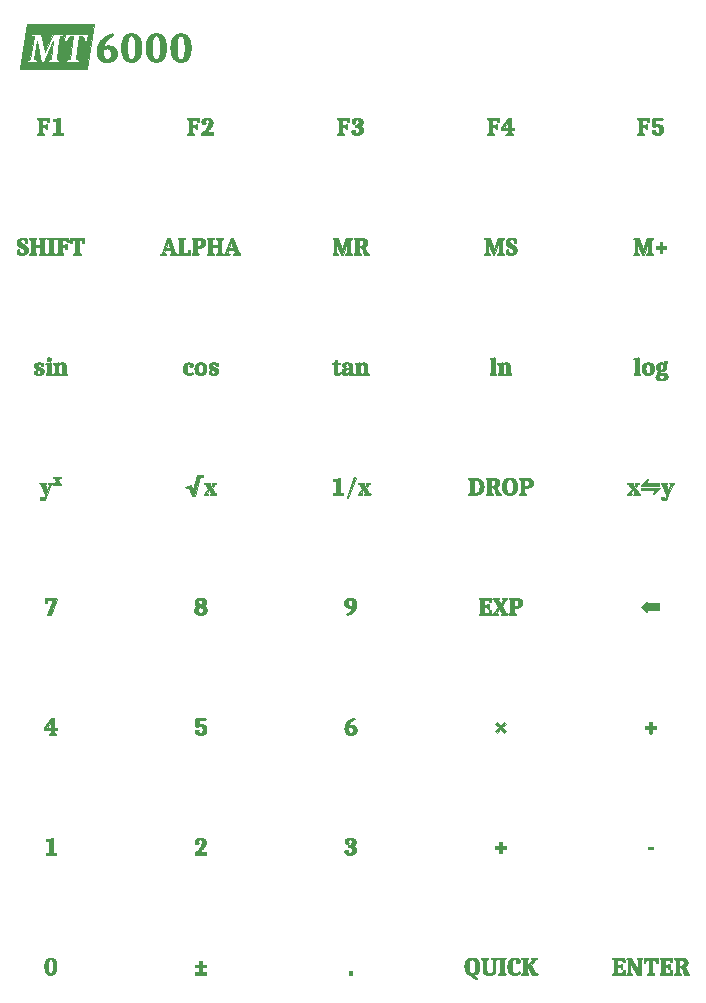
<source format=gbr>
%TF.GenerationSoftware,KiCad,Pcbnew,6.0.5+dfsg-1~bpo11+1*%
%TF.CreationDate,2022-10-05T21:30:27+13:00*%
%TF.ProjectId,FrontPanel,46726f6e-7450-4616-9e65-6c2e6b696361,rev?*%
%TF.SameCoordinates,Original*%
%TF.FileFunction,Copper,L1,Top*%
%TF.FilePolarity,Positive*%
%FSLAX46Y46*%
G04 Gerber Fmt 4.6, Leading zero omitted, Abs format (unit mm)*
G04 Created by KiCad (PCBNEW 6.0.5+dfsg-1~bpo11+1) date 2022-10-05 21:30:27*
%MOMM*%
%LPD*%
G01*
G04 APERTURE LIST*
%TA.AperFunction,NonConductor*%
%ADD10C,0.010000*%
%TD*%
G04 APERTURE END LIST*
D10*
G36*
X97077105Y-65350848D02*
G01*
X97081446Y-65283021D01*
X97087523Y-65217344D01*
X97095336Y-65153816D01*
X97104886Y-65092438D01*
X97116172Y-65033210D01*
X97129194Y-64976131D01*
X97143953Y-64921202D01*
X97160448Y-64868423D01*
X97178680Y-64817794D01*
X97198648Y-64769314D01*
X97220352Y-64722984D01*
X97243793Y-64678804D01*
X97268970Y-64636774D01*
X97295884Y-64596893D01*
X97324409Y-64559300D01*
X97354423Y-64524133D01*
X97385925Y-64491391D01*
X97418915Y-64461074D01*
X97453394Y-64433182D01*
X97489361Y-64407715D01*
X97526816Y-64384674D01*
X97565759Y-64364059D01*
X97606191Y-64345868D01*
X97648111Y-64330103D01*
X97691519Y-64316763D01*
X97736416Y-64305849D01*
X97782801Y-64297360D01*
X97830674Y-64291296D01*
X97880036Y-64287658D01*
X97930886Y-64286446D01*
X97981722Y-64287658D01*
X98031042Y-64291296D01*
X98078846Y-64297359D01*
X98125134Y-64305848D01*
X98169906Y-64316762D01*
X98213163Y-64330101D01*
X98254904Y-64345866D01*
X98295129Y-64364056D01*
X98333838Y-64384671D01*
X98371031Y-64407712D01*
X98406709Y-64433178D01*
X98440871Y-64461070D01*
X98473517Y-64491388D01*
X98504647Y-64524131D01*
X98534261Y-64559299D01*
X98562360Y-64596893D01*
X98589273Y-64636347D01*
X98614450Y-64677978D01*
X98637890Y-64721786D01*
X98659594Y-64767771D01*
X98679562Y-64815933D01*
X98697794Y-64866273D01*
X98714289Y-64918790D01*
X98729048Y-64973485D01*
X98742071Y-65030357D01*
X98753357Y-65089406D01*
X98762907Y-65150632D01*
X98770721Y-65214036D01*
X98776798Y-65279618D01*
X98781139Y-65347376D01*
X98783743Y-65417312D01*
X98784612Y-65489426D01*
X98783743Y-65561565D01*
X98781139Y-65631583D01*
X98776798Y-65699479D01*
X98770721Y-65765252D01*
X98762908Y-65828904D01*
X98753358Y-65890433D01*
X98742072Y-65949841D01*
X98729050Y-66007126D01*
X98714291Y-66062289D01*
X98697796Y-66115330D01*
X98679564Y-66166248D01*
X98659596Y-66215045D01*
X98637892Y-66261719D01*
X98614451Y-66306271D01*
X98589273Y-66348700D01*
X98562360Y-66389008D01*
X98534261Y-66426600D01*
X98504647Y-66461768D01*
X98473517Y-66494510D01*
X98440871Y-66524827D01*
X98406710Y-66552719D01*
X98389061Y-66565755D01*
X98371032Y-66578186D01*
X98352625Y-66590009D01*
X98333839Y-66601227D01*
X98314674Y-66611838D01*
X98295130Y-66621842D01*
X98254905Y-66640033D01*
X98213165Y-66655798D01*
X98169908Y-66669138D01*
X98125136Y-66680052D01*
X98078847Y-66688541D01*
X98031043Y-66694604D01*
X97981722Y-66698243D01*
X97930886Y-66699455D01*
X97880037Y-66698243D01*
X97830676Y-66694605D01*
X97782802Y-66688542D01*
X97736418Y-66680053D01*
X97691521Y-66669139D01*
X97648113Y-66655800D01*
X97606192Y-66640035D01*
X97565761Y-66621845D01*
X97526817Y-66601230D01*
X97489362Y-66578189D01*
X97453395Y-66552722D01*
X97418916Y-66524831D01*
X97385925Y-66494513D01*
X97354423Y-66461770D01*
X97324410Y-66426602D01*
X97295884Y-66389008D01*
X97268971Y-66348714D01*
X97243794Y-66306326D01*
X97220354Y-66261843D01*
X97198649Y-66215265D01*
X97178681Y-66166593D01*
X97160450Y-66115825D01*
X97143955Y-66062964D01*
X97129196Y-66008007D01*
X97116173Y-65950956D01*
X97104887Y-65891810D01*
X97095337Y-65830570D01*
X97087523Y-65767235D01*
X97081446Y-65701806D01*
X97077105Y-65634282D01*
X97074500Y-65564663D01*
X97073632Y-65492950D01*
X97073675Y-65489426D01*
X97592221Y-65489426D01*
X97593434Y-65621277D01*
X97597072Y-65743427D01*
X97603135Y-65855875D01*
X97611624Y-65958622D01*
X97622538Y-66051667D01*
X97635877Y-66135010D01*
X97651642Y-66208651D01*
X97669831Y-66272591D01*
X97680359Y-66300785D01*
X97691658Y-66327160D01*
X97703729Y-66351717D01*
X97716572Y-66374454D01*
X97730187Y-66395373D01*
X97744574Y-66414473D01*
X97759732Y-66431753D01*
X97775662Y-66447215D01*
X97783917Y-66454264D01*
X97792364Y-66460858D01*
X97801005Y-66466997D01*
X97809838Y-66472682D01*
X97818864Y-66477911D01*
X97828083Y-66482686D01*
X97837496Y-66487007D01*
X97847101Y-66490872D01*
X97856899Y-66494283D01*
X97866889Y-66497239D01*
X97877073Y-66499740D01*
X97887450Y-66501786D01*
X97898020Y-66503378D01*
X97908782Y-66504515D01*
X97930886Y-66505425D01*
X97942031Y-66505197D01*
X97952976Y-66504515D01*
X97963722Y-66503378D01*
X97974267Y-66501787D01*
X97984613Y-66499740D01*
X97994759Y-66497239D01*
X98004705Y-66494284D01*
X98014451Y-66490873D01*
X98023997Y-66487008D01*
X98033344Y-66482688D01*
X98042491Y-66477913D01*
X98051438Y-66472684D01*
X98060185Y-66466999D01*
X98068732Y-66460860D01*
X98077079Y-66454266D01*
X98085227Y-66447218D01*
X98093175Y-66439715D01*
X98100923Y-66431757D01*
X98108471Y-66423344D01*
X98115819Y-66414476D01*
X98122968Y-66405154D01*
X98129916Y-66395376D01*
X98136665Y-66385144D01*
X98143214Y-66374458D01*
X98155713Y-66351720D01*
X98167412Y-66327163D01*
X98178312Y-66300786D01*
X98188413Y-66272591D01*
X98198237Y-66241832D01*
X98207428Y-66208649D01*
X98215986Y-66173040D01*
X98223909Y-66135005D01*
X98231199Y-66094546D01*
X98237855Y-66051661D01*
X98243877Y-66006351D01*
X98249265Y-65958616D01*
X98254020Y-65908456D01*
X98258140Y-65855870D01*
X98264480Y-65743423D01*
X98268283Y-65621275D01*
X98269551Y-65489426D01*
X98268283Y-65357574D01*
X98264480Y-65235424D01*
X98258140Y-65122976D01*
X98249265Y-65020229D01*
X98237855Y-64927185D01*
X98223909Y-64843842D01*
X98207428Y-64770200D01*
X98198237Y-64737018D01*
X98188413Y-64706261D01*
X98178312Y-64677211D01*
X98167412Y-64650036D01*
X98155712Y-64624735D01*
X98143214Y-64601308D01*
X98129916Y-64579756D01*
X98115818Y-64560077D01*
X98100921Y-64542273D01*
X98085226Y-64526342D01*
X98077078Y-64519080D01*
X98068730Y-64512286D01*
X98060183Y-64505961D01*
X98051436Y-64500104D01*
X98042489Y-64494716D01*
X98033342Y-64489796D01*
X98023996Y-64485345D01*
X98014449Y-64481363D01*
X98004703Y-64477849D01*
X97994757Y-64474803D01*
X97984612Y-64472226D01*
X97974266Y-64470118D01*
X97963721Y-64468478D01*
X97952976Y-64467307D01*
X97930886Y-64466370D01*
X97919738Y-64466600D01*
X97908782Y-64467293D01*
X97898020Y-64468447D01*
X97887450Y-64470063D01*
X97877073Y-64472140D01*
X97866890Y-64474679D01*
X97856899Y-64477680D01*
X97847101Y-64481142D01*
X97837496Y-64485066D01*
X97828084Y-64489452D01*
X97818865Y-64494299D01*
X97809839Y-64499608D01*
X97801006Y-64505379D01*
X97792366Y-64511611D01*
X97783918Y-64518305D01*
X97775664Y-64525460D01*
X97767602Y-64533077D01*
X97759734Y-64541156D01*
X97752058Y-64549696D01*
X97744575Y-64558698D01*
X97737286Y-64568162D01*
X97730189Y-64578087D01*
X97716574Y-64599322D01*
X97703731Y-64622404D01*
X97691659Y-64647332D01*
X97680359Y-64674107D01*
X97669831Y-64702728D01*
X97660433Y-64733500D01*
X97651642Y-64766725D01*
X97643456Y-64802403D01*
X97635877Y-64840534D01*
X97628905Y-64881117D01*
X97622538Y-64924154D01*
X97616778Y-64969643D01*
X97611624Y-65017585D01*
X97603135Y-65120828D01*
X97597072Y-65233882D01*
X97593434Y-65356748D01*
X97592221Y-65489426D01*
X97073675Y-65489426D01*
X97074500Y-65420824D01*
X97077105Y-65350848D01*
G37*
X97077105Y-65350848D02*
X97081446Y-65283021D01*
X97087523Y-65217344D01*
X97095336Y-65153816D01*
X97104886Y-65092438D01*
X97116172Y-65033210D01*
X97129194Y-64976131D01*
X97143953Y-64921202D01*
X97160448Y-64868423D01*
X97178680Y-64817794D01*
X97198648Y-64769314D01*
X97220352Y-64722984D01*
X97243793Y-64678804D01*
X97268970Y-64636774D01*
X97295884Y-64596893D01*
X97324409Y-64559300D01*
X97354423Y-64524133D01*
X97385925Y-64491391D01*
X97418915Y-64461074D01*
X97453394Y-64433182D01*
X97489361Y-64407715D01*
X97526816Y-64384674D01*
X97565759Y-64364059D01*
X97606191Y-64345868D01*
X97648111Y-64330103D01*
X97691519Y-64316763D01*
X97736416Y-64305849D01*
X97782801Y-64297360D01*
X97830674Y-64291296D01*
X97880036Y-64287658D01*
X97930886Y-64286446D01*
X97981722Y-64287658D01*
X98031042Y-64291296D01*
X98078846Y-64297359D01*
X98125134Y-64305848D01*
X98169906Y-64316762D01*
X98213163Y-64330101D01*
X98254904Y-64345866D01*
X98295129Y-64364056D01*
X98333838Y-64384671D01*
X98371031Y-64407712D01*
X98406709Y-64433178D01*
X98440871Y-64461070D01*
X98473517Y-64491388D01*
X98504647Y-64524131D01*
X98534261Y-64559299D01*
X98562360Y-64596893D01*
X98589273Y-64636347D01*
X98614450Y-64677978D01*
X98637890Y-64721786D01*
X98659594Y-64767771D01*
X98679562Y-64815933D01*
X98697794Y-64866273D01*
X98714289Y-64918790D01*
X98729048Y-64973485D01*
X98742071Y-65030357D01*
X98753357Y-65089406D01*
X98762907Y-65150632D01*
X98770721Y-65214036D01*
X98776798Y-65279618D01*
X98781139Y-65347376D01*
X98783743Y-65417312D01*
X98784612Y-65489426D01*
X98783743Y-65561565D01*
X98781139Y-65631583D01*
X98776798Y-65699479D01*
X98770721Y-65765252D01*
X98762908Y-65828904D01*
X98753358Y-65890433D01*
X98742072Y-65949841D01*
X98729050Y-66007126D01*
X98714291Y-66062289D01*
X98697796Y-66115330D01*
X98679564Y-66166248D01*
X98659596Y-66215045D01*
X98637892Y-66261719D01*
X98614451Y-66306271D01*
X98589273Y-66348700D01*
X98562360Y-66389008D01*
X98534261Y-66426600D01*
X98504647Y-66461768D01*
X98473517Y-66494510D01*
X98440871Y-66524827D01*
X98406710Y-66552719D01*
X98389061Y-66565755D01*
X98371032Y-66578186D01*
X98352625Y-66590009D01*
X98333839Y-66601227D01*
X98314674Y-66611838D01*
X98295130Y-66621842D01*
X98254905Y-66640033D01*
X98213165Y-66655798D01*
X98169908Y-66669138D01*
X98125136Y-66680052D01*
X98078847Y-66688541D01*
X98031043Y-66694604D01*
X97981722Y-66698243D01*
X97930886Y-66699455D01*
X97880037Y-66698243D01*
X97830676Y-66694605D01*
X97782802Y-66688542D01*
X97736418Y-66680053D01*
X97691521Y-66669139D01*
X97648113Y-66655800D01*
X97606192Y-66640035D01*
X97565761Y-66621845D01*
X97526817Y-66601230D01*
X97489362Y-66578189D01*
X97453395Y-66552722D01*
X97418916Y-66524831D01*
X97385925Y-66494513D01*
X97354423Y-66461770D01*
X97324410Y-66426602D01*
X97295884Y-66389008D01*
X97268971Y-66348714D01*
X97243794Y-66306326D01*
X97220354Y-66261843D01*
X97198649Y-66215265D01*
X97178681Y-66166593D01*
X97160450Y-66115825D01*
X97143955Y-66062964D01*
X97129196Y-66008007D01*
X97116173Y-65950956D01*
X97104887Y-65891810D01*
X97095337Y-65830570D01*
X97087523Y-65767235D01*
X97081446Y-65701806D01*
X97077105Y-65634282D01*
X97074500Y-65564663D01*
X97073632Y-65492950D01*
X97073675Y-65489426D01*
X97592221Y-65489426D01*
X97593434Y-65621277D01*
X97597072Y-65743427D01*
X97603135Y-65855875D01*
X97611624Y-65958622D01*
X97622538Y-66051667D01*
X97635877Y-66135010D01*
X97651642Y-66208651D01*
X97669831Y-66272591D01*
X97680359Y-66300785D01*
X97691658Y-66327160D01*
X97703729Y-66351717D01*
X97716572Y-66374454D01*
X97730187Y-66395373D01*
X97744574Y-66414473D01*
X97759732Y-66431753D01*
X97775662Y-66447215D01*
X97783917Y-66454264D01*
X97792364Y-66460858D01*
X97801005Y-66466997D01*
X97809838Y-66472682D01*
X97818864Y-66477911D01*
X97828083Y-66482686D01*
X97837496Y-66487007D01*
X97847101Y-66490872D01*
X97856899Y-66494283D01*
X97866889Y-66497239D01*
X97877073Y-66499740D01*
X97887450Y-66501786D01*
X97898020Y-66503378D01*
X97908782Y-66504515D01*
X97930886Y-66505425D01*
X97942031Y-66505197D01*
X97952976Y-66504515D01*
X97963722Y-66503378D01*
X97974267Y-66501787D01*
X97984613Y-66499740D01*
X97994759Y-66497239D01*
X98004705Y-66494284D01*
X98014451Y-66490873D01*
X98023997Y-66487008D01*
X98033344Y-66482688D01*
X98042491Y-66477913D01*
X98051438Y-66472684D01*
X98060185Y-66466999D01*
X98068732Y-66460860D01*
X98077079Y-66454266D01*
X98085227Y-66447218D01*
X98093175Y-66439715D01*
X98100923Y-66431757D01*
X98108471Y-66423344D01*
X98115819Y-66414476D01*
X98122968Y-66405154D01*
X98129916Y-66395376D01*
X98136665Y-66385144D01*
X98143214Y-66374458D01*
X98155713Y-66351720D01*
X98167412Y-66327163D01*
X98178312Y-66300786D01*
X98188413Y-66272591D01*
X98198237Y-66241832D01*
X98207428Y-66208649D01*
X98215986Y-66173040D01*
X98223909Y-66135005D01*
X98231199Y-66094546D01*
X98237855Y-66051661D01*
X98243877Y-66006351D01*
X98249265Y-65958616D01*
X98254020Y-65908456D01*
X98258140Y-65855870D01*
X98264480Y-65743423D01*
X98268283Y-65621275D01*
X98269551Y-65489426D01*
X98268283Y-65357574D01*
X98264480Y-65235424D01*
X98258140Y-65122976D01*
X98249265Y-65020229D01*
X98237855Y-64927185D01*
X98223909Y-64843842D01*
X98207428Y-64770200D01*
X98198237Y-64737018D01*
X98188413Y-64706261D01*
X98178312Y-64677211D01*
X98167412Y-64650036D01*
X98155712Y-64624735D01*
X98143214Y-64601308D01*
X98129916Y-64579756D01*
X98115818Y-64560077D01*
X98100921Y-64542273D01*
X98085226Y-64526342D01*
X98077078Y-64519080D01*
X98068730Y-64512286D01*
X98060183Y-64505961D01*
X98051436Y-64500104D01*
X98042489Y-64494716D01*
X98033342Y-64489796D01*
X98023996Y-64485345D01*
X98014449Y-64481363D01*
X98004703Y-64477849D01*
X97994757Y-64474803D01*
X97984612Y-64472226D01*
X97974266Y-64470118D01*
X97963721Y-64468478D01*
X97952976Y-64467307D01*
X97930886Y-64466370D01*
X97919738Y-64466600D01*
X97908782Y-64467293D01*
X97898020Y-64468447D01*
X97887450Y-64470063D01*
X97877073Y-64472140D01*
X97866890Y-64474679D01*
X97856899Y-64477680D01*
X97847101Y-64481142D01*
X97837496Y-64485066D01*
X97828084Y-64489452D01*
X97818865Y-64494299D01*
X97809839Y-64499608D01*
X97801006Y-64505379D01*
X97792366Y-64511611D01*
X97783918Y-64518305D01*
X97775664Y-64525460D01*
X97767602Y-64533077D01*
X97759734Y-64541156D01*
X97752058Y-64549696D01*
X97744575Y-64558698D01*
X97737286Y-64568162D01*
X97730189Y-64578087D01*
X97716574Y-64599322D01*
X97703731Y-64622404D01*
X97691659Y-64647332D01*
X97680359Y-64674107D01*
X97669831Y-64702728D01*
X97660433Y-64733500D01*
X97651642Y-64766725D01*
X97643456Y-64802403D01*
X97635877Y-64840534D01*
X97628905Y-64881117D01*
X97622538Y-64924154D01*
X97616778Y-64969643D01*
X97611624Y-65017585D01*
X97603135Y-65120828D01*
X97597072Y-65233882D01*
X97593434Y-65356748D01*
X97592221Y-65489426D01*
X97073675Y-65489426D01*
X97074500Y-65420824D01*
X97077105Y-65350848D01*
G36*
X94988665Y-65350848D02*
G01*
X94993006Y-65283021D01*
X94999083Y-65217344D01*
X95006896Y-65153816D01*
X95016446Y-65092438D01*
X95027732Y-65033210D01*
X95040754Y-64976131D01*
X95055513Y-64921202D01*
X95072008Y-64868423D01*
X95090240Y-64817794D01*
X95110208Y-64769314D01*
X95131912Y-64722984D01*
X95155353Y-64678804D01*
X95180530Y-64636774D01*
X95207444Y-64596893D01*
X95235970Y-64559300D01*
X95265983Y-64524133D01*
X95297485Y-64491391D01*
X95330475Y-64461074D01*
X95364954Y-64433182D01*
X95400920Y-64407715D01*
X95438375Y-64384674D01*
X95477319Y-64364059D01*
X95517750Y-64345868D01*
X95559670Y-64330103D01*
X95603078Y-64316763D01*
X95647974Y-64305849D01*
X95694359Y-64297360D01*
X95742232Y-64291296D01*
X95791593Y-64287658D01*
X95842442Y-64286446D01*
X95893278Y-64287658D01*
X95942598Y-64291296D01*
X95990402Y-64297359D01*
X96036690Y-64305848D01*
X96081463Y-64316762D01*
X96124719Y-64330101D01*
X96166460Y-64345866D01*
X96206685Y-64364056D01*
X96245394Y-64384671D01*
X96282588Y-64407712D01*
X96318265Y-64433178D01*
X96352427Y-64461070D01*
X96385073Y-64491388D01*
X96416203Y-64524131D01*
X96445817Y-64559299D01*
X96473916Y-64596893D01*
X96500829Y-64636347D01*
X96526006Y-64677978D01*
X96549446Y-64721786D01*
X96571151Y-64767771D01*
X96591119Y-64815933D01*
X96609350Y-64866273D01*
X96625845Y-64918790D01*
X96640604Y-64973485D01*
X96653627Y-65030357D01*
X96664913Y-65089406D01*
X96674463Y-65150632D01*
X96682277Y-65214036D01*
X96688354Y-65279618D01*
X96692695Y-65347376D01*
X96695300Y-65417312D01*
X96696168Y-65489426D01*
X96695300Y-65561565D01*
X96692695Y-65631583D01*
X96688355Y-65699479D01*
X96682278Y-65765252D01*
X96674464Y-65828904D01*
X96664914Y-65890433D01*
X96653628Y-65949841D01*
X96640606Y-66007126D01*
X96625847Y-66062289D01*
X96609352Y-66115330D01*
X96591120Y-66166248D01*
X96571152Y-66215045D01*
X96549448Y-66261719D01*
X96526007Y-66306271D01*
X96500830Y-66348700D01*
X96473916Y-66389008D01*
X96445817Y-66426600D01*
X96416203Y-66461768D01*
X96385073Y-66494510D01*
X96352427Y-66524827D01*
X96318266Y-66552719D01*
X96300617Y-66565755D01*
X96282589Y-66578186D01*
X96264181Y-66590009D01*
X96245395Y-66601227D01*
X96226230Y-66611838D01*
X96206686Y-66621842D01*
X96166462Y-66640033D01*
X96124721Y-66655798D01*
X96081464Y-66669138D01*
X96036692Y-66680052D01*
X95990403Y-66688541D01*
X95942599Y-66694604D01*
X95893279Y-66698243D01*
X95842442Y-66699455D01*
X95791593Y-66698243D01*
X95742232Y-66694605D01*
X95694359Y-66688542D01*
X95647974Y-66680053D01*
X95603078Y-66669139D01*
X95559670Y-66655800D01*
X95517750Y-66640035D01*
X95477319Y-66621845D01*
X95438375Y-66601230D01*
X95400920Y-66578189D01*
X95364954Y-66552722D01*
X95330475Y-66524831D01*
X95297485Y-66494513D01*
X95265983Y-66461770D01*
X95235970Y-66426602D01*
X95207444Y-66389008D01*
X95180531Y-66348714D01*
X95155354Y-66306326D01*
X95131914Y-66261843D01*
X95110209Y-66215265D01*
X95090242Y-66166593D01*
X95072010Y-66115825D01*
X95055515Y-66062964D01*
X95040756Y-66008007D01*
X95027733Y-65950956D01*
X95016447Y-65891810D01*
X95006897Y-65830570D01*
X94999083Y-65767235D01*
X94993006Y-65701806D01*
X94988665Y-65634282D01*
X94986060Y-65564663D01*
X94985192Y-65492950D01*
X94985235Y-65489426D01*
X95503777Y-65489426D01*
X95504990Y-65621277D01*
X95508628Y-65743427D01*
X95514692Y-65855875D01*
X95523180Y-65958622D01*
X95534094Y-66051667D01*
X95547434Y-66135010D01*
X95563198Y-66208651D01*
X95581387Y-66272591D01*
X95591915Y-66300785D01*
X95603214Y-66327160D01*
X95615286Y-66351717D01*
X95628129Y-66374454D01*
X95641743Y-66395373D01*
X95656130Y-66414473D01*
X95671288Y-66431753D01*
X95687219Y-66447215D01*
X95695473Y-66454264D01*
X95703921Y-66460858D01*
X95712561Y-66466997D01*
X95721394Y-66472682D01*
X95730420Y-66477911D01*
X95739640Y-66482686D01*
X95749052Y-66487007D01*
X95758657Y-66490872D01*
X95768455Y-66494283D01*
X95778446Y-66497239D01*
X95788629Y-66499740D01*
X95799006Y-66501786D01*
X95809576Y-66503378D01*
X95820339Y-66504515D01*
X95842442Y-66505425D01*
X95853587Y-66505197D01*
X95864533Y-66504515D01*
X95875278Y-66503378D01*
X95885823Y-66501787D01*
X95896169Y-66499740D01*
X95906315Y-66497239D01*
X95916261Y-66494284D01*
X95926007Y-66490873D01*
X95935554Y-66487008D01*
X95944900Y-66482688D01*
X95954047Y-66477913D01*
X95962994Y-66472684D01*
X95971741Y-66466999D01*
X95980288Y-66460860D01*
X95988636Y-66454266D01*
X95996783Y-66447218D01*
X96004731Y-66439715D01*
X96012479Y-66431757D01*
X96020027Y-66423344D01*
X96027375Y-66414476D01*
X96034524Y-66405154D01*
X96041473Y-66395376D01*
X96048221Y-66385144D01*
X96054770Y-66374458D01*
X96067269Y-66351720D01*
X96078968Y-66327163D01*
X96089868Y-66300786D01*
X96099969Y-66272591D01*
X96109794Y-66241832D01*
X96118985Y-66208649D01*
X96127542Y-66173040D01*
X96135465Y-66135005D01*
X96142755Y-66094546D01*
X96149411Y-66051661D01*
X96155433Y-66006351D01*
X96160821Y-65958616D01*
X96165576Y-65908456D01*
X96169696Y-65855870D01*
X96176036Y-65743423D01*
X96179840Y-65621275D01*
X96181107Y-65489426D01*
X96179840Y-65357574D01*
X96176036Y-65235424D01*
X96169696Y-65122976D01*
X96160821Y-65020229D01*
X96149411Y-64927185D01*
X96135465Y-64843842D01*
X96118985Y-64770200D01*
X96109794Y-64737018D01*
X96099969Y-64706261D01*
X96089868Y-64677211D01*
X96078968Y-64650036D01*
X96067269Y-64624735D01*
X96054770Y-64601308D01*
X96041472Y-64579756D01*
X96027374Y-64560077D01*
X96012478Y-64542273D01*
X95996782Y-64526342D01*
X95988634Y-64519080D01*
X95980287Y-64512286D01*
X95971739Y-64505961D01*
X95962992Y-64500104D01*
X95954045Y-64494716D01*
X95944898Y-64489796D01*
X95935552Y-64485345D01*
X95926006Y-64481363D01*
X95916259Y-64477849D01*
X95906314Y-64474803D01*
X95896168Y-64472226D01*
X95885822Y-64470118D01*
X95875277Y-64468478D01*
X95864532Y-64467307D01*
X95842442Y-64466370D01*
X95831294Y-64466600D01*
X95820339Y-64467293D01*
X95809576Y-64468447D01*
X95799006Y-64470063D01*
X95788630Y-64472140D01*
X95778446Y-64474679D01*
X95768455Y-64477680D01*
X95758657Y-64481142D01*
X95749052Y-64485066D01*
X95739640Y-64489452D01*
X95730421Y-64494299D01*
X95721395Y-64499608D01*
X95712562Y-64505379D01*
X95703922Y-64511611D01*
X95695474Y-64518305D01*
X95687220Y-64525460D01*
X95679159Y-64533077D01*
X95671290Y-64541156D01*
X95663614Y-64549696D01*
X95656132Y-64558698D01*
X95648842Y-64568162D01*
X95641745Y-64578087D01*
X95628130Y-64599322D01*
X95615287Y-64622404D01*
X95603215Y-64647332D01*
X95591916Y-64674107D01*
X95581387Y-64702728D01*
X95571990Y-64733500D01*
X95563198Y-64766725D01*
X95555013Y-64802403D01*
X95547434Y-64840534D01*
X95540461Y-64881117D01*
X95534094Y-64924154D01*
X95528334Y-64969643D01*
X95523180Y-65017585D01*
X95514692Y-65120828D01*
X95508628Y-65233882D01*
X95504990Y-65356748D01*
X95503777Y-65489426D01*
X94985235Y-65489426D01*
X94986060Y-65420824D01*
X94988665Y-65350848D01*
G37*
X94988665Y-65350848D02*
X94993006Y-65283021D01*
X94999083Y-65217344D01*
X95006896Y-65153816D01*
X95016446Y-65092438D01*
X95027732Y-65033210D01*
X95040754Y-64976131D01*
X95055513Y-64921202D01*
X95072008Y-64868423D01*
X95090240Y-64817794D01*
X95110208Y-64769314D01*
X95131912Y-64722984D01*
X95155353Y-64678804D01*
X95180530Y-64636774D01*
X95207444Y-64596893D01*
X95235970Y-64559300D01*
X95265983Y-64524133D01*
X95297485Y-64491391D01*
X95330475Y-64461074D01*
X95364954Y-64433182D01*
X95400920Y-64407715D01*
X95438375Y-64384674D01*
X95477319Y-64364059D01*
X95517750Y-64345868D01*
X95559670Y-64330103D01*
X95603078Y-64316763D01*
X95647974Y-64305849D01*
X95694359Y-64297360D01*
X95742232Y-64291296D01*
X95791593Y-64287658D01*
X95842442Y-64286446D01*
X95893278Y-64287658D01*
X95942598Y-64291296D01*
X95990402Y-64297359D01*
X96036690Y-64305848D01*
X96081463Y-64316762D01*
X96124719Y-64330101D01*
X96166460Y-64345866D01*
X96206685Y-64364056D01*
X96245394Y-64384671D01*
X96282588Y-64407712D01*
X96318265Y-64433178D01*
X96352427Y-64461070D01*
X96385073Y-64491388D01*
X96416203Y-64524131D01*
X96445817Y-64559299D01*
X96473916Y-64596893D01*
X96500829Y-64636347D01*
X96526006Y-64677978D01*
X96549446Y-64721786D01*
X96571151Y-64767771D01*
X96591119Y-64815933D01*
X96609350Y-64866273D01*
X96625845Y-64918790D01*
X96640604Y-64973485D01*
X96653627Y-65030357D01*
X96664913Y-65089406D01*
X96674463Y-65150632D01*
X96682277Y-65214036D01*
X96688354Y-65279618D01*
X96692695Y-65347376D01*
X96695300Y-65417312D01*
X96696168Y-65489426D01*
X96695300Y-65561565D01*
X96692695Y-65631583D01*
X96688355Y-65699479D01*
X96682278Y-65765252D01*
X96674464Y-65828904D01*
X96664914Y-65890433D01*
X96653628Y-65949841D01*
X96640606Y-66007126D01*
X96625847Y-66062289D01*
X96609352Y-66115330D01*
X96591120Y-66166248D01*
X96571152Y-66215045D01*
X96549448Y-66261719D01*
X96526007Y-66306271D01*
X96500830Y-66348700D01*
X96473916Y-66389008D01*
X96445817Y-66426600D01*
X96416203Y-66461768D01*
X96385073Y-66494510D01*
X96352427Y-66524827D01*
X96318266Y-66552719D01*
X96300617Y-66565755D01*
X96282589Y-66578186D01*
X96264181Y-66590009D01*
X96245395Y-66601227D01*
X96226230Y-66611838D01*
X96206686Y-66621842D01*
X96166462Y-66640033D01*
X96124721Y-66655798D01*
X96081464Y-66669138D01*
X96036692Y-66680052D01*
X95990403Y-66688541D01*
X95942599Y-66694604D01*
X95893279Y-66698243D01*
X95842442Y-66699455D01*
X95791593Y-66698243D01*
X95742232Y-66694605D01*
X95694359Y-66688542D01*
X95647974Y-66680053D01*
X95603078Y-66669139D01*
X95559670Y-66655800D01*
X95517750Y-66640035D01*
X95477319Y-66621845D01*
X95438375Y-66601230D01*
X95400920Y-66578189D01*
X95364954Y-66552722D01*
X95330475Y-66524831D01*
X95297485Y-66494513D01*
X95265983Y-66461770D01*
X95235970Y-66426602D01*
X95207444Y-66389008D01*
X95180531Y-66348714D01*
X95155354Y-66306326D01*
X95131914Y-66261843D01*
X95110209Y-66215265D01*
X95090242Y-66166593D01*
X95072010Y-66115825D01*
X95055515Y-66062964D01*
X95040756Y-66008007D01*
X95027733Y-65950956D01*
X95016447Y-65891810D01*
X95006897Y-65830570D01*
X94999083Y-65767235D01*
X94993006Y-65701806D01*
X94988665Y-65634282D01*
X94986060Y-65564663D01*
X94985192Y-65492950D01*
X94985235Y-65489426D01*
X95503777Y-65489426D01*
X95504990Y-65621277D01*
X95508628Y-65743427D01*
X95514692Y-65855875D01*
X95523180Y-65958622D01*
X95534094Y-66051667D01*
X95547434Y-66135010D01*
X95563198Y-66208651D01*
X95581387Y-66272591D01*
X95591915Y-66300785D01*
X95603214Y-66327160D01*
X95615286Y-66351717D01*
X95628129Y-66374454D01*
X95641743Y-66395373D01*
X95656130Y-66414473D01*
X95671288Y-66431753D01*
X95687219Y-66447215D01*
X95695473Y-66454264D01*
X95703921Y-66460858D01*
X95712561Y-66466997D01*
X95721394Y-66472682D01*
X95730420Y-66477911D01*
X95739640Y-66482686D01*
X95749052Y-66487007D01*
X95758657Y-66490872D01*
X95768455Y-66494283D01*
X95778446Y-66497239D01*
X95788629Y-66499740D01*
X95799006Y-66501786D01*
X95809576Y-66503378D01*
X95820339Y-66504515D01*
X95842442Y-66505425D01*
X95853587Y-66505197D01*
X95864533Y-66504515D01*
X95875278Y-66503378D01*
X95885823Y-66501787D01*
X95896169Y-66499740D01*
X95906315Y-66497239D01*
X95916261Y-66494284D01*
X95926007Y-66490873D01*
X95935554Y-66487008D01*
X95944900Y-66482688D01*
X95954047Y-66477913D01*
X95962994Y-66472684D01*
X95971741Y-66466999D01*
X95980288Y-66460860D01*
X95988636Y-66454266D01*
X95996783Y-66447218D01*
X96004731Y-66439715D01*
X96012479Y-66431757D01*
X96020027Y-66423344D01*
X96027375Y-66414476D01*
X96034524Y-66405154D01*
X96041473Y-66395376D01*
X96048221Y-66385144D01*
X96054770Y-66374458D01*
X96067269Y-66351720D01*
X96078968Y-66327163D01*
X96089868Y-66300786D01*
X96099969Y-66272591D01*
X96109794Y-66241832D01*
X96118985Y-66208649D01*
X96127542Y-66173040D01*
X96135465Y-66135005D01*
X96142755Y-66094546D01*
X96149411Y-66051661D01*
X96155433Y-66006351D01*
X96160821Y-65958616D01*
X96165576Y-65908456D01*
X96169696Y-65855870D01*
X96176036Y-65743423D01*
X96179840Y-65621275D01*
X96181107Y-65489426D01*
X96179840Y-65357574D01*
X96176036Y-65235424D01*
X96169696Y-65122976D01*
X96160821Y-65020229D01*
X96149411Y-64927185D01*
X96135465Y-64843842D01*
X96118985Y-64770200D01*
X96109794Y-64737018D01*
X96099969Y-64706261D01*
X96089868Y-64677211D01*
X96078968Y-64650036D01*
X96067269Y-64624735D01*
X96054770Y-64601308D01*
X96041472Y-64579756D01*
X96027374Y-64560077D01*
X96012478Y-64542273D01*
X95996782Y-64526342D01*
X95988634Y-64519080D01*
X95980287Y-64512286D01*
X95971739Y-64505961D01*
X95962992Y-64500104D01*
X95954045Y-64494716D01*
X95944898Y-64489796D01*
X95935552Y-64485345D01*
X95926006Y-64481363D01*
X95916259Y-64477849D01*
X95906314Y-64474803D01*
X95896168Y-64472226D01*
X95885822Y-64470118D01*
X95875277Y-64468478D01*
X95864532Y-64467307D01*
X95842442Y-64466370D01*
X95831294Y-64466600D01*
X95820339Y-64467293D01*
X95809576Y-64468447D01*
X95799006Y-64470063D01*
X95788630Y-64472140D01*
X95778446Y-64474679D01*
X95768455Y-64477680D01*
X95758657Y-64481142D01*
X95749052Y-64485066D01*
X95739640Y-64489452D01*
X95730421Y-64494299D01*
X95721395Y-64499608D01*
X95712562Y-64505379D01*
X95703922Y-64511611D01*
X95695474Y-64518305D01*
X95687220Y-64525460D01*
X95679159Y-64533077D01*
X95671290Y-64541156D01*
X95663614Y-64549696D01*
X95656132Y-64558698D01*
X95648842Y-64568162D01*
X95641745Y-64578087D01*
X95628130Y-64599322D01*
X95615287Y-64622404D01*
X95603215Y-64647332D01*
X95591916Y-64674107D01*
X95581387Y-64702728D01*
X95571990Y-64733500D01*
X95563198Y-64766725D01*
X95555013Y-64802403D01*
X95547434Y-64840534D01*
X95540461Y-64881117D01*
X95534094Y-64924154D01*
X95528334Y-64969643D01*
X95523180Y-65017585D01*
X95514692Y-65120828D01*
X95508628Y-65233882D01*
X95504990Y-65356748D01*
X95503777Y-65489426D01*
X94985235Y-65489426D01*
X94986060Y-65420824D01*
X94988665Y-65350848D01*
G36*
X99165549Y-65350848D02*
G01*
X99169889Y-65283021D01*
X99175966Y-65217344D01*
X99183780Y-65153816D01*
X99193329Y-65092438D01*
X99204616Y-65033210D01*
X99217638Y-64976131D01*
X99232397Y-64921202D01*
X99248892Y-64868423D01*
X99267124Y-64817794D01*
X99287092Y-64769314D01*
X99308796Y-64722984D01*
X99332237Y-64678804D01*
X99357414Y-64636774D01*
X99384328Y-64596893D01*
X99412853Y-64559300D01*
X99442867Y-64524133D01*
X99474369Y-64491391D01*
X99507359Y-64461074D01*
X99541837Y-64433182D01*
X99577804Y-64407715D01*
X99615259Y-64384674D01*
X99654202Y-64364059D01*
X99694634Y-64345868D01*
X99736554Y-64330103D01*
X99779962Y-64316763D01*
X99824858Y-64305849D01*
X99871243Y-64297360D01*
X99919116Y-64291296D01*
X99968477Y-64287658D01*
X100019326Y-64286446D01*
X100070162Y-64287658D01*
X100119482Y-64291296D01*
X100167286Y-64297359D01*
X100213574Y-64305848D01*
X100258346Y-64316762D01*
X100301603Y-64330101D01*
X100343344Y-64345866D01*
X100383569Y-64364056D01*
X100422278Y-64384671D01*
X100459471Y-64407712D01*
X100495149Y-64433178D01*
X100529311Y-64461070D01*
X100561957Y-64491388D01*
X100593087Y-64524131D01*
X100622701Y-64559299D01*
X100650800Y-64596893D01*
X100677713Y-64636347D01*
X100702890Y-64677978D01*
X100726330Y-64721786D01*
X100748034Y-64767771D01*
X100768002Y-64815933D01*
X100786234Y-64866273D01*
X100802729Y-64918790D01*
X100817488Y-64973485D01*
X100830511Y-65030357D01*
X100841797Y-65089406D01*
X100851347Y-65150632D01*
X100859161Y-65214036D01*
X100865238Y-65279618D01*
X100869579Y-65347376D01*
X100872183Y-65417312D01*
X100873052Y-65489426D01*
X100872183Y-65561565D01*
X100869579Y-65631583D01*
X100865238Y-65699479D01*
X100859161Y-65765252D01*
X100851348Y-65828904D01*
X100841798Y-65890433D01*
X100830512Y-65949841D01*
X100817490Y-66007126D01*
X100802731Y-66062289D01*
X100786236Y-66115330D01*
X100768004Y-66166248D01*
X100748036Y-66215045D01*
X100726332Y-66261719D01*
X100702891Y-66306271D01*
X100677713Y-66348700D01*
X100650800Y-66389008D01*
X100622701Y-66426600D01*
X100593087Y-66461768D01*
X100561957Y-66494510D01*
X100529311Y-66524827D01*
X100495150Y-66552719D01*
X100477500Y-66565755D01*
X100459472Y-66578186D01*
X100441065Y-66590009D01*
X100422279Y-66601227D01*
X100403114Y-66611838D01*
X100383570Y-66621842D01*
X100343345Y-66640033D01*
X100301605Y-66655798D01*
X100258348Y-66669138D01*
X100213575Y-66680052D01*
X100167287Y-66688541D01*
X100119483Y-66694604D01*
X100070162Y-66698243D01*
X100019326Y-66699455D01*
X99968477Y-66698243D01*
X99919116Y-66694605D01*
X99871243Y-66688542D01*
X99824858Y-66680053D01*
X99779962Y-66669139D01*
X99736554Y-66655800D01*
X99694634Y-66640035D01*
X99654202Y-66621845D01*
X99615259Y-66601230D01*
X99577804Y-66578189D01*
X99541837Y-66552722D01*
X99507359Y-66524831D01*
X99474369Y-66494513D01*
X99442867Y-66461770D01*
X99412853Y-66426602D01*
X99384328Y-66389008D01*
X99357415Y-66348714D01*
X99332238Y-66306326D01*
X99308797Y-66261843D01*
X99287093Y-66215265D01*
X99267125Y-66166593D01*
X99248894Y-66115825D01*
X99232398Y-66062964D01*
X99217639Y-66008007D01*
X99204617Y-65950956D01*
X99193330Y-65891810D01*
X99183780Y-65830570D01*
X99175967Y-65767235D01*
X99169890Y-65701806D01*
X99165549Y-65634282D01*
X99162944Y-65564663D01*
X99162076Y-65492950D01*
X99162118Y-65489426D01*
X99680661Y-65489426D01*
X99681874Y-65621277D01*
X99685512Y-65743427D01*
X99691575Y-65855875D01*
X99700064Y-65958622D01*
X99710978Y-66051667D01*
X99724317Y-66135010D01*
X99740082Y-66208651D01*
X99758271Y-66272591D01*
X99768799Y-66300785D01*
X99780098Y-66327160D01*
X99792169Y-66351717D01*
X99805012Y-66374454D01*
X99818627Y-66395373D01*
X99833014Y-66414473D01*
X99848172Y-66431753D01*
X99864102Y-66447215D01*
X99872357Y-66454264D01*
X99880804Y-66460858D01*
X99889445Y-66466997D01*
X99898278Y-66472682D01*
X99907304Y-66477911D01*
X99916523Y-66482686D01*
X99925935Y-66487007D01*
X99935541Y-66490872D01*
X99945338Y-66494283D01*
X99955329Y-66497239D01*
X99965513Y-66499740D01*
X99975890Y-66501786D01*
X99986460Y-66503378D01*
X99997222Y-66504515D01*
X100019326Y-66505425D01*
X100030471Y-66505197D01*
X100041416Y-66504515D01*
X100052162Y-66503378D01*
X100062707Y-66501787D01*
X100073053Y-66499740D01*
X100083199Y-66497239D01*
X100093145Y-66494284D01*
X100102891Y-66490873D01*
X100112437Y-66487008D01*
X100121784Y-66482688D01*
X100130931Y-66477913D01*
X100139877Y-66472684D01*
X100148625Y-66466999D01*
X100157172Y-66460860D01*
X100165519Y-66454266D01*
X100173667Y-66447218D01*
X100181615Y-66439715D01*
X100189363Y-66431757D01*
X100196911Y-66423344D01*
X100204259Y-66414476D01*
X100211408Y-66405154D01*
X100218356Y-66395376D01*
X100225105Y-66385144D01*
X100231654Y-66374458D01*
X100244153Y-66351720D01*
X100255852Y-66327163D01*
X100266752Y-66300786D01*
X100276853Y-66272591D01*
X100286677Y-66241832D01*
X100295868Y-66208649D01*
X100304426Y-66173040D01*
X100312349Y-66135005D01*
X100319639Y-66094546D01*
X100326295Y-66051661D01*
X100332317Y-66006351D01*
X100337705Y-65958616D01*
X100342460Y-65908456D01*
X100346580Y-65855870D01*
X100352919Y-65743423D01*
X100356723Y-65621275D01*
X100357991Y-65489426D01*
X100356723Y-65357574D01*
X100352919Y-65235424D01*
X100346580Y-65122976D01*
X100337705Y-65020229D01*
X100326295Y-64927185D01*
X100312349Y-64843842D01*
X100295868Y-64770200D01*
X100286677Y-64737018D01*
X100276853Y-64706261D01*
X100266752Y-64677211D01*
X100255852Y-64650036D01*
X100244152Y-64624735D01*
X100231654Y-64601308D01*
X100218355Y-64579756D01*
X100204258Y-64560077D01*
X100189361Y-64542273D01*
X100173665Y-64526342D01*
X100165518Y-64519080D01*
X100157170Y-64512286D01*
X100148623Y-64505961D01*
X100139876Y-64500104D01*
X100130929Y-64494716D01*
X100121782Y-64489796D01*
X100112436Y-64485345D01*
X100102889Y-64481363D01*
X100093143Y-64477849D01*
X100083197Y-64474803D01*
X100073052Y-64472226D01*
X100062706Y-64470118D01*
X100052161Y-64468478D01*
X100041416Y-64467307D01*
X100019326Y-64466370D01*
X100008178Y-64466600D01*
X99997222Y-64467293D01*
X99986460Y-64468447D01*
X99975890Y-64470063D01*
X99965513Y-64472140D01*
X99955330Y-64474679D01*
X99945339Y-64477680D01*
X99935541Y-64481142D01*
X99925936Y-64485066D01*
X99916524Y-64489452D01*
X99907305Y-64494299D01*
X99898279Y-64499608D01*
X99889446Y-64505379D01*
X99880805Y-64511611D01*
X99872358Y-64518305D01*
X99864104Y-64525460D01*
X99856042Y-64533077D01*
X99848174Y-64541156D01*
X99840498Y-64549696D01*
X99833015Y-64558698D01*
X99825726Y-64568162D01*
X99818629Y-64578087D01*
X99805014Y-64599322D01*
X99792171Y-64622404D01*
X99780099Y-64647332D01*
X99768799Y-64674107D01*
X99758271Y-64702728D01*
X99748873Y-64733500D01*
X99740082Y-64766725D01*
X99731896Y-64802403D01*
X99724317Y-64840534D01*
X99717345Y-64881117D01*
X99710978Y-64924154D01*
X99705218Y-64969643D01*
X99700064Y-65017585D01*
X99691575Y-65120828D01*
X99685512Y-65233882D01*
X99681874Y-65356748D01*
X99680661Y-65489426D01*
X99162118Y-65489426D01*
X99162944Y-65420824D01*
X99165549Y-65350848D01*
G37*
X99165549Y-65350848D02*
X99169889Y-65283021D01*
X99175966Y-65217344D01*
X99183780Y-65153816D01*
X99193329Y-65092438D01*
X99204616Y-65033210D01*
X99217638Y-64976131D01*
X99232397Y-64921202D01*
X99248892Y-64868423D01*
X99267124Y-64817794D01*
X99287092Y-64769314D01*
X99308796Y-64722984D01*
X99332237Y-64678804D01*
X99357414Y-64636774D01*
X99384328Y-64596893D01*
X99412853Y-64559300D01*
X99442867Y-64524133D01*
X99474369Y-64491391D01*
X99507359Y-64461074D01*
X99541837Y-64433182D01*
X99577804Y-64407715D01*
X99615259Y-64384674D01*
X99654202Y-64364059D01*
X99694634Y-64345868D01*
X99736554Y-64330103D01*
X99779962Y-64316763D01*
X99824858Y-64305849D01*
X99871243Y-64297360D01*
X99919116Y-64291296D01*
X99968477Y-64287658D01*
X100019326Y-64286446D01*
X100070162Y-64287658D01*
X100119482Y-64291296D01*
X100167286Y-64297359D01*
X100213574Y-64305848D01*
X100258346Y-64316762D01*
X100301603Y-64330101D01*
X100343344Y-64345866D01*
X100383569Y-64364056D01*
X100422278Y-64384671D01*
X100459471Y-64407712D01*
X100495149Y-64433178D01*
X100529311Y-64461070D01*
X100561957Y-64491388D01*
X100593087Y-64524131D01*
X100622701Y-64559299D01*
X100650800Y-64596893D01*
X100677713Y-64636347D01*
X100702890Y-64677978D01*
X100726330Y-64721786D01*
X100748034Y-64767771D01*
X100768002Y-64815933D01*
X100786234Y-64866273D01*
X100802729Y-64918790D01*
X100817488Y-64973485D01*
X100830511Y-65030357D01*
X100841797Y-65089406D01*
X100851347Y-65150632D01*
X100859161Y-65214036D01*
X100865238Y-65279618D01*
X100869579Y-65347376D01*
X100872183Y-65417312D01*
X100873052Y-65489426D01*
X100872183Y-65561565D01*
X100869579Y-65631583D01*
X100865238Y-65699479D01*
X100859161Y-65765252D01*
X100851348Y-65828904D01*
X100841798Y-65890433D01*
X100830512Y-65949841D01*
X100817490Y-66007126D01*
X100802731Y-66062289D01*
X100786236Y-66115330D01*
X100768004Y-66166248D01*
X100748036Y-66215045D01*
X100726332Y-66261719D01*
X100702891Y-66306271D01*
X100677713Y-66348700D01*
X100650800Y-66389008D01*
X100622701Y-66426600D01*
X100593087Y-66461768D01*
X100561957Y-66494510D01*
X100529311Y-66524827D01*
X100495150Y-66552719D01*
X100477500Y-66565755D01*
X100459472Y-66578186D01*
X100441065Y-66590009D01*
X100422279Y-66601227D01*
X100403114Y-66611838D01*
X100383570Y-66621842D01*
X100343345Y-66640033D01*
X100301605Y-66655798D01*
X100258348Y-66669138D01*
X100213575Y-66680052D01*
X100167287Y-66688541D01*
X100119483Y-66694604D01*
X100070162Y-66698243D01*
X100019326Y-66699455D01*
X99968477Y-66698243D01*
X99919116Y-66694605D01*
X99871243Y-66688542D01*
X99824858Y-66680053D01*
X99779962Y-66669139D01*
X99736554Y-66655800D01*
X99694634Y-66640035D01*
X99654202Y-66621845D01*
X99615259Y-66601230D01*
X99577804Y-66578189D01*
X99541837Y-66552722D01*
X99507359Y-66524831D01*
X99474369Y-66494513D01*
X99442867Y-66461770D01*
X99412853Y-66426602D01*
X99384328Y-66389008D01*
X99357415Y-66348714D01*
X99332238Y-66306326D01*
X99308797Y-66261843D01*
X99287093Y-66215265D01*
X99267125Y-66166593D01*
X99248894Y-66115825D01*
X99232398Y-66062964D01*
X99217639Y-66008007D01*
X99204617Y-65950956D01*
X99193330Y-65891810D01*
X99183780Y-65830570D01*
X99175967Y-65767235D01*
X99169890Y-65701806D01*
X99165549Y-65634282D01*
X99162944Y-65564663D01*
X99162076Y-65492950D01*
X99162118Y-65489426D01*
X99680661Y-65489426D01*
X99681874Y-65621277D01*
X99685512Y-65743427D01*
X99691575Y-65855875D01*
X99700064Y-65958622D01*
X99710978Y-66051667D01*
X99724317Y-66135010D01*
X99740082Y-66208651D01*
X99758271Y-66272591D01*
X99768799Y-66300785D01*
X99780098Y-66327160D01*
X99792169Y-66351717D01*
X99805012Y-66374454D01*
X99818627Y-66395373D01*
X99833014Y-66414473D01*
X99848172Y-66431753D01*
X99864102Y-66447215D01*
X99872357Y-66454264D01*
X99880804Y-66460858D01*
X99889445Y-66466997D01*
X99898278Y-66472682D01*
X99907304Y-66477911D01*
X99916523Y-66482686D01*
X99925935Y-66487007D01*
X99935541Y-66490872D01*
X99945338Y-66494283D01*
X99955329Y-66497239D01*
X99965513Y-66499740D01*
X99975890Y-66501786D01*
X99986460Y-66503378D01*
X99997222Y-66504515D01*
X100019326Y-66505425D01*
X100030471Y-66505197D01*
X100041416Y-66504515D01*
X100052162Y-66503378D01*
X100062707Y-66501787D01*
X100073053Y-66499740D01*
X100083199Y-66497239D01*
X100093145Y-66494284D01*
X100102891Y-66490873D01*
X100112437Y-66487008D01*
X100121784Y-66482688D01*
X100130931Y-66477913D01*
X100139877Y-66472684D01*
X100148625Y-66466999D01*
X100157172Y-66460860D01*
X100165519Y-66454266D01*
X100173667Y-66447218D01*
X100181615Y-66439715D01*
X100189363Y-66431757D01*
X100196911Y-66423344D01*
X100204259Y-66414476D01*
X100211408Y-66405154D01*
X100218356Y-66395376D01*
X100225105Y-66385144D01*
X100231654Y-66374458D01*
X100244153Y-66351720D01*
X100255852Y-66327163D01*
X100266752Y-66300786D01*
X100276853Y-66272591D01*
X100286677Y-66241832D01*
X100295868Y-66208649D01*
X100304426Y-66173040D01*
X100312349Y-66135005D01*
X100319639Y-66094546D01*
X100326295Y-66051661D01*
X100332317Y-66006351D01*
X100337705Y-65958616D01*
X100342460Y-65908456D01*
X100346580Y-65855870D01*
X100352919Y-65743423D01*
X100356723Y-65621275D01*
X100357991Y-65489426D01*
X100356723Y-65357574D01*
X100352919Y-65235424D01*
X100346580Y-65122976D01*
X100337705Y-65020229D01*
X100326295Y-64927185D01*
X100312349Y-64843842D01*
X100295868Y-64770200D01*
X100286677Y-64737018D01*
X100276853Y-64706261D01*
X100266752Y-64677211D01*
X100255852Y-64650036D01*
X100244152Y-64624735D01*
X100231654Y-64601308D01*
X100218355Y-64579756D01*
X100204258Y-64560077D01*
X100189361Y-64542273D01*
X100173665Y-64526342D01*
X100165518Y-64519080D01*
X100157170Y-64512286D01*
X100148623Y-64505961D01*
X100139876Y-64500104D01*
X100130929Y-64494716D01*
X100121782Y-64489796D01*
X100112436Y-64485345D01*
X100102889Y-64481363D01*
X100093143Y-64477849D01*
X100083197Y-64474803D01*
X100073052Y-64472226D01*
X100062706Y-64470118D01*
X100052161Y-64468478D01*
X100041416Y-64467307D01*
X100019326Y-64466370D01*
X100008178Y-64466600D01*
X99997222Y-64467293D01*
X99986460Y-64468447D01*
X99975890Y-64470063D01*
X99965513Y-64472140D01*
X99955330Y-64474679D01*
X99945339Y-64477680D01*
X99935541Y-64481142D01*
X99925936Y-64485066D01*
X99916524Y-64489452D01*
X99907305Y-64494299D01*
X99898279Y-64499608D01*
X99889446Y-64505379D01*
X99880805Y-64511611D01*
X99872358Y-64518305D01*
X99864104Y-64525460D01*
X99856042Y-64533077D01*
X99848174Y-64541156D01*
X99840498Y-64549696D01*
X99833015Y-64558698D01*
X99825726Y-64568162D01*
X99818629Y-64578087D01*
X99805014Y-64599322D01*
X99792171Y-64622404D01*
X99780099Y-64647332D01*
X99768799Y-64674107D01*
X99758271Y-64702728D01*
X99748873Y-64733500D01*
X99740082Y-64766725D01*
X99731896Y-64802403D01*
X99724317Y-64840534D01*
X99717345Y-64881117D01*
X99710978Y-64924154D01*
X99705218Y-64969643D01*
X99700064Y-65017585D01*
X99691575Y-65120828D01*
X99685512Y-65233882D01*
X99681874Y-65356748D01*
X99680661Y-65489426D01*
X99162118Y-65489426D01*
X99162944Y-65420824D01*
X99165549Y-65350848D01*
G36*
X92927162Y-65604318D02*
G01*
X92937098Y-65539040D01*
X92949872Y-65474893D01*
X92965485Y-65411875D01*
X92983937Y-65349987D01*
X93005228Y-65289229D01*
X93029357Y-65229602D01*
X93056326Y-65171104D01*
X93086133Y-65113736D01*
X93118778Y-65057499D01*
X93154263Y-65002391D01*
X93192586Y-64948414D01*
X93233748Y-64895566D01*
X93277749Y-64843849D01*
X93324148Y-64793247D01*
X93372503Y-64744630D01*
X93422815Y-64697997D01*
X93475084Y-64653348D01*
X93529310Y-64610684D01*
X93585492Y-64570004D01*
X93643631Y-64531308D01*
X93703728Y-64494597D01*
X93765781Y-64459871D01*
X93829791Y-64427129D01*
X93895757Y-64396371D01*
X93963681Y-64367597D01*
X94033562Y-64340808D01*
X94105399Y-64316003D01*
X94179193Y-64293183D01*
X94254945Y-64272347D01*
X94339616Y-64448738D01*
X94244862Y-64491623D01*
X94199842Y-64513479D01*
X94156392Y-64535611D01*
X94114514Y-64558017D01*
X94074206Y-64580700D01*
X94035470Y-64603658D01*
X93998304Y-64626891D01*
X93962709Y-64650400D01*
X93928685Y-64674185D01*
X93896232Y-64698246D01*
X93865350Y-64722582D01*
X93836039Y-64747194D01*
X93808299Y-64772082D01*
X93782130Y-64797246D01*
X93757531Y-64822685D01*
X93734146Y-64848964D01*
X93711615Y-64876649D01*
X93689939Y-64905739D01*
X93669117Y-64936235D01*
X93649149Y-64968137D01*
X93630036Y-65001444D01*
X93611777Y-65036157D01*
X93594372Y-65072275D01*
X93577822Y-65109799D01*
X93562126Y-65148729D01*
X93547284Y-65189065D01*
X93533297Y-65230806D01*
X93520164Y-65273953D01*
X93507885Y-65318505D01*
X93496461Y-65364463D01*
X93485890Y-65411827D01*
X93510543Y-65399866D01*
X93535114Y-65388677D01*
X93559601Y-65378259D01*
X93584006Y-65368613D01*
X93608329Y-65359738D01*
X93632568Y-65351635D01*
X93656725Y-65344304D01*
X93680800Y-65337745D01*
X93704792Y-65331957D01*
X93728701Y-65326941D01*
X93752527Y-65322696D01*
X93776271Y-65319223D01*
X93799932Y-65316522D01*
X93823511Y-65314593D01*
X93847006Y-65313435D01*
X93870419Y-65313049D01*
X93870419Y-65313034D01*
X93913924Y-65313778D01*
X93956243Y-65316011D01*
X93997378Y-65319731D01*
X94037327Y-65324940D01*
X94076091Y-65331637D01*
X94113671Y-65339823D01*
X94150065Y-65349497D01*
X94185274Y-65360659D01*
X94219297Y-65373309D01*
X94252136Y-65387447D01*
X94283790Y-65403074D01*
X94314258Y-65420189D01*
X94343541Y-65438793D01*
X94371639Y-65458884D01*
X94398552Y-65480464D01*
X94424279Y-65503532D01*
X94449056Y-65527841D01*
X94472235Y-65553141D01*
X94493815Y-65579434D01*
X94513796Y-65606719D01*
X94532179Y-65634997D01*
X94548964Y-65664266D01*
X94564150Y-65694528D01*
X94577738Y-65725782D01*
X94589727Y-65758029D01*
X94600118Y-65791267D01*
X94608910Y-65825498D01*
X94616103Y-65860721D01*
X94621698Y-65896936D01*
X94625695Y-65934144D01*
X94628093Y-65972344D01*
X94628892Y-66011536D01*
X94627969Y-66050313D01*
X94625199Y-66088154D01*
X94620582Y-66125057D01*
X94614119Y-66161024D01*
X94605809Y-66196054D01*
X94595653Y-66230146D01*
X94583650Y-66263302D01*
X94569801Y-66295521D01*
X94554105Y-66326802D01*
X94536562Y-66357147D01*
X94517173Y-66386555D01*
X94495937Y-66415026D01*
X94472855Y-66442559D01*
X94447927Y-66469156D01*
X94421151Y-66494816D01*
X94392529Y-66519539D01*
X94362350Y-66543034D01*
X94330904Y-66565013D01*
X94298189Y-66585477D01*
X94264207Y-66604425D01*
X94228957Y-66621858D01*
X94192439Y-66637774D01*
X94154653Y-66652175D01*
X94115600Y-66665060D01*
X94075278Y-66676429D01*
X94033689Y-66686283D01*
X93990832Y-66694620D01*
X93946708Y-66701442D01*
X93901315Y-66706748D01*
X93854655Y-66710538D01*
X93806727Y-66712812D01*
X93757531Y-66713570D01*
X93708803Y-66712660D01*
X93661399Y-66709932D01*
X93615317Y-66705385D01*
X93570558Y-66699018D01*
X93527122Y-66690833D01*
X93485009Y-66680829D01*
X93444219Y-66669005D01*
X93404752Y-66655363D01*
X93366608Y-66639902D01*
X93329787Y-66622621D01*
X93294288Y-66603522D01*
X93260113Y-66582603D01*
X93227260Y-66559865D01*
X93195730Y-66535308D01*
X93165524Y-66508931D01*
X93136640Y-66480736D01*
X93109726Y-66450819D01*
X93084550Y-66419276D01*
X93061109Y-66386107D01*
X93039405Y-66351312D01*
X93019437Y-66314890D01*
X93001205Y-66276843D01*
X92984710Y-66237169D01*
X92969951Y-66195869D01*
X92956928Y-66152944D01*
X92945642Y-66108392D01*
X92936092Y-66062213D01*
X92928279Y-66014409D01*
X92922201Y-65964979D01*
X92917860Y-65913922D01*
X92915256Y-65861239D01*
X92914388Y-65806931D01*
X92915807Y-65738263D01*
X92916594Y-65725777D01*
X93450616Y-65725777D01*
X93451939Y-65818713D01*
X93455907Y-65905254D01*
X93462522Y-65985402D01*
X93471783Y-66059155D01*
X93477405Y-66093633D01*
X93483689Y-66126513D01*
X93490635Y-66157794D01*
X93498242Y-66187477D01*
X93506511Y-66215561D01*
X93515441Y-66242047D01*
X93525033Y-66266934D01*
X93535287Y-66290222D01*
X93546200Y-66312008D01*
X93557775Y-66332389D01*
X93570011Y-66351365D01*
X93582909Y-66368935D01*
X93596469Y-66385099D01*
X93603497Y-66392654D01*
X93610690Y-66399858D01*
X93618049Y-66406710D01*
X93625573Y-66413211D01*
X93633263Y-66419360D01*
X93641118Y-66425159D01*
X93649138Y-66430605D01*
X93657324Y-66435701D01*
X93665675Y-66440445D01*
X93674191Y-66444837D01*
X93682873Y-66448878D01*
X93691720Y-66452568D01*
X93700733Y-66455906D01*
X93709911Y-66458893D01*
X93719254Y-66461529D01*
X93728763Y-66463813D01*
X93738437Y-66465746D01*
X93748277Y-66467327D01*
X93758282Y-66468557D01*
X93768452Y-66469436D01*
X93789288Y-66470139D01*
X93809473Y-66469701D01*
X93829017Y-66468388D01*
X93847921Y-66466201D01*
X93866183Y-66463138D01*
X93883805Y-66459200D01*
X93900786Y-66454387D01*
X93917126Y-66448699D01*
X93932825Y-66442136D01*
X93947884Y-66434698D01*
X93962302Y-66426385D01*
X93976078Y-66417197D01*
X93989215Y-66407134D01*
X94001710Y-66396196D01*
X94013565Y-66384382D01*
X94024778Y-66371694D01*
X94035351Y-66358130D01*
X94045283Y-66343692D01*
X94054575Y-66328378D01*
X94063225Y-66312190D01*
X94071235Y-66295126D01*
X94078604Y-66277188D01*
X94085332Y-66258374D01*
X94091420Y-66238685D01*
X94096866Y-66218121D01*
X94101672Y-66196683D01*
X94105837Y-66174369D01*
X94109362Y-66151180D01*
X94112245Y-66127116D01*
X94114488Y-66102177D01*
X94116090Y-66076363D01*
X94117051Y-66049674D01*
X94117372Y-66022110D01*
X94117364Y-66022118D01*
X94117006Y-65995163D01*
X94115931Y-65968981D01*
X94114140Y-65943570D01*
X94111632Y-65918931D01*
X94108407Y-65895063D01*
X94104466Y-65871967D01*
X94099809Y-65849642D01*
X94094435Y-65828090D01*
X94088344Y-65807309D01*
X94081537Y-65787299D01*
X94074013Y-65768062D01*
X94065772Y-65749596D01*
X94056815Y-65731901D01*
X94047141Y-65714979D01*
X94036751Y-65698828D01*
X94025643Y-65683449D01*
X94014357Y-65668496D01*
X94002546Y-65654508D01*
X93990213Y-65641485D01*
X93977355Y-65629427D01*
X93963975Y-65618333D01*
X93950070Y-65608205D01*
X93935642Y-65599041D01*
X93920691Y-65590841D01*
X93905216Y-65583607D01*
X93889217Y-65577337D01*
X93872695Y-65572032D01*
X93855649Y-65567691D01*
X93838079Y-65564315D01*
X93819985Y-65561904D01*
X93801368Y-65560457D01*
X93782227Y-65559975D01*
X93762742Y-65560443D01*
X93743091Y-65561849D01*
X93723275Y-65564191D01*
X93703293Y-65567471D01*
X93683146Y-65571687D01*
X93662834Y-65576841D01*
X93642356Y-65582931D01*
X93621713Y-65589959D01*
X93600905Y-65597924D01*
X93579931Y-65606826D01*
X93558792Y-65616665D01*
X93537487Y-65627441D01*
X93516017Y-65639154D01*
X93494382Y-65651804D01*
X93472582Y-65665392D01*
X93450616Y-65679916D01*
X93450616Y-65725777D01*
X92916594Y-65725777D01*
X92920065Y-65670725D01*
X92927162Y-65604318D01*
G37*
X92927162Y-65604318D02*
X92937098Y-65539040D01*
X92949872Y-65474893D01*
X92965485Y-65411875D01*
X92983937Y-65349987D01*
X93005228Y-65289229D01*
X93029357Y-65229602D01*
X93056326Y-65171104D01*
X93086133Y-65113736D01*
X93118778Y-65057499D01*
X93154263Y-65002391D01*
X93192586Y-64948414D01*
X93233748Y-64895566D01*
X93277749Y-64843849D01*
X93324148Y-64793247D01*
X93372503Y-64744630D01*
X93422815Y-64697997D01*
X93475084Y-64653348D01*
X93529310Y-64610684D01*
X93585492Y-64570004D01*
X93643631Y-64531308D01*
X93703728Y-64494597D01*
X93765781Y-64459871D01*
X93829791Y-64427129D01*
X93895757Y-64396371D01*
X93963681Y-64367597D01*
X94033562Y-64340808D01*
X94105399Y-64316003D01*
X94179193Y-64293183D01*
X94254945Y-64272347D01*
X94339616Y-64448738D01*
X94244862Y-64491623D01*
X94199842Y-64513479D01*
X94156392Y-64535611D01*
X94114514Y-64558017D01*
X94074206Y-64580700D01*
X94035470Y-64603658D01*
X93998304Y-64626891D01*
X93962709Y-64650400D01*
X93928685Y-64674185D01*
X93896232Y-64698246D01*
X93865350Y-64722582D01*
X93836039Y-64747194D01*
X93808299Y-64772082D01*
X93782130Y-64797246D01*
X93757531Y-64822685D01*
X93734146Y-64848964D01*
X93711615Y-64876649D01*
X93689939Y-64905739D01*
X93669117Y-64936235D01*
X93649149Y-64968137D01*
X93630036Y-65001444D01*
X93611777Y-65036157D01*
X93594372Y-65072275D01*
X93577822Y-65109799D01*
X93562126Y-65148729D01*
X93547284Y-65189065D01*
X93533297Y-65230806D01*
X93520164Y-65273953D01*
X93507885Y-65318505D01*
X93496461Y-65364463D01*
X93485890Y-65411827D01*
X93510543Y-65399866D01*
X93535114Y-65388677D01*
X93559601Y-65378259D01*
X93584006Y-65368613D01*
X93608329Y-65359738D01*
X93632568Y-65351635D01*
X93656725Y-65344304D01*
X93680800Y-65337745D01*
X93704792Y-65331957D01*
X93728701Y-65326941D01*
X93752527Y-65322696D01*
X93776271Y-65319223D01*
X93799932Y-65316522D01*
X93823511Y-65314593D01*
X93847006Y-65313435D01*
X93870419Y-65313049D01*
X93870419Y-65313034D01*
X93913924Y-65313778D01*
X93956243Y-65316011D01*
X93997378Y-65319731D01*
X94037327Y-65324940D01*
X94076091Y-65331637D01*
X94113671Y-65339823D01*
X94150065Y-65349497D01*
X94185274Y-65360659D01*
X94219297Y-65373309D01*
X94252136Y-65387447D01*
X94283790Y-65403074D01*
X94314258Y-65420189D01*
X94343541Y-65438793D01*
X94371639Y-65458884D01*
X94398552Y-65480464D01*
X94424279Y-65503532D01*
X94449056Y-65527841D01*
X94472235Y-65553141D01*
X94493815Y-65579434D01*
X94513796Y-65606719D01*
X94532179Y-65634997D01*
X94548964Y-65664266D01*
X94564150Y-65694528D01*
X94577738Y-65725782D01*
X94589727Y-65758029D01*
X94600118Y-65791267D01*
X94608910Y-65825498D01*
X94616103Y-65860721D01*
X94621698Y-65896936D01*
X94625695Y-65934144D01*
X94628093Y-65972344D01*
X94628892Y-66011536D01*
X94627969Y-66050313D01*
X94625199Y-66088154D01*
X94620582Y-66125057D01*
X94614119Y-66161024D01*
X94605809Y-66196054D01*
X94595653Y-66230146D01*
X94583650Y-66263302D01*
X94569801Y-66295521D01*
X94554105Y-66326802D01*
X94536562Y-66357147D01*
X94517173Y-66386555D01*
X94495937Y-66415026D01*
X94472855Y-66442559D01*
X94447927Y-66469156D01*
X94421151Y-66494816D01*
X94392529Y-66519539D01*
X94362350Y-66543034D01*
X94330904Y-66565013D01*
X94298189Y-66585477D01*
X94264207Y-66604425D01*
X94228957Y-66621858D01*
X94192439Y-66637774D01*
X94154653Y-66652175D01*
X94115600Y-66665060D01*
X94075278Y-66676429D01*
X94033689Y-66686283D01*
X93990832Y-66694620D01*
X93946708Y-66701442D01*
X93901315Y-66706748D01*
X93854655Y-66710538D01*
X93806727Y-66712812D01*
X93757531Y-66713570D01*
X93708803Y-66712660D01*
X93661399Y-66709932D01*
X93615317Y-66705385D01*
X93570558Y-66699018D01*
X93527122Y-66690833D01*
X93485009Y-66680829D01*
X93444219Y-66669005D01*
X93404752Y-66655363D01*
X93366608Y-66639902D01*
X93329787Y-66622621D01*
X93294288Y-66603522D01*
X93260113Y-66582603D01*
X93227260Y-66559865D01*
X93195730Y-66535308D01*
X93165524Y-66508931D01*
X93136640Y-66480736D01*
X93109726Y-66450819D01*
X93084550Y-66419276D01*
X93061109Y-66386107D01*
X93039405Y-66351312D01*
X93019437Y-66314890D01*
X93001205Y-66276843D01*
X92984710Y-66237169D01*
X92969951Y-66195869D01*
X92956928Y-66152944D01*
X92945642Y-66108392D01*
X92936092Y-66062213D01*
X92928279Y-66014409D01*
X92922201Y-65964979D01*
X92917860Y-65913922D01*
X92915256Y-65861239D01*
X92914388Y-65806931D01*
X92915807Y-65738263D01*
X92916594Y-65725777D01*
X93450616Y-65725777D01*
X93451939Y-65818713D01*
X93455907Y-65905254D01*
X93462522Y-65985402D01*
X93471783Y-66059155D01*
X93477405Y-66093633D01*
X93483689Y-66126513D01*
X93490635Y-66157794D01*
X93498242Y-66187477D01*
X93506511Y-66215561D01*
X93515441Y-66242047D01*
X93525033Y-66266934D01*
X93535287Y-66290222D01*
X93546200Y-66312008D01*
X93557775Y-66332389D01*
X93570011Y-66351365D01*
X93582909Y-66368935D01*
X93596469Y-66385099D01*
X93603497Y-66392654D01*
X93610690Y-66399858D01*
X93618049Y-66406710D01*
X93625573Y-66413211D01*
X93633263Y-66419360D01*
X93641118Y-66425159D01*
X93649138Y-66430605D01*
X93657324Y-66435701D01*
X93665675Y-66440445D01*
X93674191Y-66444837D01*
X93682873Y-66448878D01*
X93691720Y-66452568D01*
X93700733Y-66455906D01*
X93709911Y-66458893D01*
X93719254Y-66461529D01*
X93728763Y-66463813D01*
X93738437Y-66465746D01*
X93748277Y-66467327D01*
X93758282Y-66468557D01*
X93768452Y-66469436D01*
X93789288Y-66470139D01*
X93809473Y-66469701D01*
X93829017Y-66468388D01*
X93847921Y-66466201D01*
X93866183Y-66463138D01*
X93883805Y-66459200D01*
X93900786Y-66454387D01*
X93917126Y-66448699D01*
X93932825Y-66442136D01*
X93947884Y-66434698D01*
X93962302Y-66426385D01*
X93976078Y-66417197D01*
X93989215Y-66407134D01*
X94001710Y-66396196D01*
X94013565Y-66384382D01*
X94024778Y-66371694D01*
X94035351Y-66358130D01*
X94045283Y-66343692D01*
X94054575Y-66328378D01*
X94063225Y-66312190D01*
X94071235Y-66295126D01*
X94078604Y-66277188D01*
X94085332Y-66258374D01*
X94091420Y-66238685D01*
X94096866Y-66218121D01*
X94101672Y-66196683D01*
X94105837Y-66174369D01*
X94109362Y-66151180D01*
X94112245Y-66127116D01*
X94114488Y-66102177D01*
X94116090Y-66076363D01*
X94117051Y-66049674D01*
X94117372Y-66022110D01*
X94117364Y-66022118D01*
X94117006Y-65995163D01*
X94115931Y-65968981D01*
X94114140Y-65943570D01*
X94111632Y-65918931D01*
X94108407Y-65895063D01*
X94104466Y-65871967D01*
X94099809Y-65849642D01*
X94094435Y-65828090D01*
X94088344Y-65807309D01*
X94081537Y-65787299D01*
X94074013Y-65768062D01*
X94065772Y-65749596D01*
X94056815Y-65731901D01*
X94047141Y-65714979D01*
X94036751Y-65698828D01*
X94025643Y-65683449D01*
X94014357Y-65668496D01*
X94002546Y-65654508D01*
X93990213Y-65641485D01*
X93977355Y-65629427D01*
X93963975Y-65618333D01*
X93950070Y-65608205D01*
X93935642Y-65599041D01*
X93920691Y-65590841D01*
X93905216Y-65583607D01*
X93889217Y-65577337D01*
X93872695Y-65572032D01*
X93855649Y-65567691D01*
X93838079Y-65564315D01*
X93819985Y-65561904D01*
X93801368Y-65560457D01*
X93782227Y-65559975D01*
X93762742Y-65560443D01*
X93743091Y-65561849D01*
X93723275Y-65564191D01*
X93703293Y-65567471D01*
X93683146Y-65571687D01*
X93662834Y-65576841D01*
X93642356Y-65582931D01*
X93621713Y-65589959D01*
X93600905Y-65597924D01*
X93579931Y-65606826D01*
X93558792Y-65616665D01*
X93537487Y-65627441D01*
X93516017Y-65639154D01*
X93494382Y-65651804D01*
X93472582Y-65665392D01*
X93450616Y-65679916D01*
X93450616Y-65725777D01*
X92916594Y-65725777D01*
X92920065Y-65670725D01*
X92927162Y-65604318D01*
G36*
X92709897Y-63500000D02*
G01*
X92138356Y-67309586D01*
X86423459Y-67309586D01*
X86518668Y-66674973D01*
X87028069Y-66674973D01*
X87825440Y-66674973D01*
X87843011Y-66530281D01*
X87821832Y-66525320D01*
X87801513Y-66520137D01*
X87782051Y-66514731D01*
X87763446Y-66509103D01*
X87745698Y-66503253D01*
X87728806Y-66497181D01*
X87712770Y-66490889D01*
X87697589Y-66484375D01*
X87683263Y-66477641D01*
X87669790Y-66470686D01*
X87657170Y-66463511D01*
X87645403Y-66456117D01*
X87634489Y-66448503D01*
X87624425Y-66440670D01*
X87615213Y-66432618D01*
X87606851Y-66424347D01*
X87836293Y-64967072D01*
X88164437Y-66674980D01*
X88435739Y-66674980D01*
X89243958Y-64967072D01*
X89014516Y-66424347D01*
X89000705Y-66434683D01*
X88986613Y-66444526D01*
X88972242Y-66453874D01*
X88957591Y-66462728D01*
X88942662Y-66471087D01*
X88927455Y-66478951D01*
X88911972Y-66486320D01*
X88896212Y-66493193D01*
X88880176Y-66499569D01*
X88863865Y-66505449D01*
X88847280Y-66510832D01*
X88830422Y-66515718D01*
X88813291Y-66520106D01*
X88795887Y-66523996D01*
X88778212Y-66527388D01*
X88760266Y-66530281D01*
X88742696Y-66674973D01*
X89737466Y-66674973D01*
X89755036Y-66530281D01*
X89733859Y-66525320D01*
X89713539Y-66520137D01*
X89694077Y-66514731D01*
X89675473Y-66509103D01*
X89657725Y-66503253D01*
X89640834Y-66497181D01*
X89624797Y-66490889D01*
X89609616Y-66484375D01*
X89595289Y-66477641D01*
X89581816Y-66470686D01*
X89569197Y-66463511D01*
X89557429Y-66456117D01*
X89546514Y-66448503D01*
X89536451Y-66440670D01*
X89527238Y-66432618D01*
X89518876Y-66424347D01*
X89748848Y-64970703D01*
X90157601Y-64970703D01*
X90172591Y-64973193D01*
X90187577Y-64975372D01*
X90202561Y-64977234D01*
X90217544Y-64978771D01*
X90232527Y-64979978D01*
X90247512Y-64980848D01*
X90262499Y-64981375D01*
X90277490Y-64981552D01*
X90292540Y-64981377D01*
X90307703Y-64980856D01*
X90322977Y-64979992D01*
X90338362Y-64978791D01*
X90353857Y-64977257D01*
X90369461Y-64975395D01*
X90385174Y-64973209D01*
X90400994Y-64970703D01*
X90407567Y-64940992D01*
X90414938Y-64911831D01*
X90423107Y-64883220D01*
X90432074Y-64855159D01*
X90441840Y-64827650D01*
X90452404Y-64800691D01*
X90463767Y-64774283D01*
X90475930Y-64748425D01*
X90488891Y-64723120D01*
X90502652Y-64698365D01*
X90517213Y-64674162D01*
X90532573Y-64650511D01*
X90548734Y-64627411D01*
X90565694Y-64604863D01*
X90583456Y-64582868D01*
X90602017Y-64561424D01*
X90733423Y-64552172D01*
X90831311Y-64545549D01*
X90895683Y-64541567D01*
X90915303Y-64540570D01*
X90926545Y-64540237D01*
X90626821Y-66424362D01*
X90614804Y-66433045D01*
X90601686Y-66441454D01*
X90587466Y-66449589D01*
X90572144Y-66457450D01*
X90555720Y-66465036D01*
X90538194Y-66472348D01*
X90519565Y-66479385D01*
X90499834Y-66486147D01*
X90479001Y-66492633D01*
X90457066Y-66498843D01*
X90434027Y-66504778D01*
X90409886Y-66510435D01*
X90358295Y-66520920D01*
X90302293Y-66530296D01*
X90284203Y-66674995D01*
X91434522Y-66674995D01*
X91452092Y-66530296D01*
X91420300Y-66523269D01*
X91390189Y-66516294D01*
X91361757Y-66509372D01*
X91335007Y-66502504D01*
X91309937Y-66495689D01*
X91286548Y-66488928D01*
X91264840Y-66482222D01*
X91244813Y-66475570D01*
X91226468Y-66468973D01*
X91209804Y-66462431D01*
X91194821Y-66455946D01*
X91181520Y-66449516D01*
X91169901Y-66443142D01*
X91159963Y-66436825D01*
X91151708Y-66430565D01*
X91148211Y-66427456D01*
X91145135Y-66424362D01*
X91444859Y-64537140D01*
X91480798Y-64538339D01*
X91518057Y-64540178D01*
X91556637Y-64542664D01*
X91596540Y-64545804D01*
X91637766Y-64549606D01*
X91680316Y-64554075D01*
X91724189Y-64559221D01*
X91769387Y-64565048D01*
X91776654Y-64582342D01*
X91783463Y-64600711D01*
X91789812Y-64620153D01*
X91795700Y-64640670D01*
X91801125Y-64662262D01*
X91806085Y-64684928D01*
X91810580Y-64708669D01*
X91814609Y-64733484D01*
X91821258Y-64786340D01*
X91826021Y-64843496D01*
X91828888Y-64904953D01*
X91829846Y-64970711D01*
X91845644Y-64973201D01*
X91861298Y-64975380D01*
X91876820Y-64977241D01*
X91892221Y-64978779D01*
X91907512Y-64979986D01*
X91922704Y-64980856D01*
X91937808Y-64981383D01*
X91952836Y-64981560D01*
X91968621Y-64981385D01*
X91984218Y-64980863D01*
X91999617Y-64980000D01*
X92014805Y-64978799D01*
X92029772Y-64977265D01*
X92044509Y-64975402D01*
X92059002Y-64973216D01*
X92073243Y-64970711D01*
X92178662Y-64307701D01*
X92053644Y-64313819D01*
X91876146Y-64318172D01*
X91646171Y-64320775D01*
X91363725Y-64321640D01*
X91063416Y-64320784D01*
X90779857Y-64318195D01*
X90513055Y-64313844D01*
X90263017Y-64307701D01*
X90157601Y-64970703D01*
X89748848Y-64970703D01*
X89811883Y-64572266D01*
X89825289Y-64562757D01*
X89839049Y-64553632D01*
X89853165Y-64544890D01*
X89867637Y-64536532D01*
X89882465Y-64528559D01*
X89897649Y-64520971D01*
X89913191Y-64513768D01*
X89929091Y-64506950D01*
X89945349Y-64500519D01*
X89961966Y-64494473D01*
X89978942Y-64488814D01*
X89996278Y-64483542D01*
X90013974Y-64478658D01*
X90032031Y-64474161D01*
X90050450Y-64470052D01*
X90069230Y-64466331D01*
X90090421Y-64321640D01*
X89257913Y-64321640D01*
X88516873Y-65909142D01*
X88231103Y-64321640D01*
X87381024Y-64321640D01*
X87359834Y-64466331D01*
X87380590Y-64469640D01*
X87400524Y-64473392D01*
X87419635Y-64477586D01*
X87437923Y-64482223D01*
X87455387Y-64487302D01*
X87472025Y-64492822D01*
X87487838Y-64498785D01*
X87502825Y-64505188D01*
X87516985Y-64512032D01*
X87530318Y-64519317D01*
X87542822Y-64527043D01*
X87554497Y-64535208D01*
X87565343Y-64543814D01*
X87575359Y-64552859D01*
X87584543Y-64562343D01*
X87592896Y-64572266D01*
X87299890Y-66424347D01*
X87286085Y-66434683D01*
X87272010Y-66444526D01*
X87257665Y-66453874D01*
X87243047Y-66462728D01*
X87228158Y-66471087D01*
X87212995Y-66478951D01*
X87197558Y-66486320D01*
X87181846Y-66493193D01*
X87165859Y-66499569D01*
X87149595Y-66505449D01*
X87133053Y-66510832D01*
X87116234Y-66515718D01*
X87099135Y-66520106D01*
X87081757Y-66523996D01*
X87064099Y-66527388D01*
X87046159Y-66530281D01*
X87028069Y-66674973D01*
X86518668Y-66674973D01*
X86995000Y-63500000D01*
X92709897Y-63500000D01*
G37*
X92709897Y-63500000D02*
X92138356Y-67309586D01*
X86423459Y-67309586D01*
X86518668Y-66674973D01*
X87028069Y-66674973D01*
X87825440Y-66674973D01*
X87843011Y-66530281D01*
X87821832Y-66525320D01*
X87801513Y-66520137D01*
X87782051Y-66514731D01*
X87763446Y-66509103D01*
X87745698Y-66503253D01*
X87728806Y-66497181D01*
X87712770Y-66490889D01*
X87697589Y-66484375D01*
X87683263Y-66477641D01*
X87669790Y-66470686D01*
X87657170Y-66463511D01*
X87645403Y-66456117D01*
X87634489Y-66448503D01*
X87624425Y-66440670D01*
X87615213Y-66432618D01*
X87606851Y-66424347D01*
X87836293Y-64967072D01*
X88164437Y-66674980D01*
X88435739Y-66674980D01*
X89243958Y-64967072D01*
X89014516Y-66424347D01*
X89000705Y-66434683D01*
X88986613Y-66444526D01*
X88972242Y-66453874D01*
X88957591Y-66462728D01*
X88942662Y-66471087D01*
X88927455Y-66478951D01*
X88911972Y-66486320D01*
X88896212Y-66493193D01*
X88880176Y-66499569D01*
X88863865Y-66505449D01*
X88847280Y-66510832D01*
X88830422Y-66515718D01*
X88813291Y-66520106D01*
X88795887Y-66523996D01*
X88778212Y-66527388D01*
X88760266Y-66530281D01*
X88742696Y-66674973D01*
X89737466Y-66674973D01*
X89755036Y-66530281D01*
X89733859Y-66525320D01*
X89713539Y-66520137D01*
X89694077Y-66514731D01*
X89675473Y-66509103D01*
X89657725Y-66503253D01*
X89640834Y-66497181D01*
X89624797Y-66490889D01*
X89609616Y-66484375D01*
X89595289Y-66477641D01*
X89581816Y-66470686D01*
X89569197Y-66463511D01*
X89557429Y-66456117D01*
X89546514Y-66448503D01*
X89536451Y-66440670D01*
X89527238Y-66432618D01*
X89518876Y-66424347D01*
X89748848Y-64970703D01*
X90157601Y-64970703D01*
X90172591Y-64973193D01*
X90187577Y-64975372D01*
X90202561Y-64977234D01*
X90217544Y-64978771D01*
X90232527Y-64979978D01*
X90247512Y-64980848D01*
X90262499Y-64981375D01*
X90277490Y-64981552D01*
X90292540Y-64981377D01*
X90307703Y-64980856D01*
X90322977Y-64979992D01*
X90338362Y-64978791D01*
X90353857Y-64977257D01*
X90369461Y-64975395D01*
X90385174Y-64973209D01*
X90400994Y-64970703D01*
X90407567Y-64940992D01*
X90414938Y-64911831D01*
X90423107Y-64883220D01*
X90432074Y-64855159D01*
X90441840Y-64827650D01*
X90452404Y-64800691D01*
X90463767Y-64774283D01*
X90475930Y-64748425D01*
X90488891Y-64723120D01*
X90502652Y-64698365D01*
X90517213Y-64674162D01*
X90532573Y-64650511D01*
X90548734Y-64627411D01*
X90565694Y-64604863D01*
X90583456Y-64582868D01*
X90602017Y-64561424D01*
X90733423Y-64552172D01*
X90831311Y-64545549D01*
X90895683Y-64541567D01*
X90915303Y-64540570D01*
X90926545Y-64540237D01*
X90626821Y-66424362D01*
X90614804Y-66433045D01*
X90601686Y-66441454D01*
X90587466Y-66449589D01*
X90572144Y-66457450D01*
X90555720Y-66465036D01*
X90538194Y-66472348D01*
X90519565Y-66479385D01*
X90499834Y-66486147D01*
X90479001Y-66492633D01*
X90457066Y-66498843D01*
X90434027Y-66504778D01*
X90409886Y-66510435D01*
X90358295Y-66520920D01*
X90302293Y-66530296D01*
X90284203Y-66674995D01*
X91434522Y-66674995D01*
X91452092Y-66530296D01*
X91420300Y-66523269D01*
X91390189Y-66516294D01*
X91361757Y-66509372D01*
X91335007Y-66502504D01*
X91309937Y-66495689D01*
X91286548Y-66488928D01*
X91264840Y-66482222D01*
X91244813Y-66475570D01*
X91226468Y-66468973D01*
X91209804Y-66462431D01*
X91194821Y-66455946D01*
X91181520Y-66449516D01*
X91169901Y-66443142D01*
X91159963Y-66436825D01*
X91151708Y-66430565D01*
X91148211Y-66427456D01*
X91145135Y-66424362D01*
X91444859Y-64537140D01*
X91480798Y-64538339D01*
X91518057Y-64540178D01*
X91556637Y-64542664D01*
X91596540Y-64545804D01*
X91637766Y-64549606D01*
X91680316Y-64554075D01*
X91724189Y-64559221D01*
X91769387Y-64565048D01*
X91776654Y-64582342D01*
X91783463Y-64600711D01*
X91789812Y-64620153D01*
X91795700Y-64640670D01*
X91801125Y-64662262D01*
X91806085Y-64684928D01*
X91810580Y-64708669D01*
X91814609Y-64733484D01*
X91821258Y-64786340D01*
X91826021Y-64843496D01*
X91828888Y-64904953D01*
X91829846Y-64970711D01*
X91845644Y-64973201D01*
X91861298Y-64975380D01*
X91876820Y-64977241D01*
X91892221Y-64978779D01*
X91907512Y-64979986D01*
X91922704Y-64980856D01*
X91937808Y-64981383D01*
X91952836Y-64981560D01*
X91968621Y-64981385D01*
X91984218Y-64980863D01*
X91999617Y-64980000D01*
X92014805Y-64978799D01*
X92029772Y-64977265D01*
X92044509Y-64975402D01*
X92059002Y-64973216D01*
X92073243Y-64970711D01*
X92178662Y-64307701D01*
X92053644Y-64313819D01*
X91876146Y-64318172D01*
X91646171Y-64320775D01*
X91363725Y-64321640D01*
X91063416Y-64320784D01*
X90779857Y-64318195D01*
X90513055Y-64313844D01*
X90263017Y-64307701D01*
X90157601Y-64970703D01*
X89748848Y-64970703D01*
X89811883Y-64572266D01*
X89825289Y-64562757D01*
X89839049Y-64553632D01*
X89853165Y-64544890D01*
X89867637Y-64536532D01*
X89882465Y-64528559D01*
X89897649Y-64520971D01*
X89913191Y-64513768D01*
X89929091Y-64506950D01*
X89945349Y-64500519D01*
X89961966Y-64494473D01*
X89978942Y-64488814D01*
X89996278Y-64483542D01*
X90013974Y-64478658D01*
X90032031Y-64474161D01*
X90050450Y-64470052D01*
X90069230Y-64466331D01*
X90090421Y-64321640D01*
X89257913Y-64321640D01*
X88516873Y-65909142D01*
X88231103Y-64321640D01*
X87381024Y-64321640D01*
X87359834Y-64466331D01*
X87380590Y-64469640D01*
X87400524Y-64473392D01*
X87419635Y-64477586D01*
X87437923Y-64482223D01*
X87455387Y-64487302D01*
X87472025Y-64492822D01*
X87487838Y-64498785D01*
X87502825Y-64505188D01*
X87516985Y-64512032D01*
X87530318Y-64519317D01*
X87542822Y-64527043D01*
X87554497Y-64535208D01*
X87565343Y-64543814D01*
X87575359Y-64552859D01*
X87584543Y-64562343D01*
X87592896Y-64572266D01*
X87299890Y-66424347D01*
X87286085Y-66434683D01*
X87272010Y-66444526D01*
X87257665Y-66453874D01*
X87243047Y-66462728D01*
X87228158Y-66471087D01*
X87212995Y-66478951D01*
X87197558Y-66486320D01*
X87181846Y-66493193D01*
X87165859Y-66499569D01*
X87149595Y-66505449D01*
X87133053Y-66510832D01*
X87116234Y-66515718D01*
X87099135Y-66520106D01*
X87081757Y-66523996D01*
X87064099Y-66527388D01*
X87046159Y-66530281D01*
X87028069Y-66674973D01*
X86518668Y-66674973D01*
X86995000Y-63500000D01*
X92709897Y-63500000D01*
G36*
X114780484Y-72197388D02*
G01*
X114780476Y-72197371D01*
X114780484Y-72197371D01*
X114780484Y-72197388D01*
G37*
X114780484Y-72197388D02*
X114780476Y-72197371D01*
X114780484Y-72197371D01*
X114780484Y-72197388D01*
G36*
X128009648Y-71460789D02*
G01*
X128009648Y-72332855D01*
X128210732Y-72332855D01*
X128210732Y-72485252D01*
X128009648Y-72485252D01*
X128009648Y-72737137D01*
X128018056Y-72742073D01*
X128026878Y-72746827D01*
X128036114Y-72751399D01*
X128045763Y-72755789D01*
X128055825Y-72759998D01*
X128066301Y-72764024D01*
X128077190Y-72767869D01*
X128088492Y-72771532D01*
X128100209Y-72775012D01*
X128112338Y-72778311D01*
X128124881Y-72781428D01*
X128137838Y-72784364D01*
X128151208Y-72787117D01*
X128164991Y-72789688D01*
X128179188Y-72792077D01*
X128193799Y-72794285D01*
X128183217Y-72872604D01*
X127527051Y-72872604D01*
X127539750Y-72794285D01*
X127569648Y-72790151D01*
X127597958Y-72785158D01*
X127611518Y-72782338D01*
X127624681Y-72779304D01*
X127637447Y-72776054D01*
X127649816Y-72772590D01*
X127661788Y-72768911D01*
X127673364Y-72765017D01*
X127684542Y-72760907D01*
X127695324Y-72756583D01*
X127705709Y-72752044D01*
X127715697Y-72747290D01*
X127725288Y-72742321D01*
X127734482Y-72737137D01*
X127734479Y-72489490D01*
X127124878Y-72489490D01*
X127110062Y-72417522D01*
X127160244Y-72337090D01*
X127385232Y-72337090D01*
X127734479Y-72337090D01*
X127734479Y-71757122D01*
X127385232Y-72337090D01*
X127160244Y-72337090D01*
X127706967Y-71460789D01*
X128009648Y-71460789D01*
G37*
X128009648Y-71460789D02*
X128009648Y-72332855D01*
X128210732Y-72332855D01*
X128210732Y-72485252D01*
X128009648Y-72485252D01*
X128009648Y-72737137D01*
X128018056Y-72742073D01*
X128026878Y-72746827D01*
X128036114Y-72751399D01*
X128045763Y-72755789D01*
X128055825Y-72759998D01*
X128066301Y-72764024D01*
X128077190Y-72767869D01*
X128088492Y-72771532D01*
X128100209Y-72775012D01*
X128112338Y-72778311D01*
X128124881Y-72781428D01*
X128137838Y-72784364D01*
X128151208Y-72787117D01*
X128164991Y-72789688D01*
X128179188Y-72792077D01*
X128193799Y-72794285D01*
X128183217Y-72872604D01*
X127527051Y-72872604D01*
X127539750Y-72794285D01*
X127569648Y-72790151D01*
X127597958Y-72785158D01*
X127611518Y-72782338D01*
X127624681Y-72779304D01*
X127637447Y-72776054D01*
X127649816Y-72772590D01*
X127661788Y-72768911D01*
X127673364Y-72765017D01*
X127684542Y-72760907D01*
X127695324Y-72756583D01*
X127705709Y-72752044D01*
X127715697Y-72747290D01*
X127725288Y-72742321D01*
X127734482Y-72737137D01*
X127734479Y-72489490D01*
X127124878Y-72489490D01*
X127110062Y-72417522D01*
X127160244Y-72337090D01*
X127385232Y-72337090D01*
X127734479Y-72337090D01*
X127734479Y-71757122D01*
X127385232Y-72337090D01*
X127160244Y-72337090D01*
X127706967Y-71460789D01*
X128009648Y-71460789D01*
G36*
X101606348Y-71810040D02*
G01*
X101595334Y-71813017D01*
X101584519Y-71815597D01*
X101573903Y-71817780D01*
X101563485Y-71819567D01*
X101553265Y-71820956D01*
X101543244Y-71821948D01*
X101533422Y-71822544D01*
X101523798Y-71822742D01*
X101514273Y-71822643D01*
X101504748Y-71822345D01*
X101495223Y-71821848D01*
X101485698Y-71821153D01*
X101476174Y-71820260D01*
X101466649Y-71819168D01*
X101457124Y-71817878D01*
X101447599Y-71816391D01*
X101439231Y-71780904D01*
X101430004Y-71747467D01*
X101425067Y-71731517D01*
X101419916Y-71716081D01*
X101414550Y-71701156D01*
X101408969Y-71686745D01*
X101403173Y-71672846D01*
X101397162Y-71659459D01*
X101390936Y-71646586D01*
X101384495Y-71634225D01*
X101377840Y-71622377D01*
X101370969Y-71611041D01*
X101363883Y-71600219D01*
X101356582Y-71589909D01*
X101011566Y-71589909D01*
X101011566Y-72091557D01*
X101208416Y-72076740D01*
X101213153Y-72076079D01*
X101217841Y-72075154D01*
X101222480Y-72073964D01*
X101227069Y-72072509D01*
X101231608Y-72070789D01*
X101236098Y-72068805D01*
X101240538Y-72066556D01*
X101244928Y-72064043D01*
X101249269Y-72061265D01*
X101253560Y-72058222D01*
X101257802Y-72054915D01*
X101261994Y-72051343D01*
X101266137Y-72047506D01*
X101270229Y-72043405D01*
X101274273Y-72039039D01*
X101278267Y-72034409D01*
X101282425Y-72029555D01*
X101286435Y-72024519D01*
X101290297Y-72019302D01*
X101294009Y-72013902D01*
X101297572Y-72008321D01*
X101300987Y-72002558D01*
X101304253Y-71996613D01*
X101307370Y-71990486D01*
X101310339Y-71984178D01*
X101313158Y-71977687D01*
X101315829Y-71971015D01*
X101318350Y-71964160D01*
X101320723Y-71957124D01*
X101322948Y-71949907D01*
X101325023Y-71942507D01*
X101326950Y-71934925D01*
X101437017Y-71934925D01*
X101437017Y-72373074D01*
X101326950Y-72373074D01*
X101319574Y-72352701D01*
X101312265Y-72333916D01*
X101305022Y-72316718D01*
X101297845Y-72301108D01*
X101290734Y-72287085D01*
X101283690Y-72274649D01*
X101280192Y-72269026D01*
X101276711Y-72263800D01*
X101273246Y-72258972D01*
X101269798Y-72254539D01*
X101266325Y-72250422D01*
X101262787Y-72246535D01*
X101259182Y-72242881D01*
X101255511Y-72239458D01*
X101251774Y-72236266D01*
X101247970Y-72233306D01*
X101244101Y-72230577D01*
X101240165Y-72228080D01*
X101236163Y-72225815D01*
X101232095Y-72223781D01*
X101227961Y-72221978D01*
X101223761Y-72220407D01*
X101219495Y-72219068D01*
X101215162Y-72217960D01*
X101210763Y-72217083D01*
X101206298Y-72216438D01*
X101011566Y-72199505D01*
X101011566Y-72722324D01*
X101017891Y-72727798D01*
X101024696Y-72733106D01*
X101031980Y-72738248D01*
X101039744Y-72743226D01*
X101047987Y-72748038D01*
X101056710Y-72752684D01*
X101065913Y-72757165D01*
X101075595Y-72761481D01*
X101085757Y-72765632D01*
X101096398Y-72769617D01*
X101107519Y-72773437D01*
X101119119Y-72777092D01*
X101131199Y-72780581D01*
X101143759Y-72783905D01*
X101156798Y-72787064D01*
X101170316Y-72790058D01*
X101155500Y-72872608D01*
X100571298Y-72872608D01*
X100579769Y-72785824D01*
X100589914Y-72784128D01*
X100599712Y-72782218D01*
X100609163Y-72780093D01*
X100618266Y-72777753D01*
X100627022Y-72775198D01*
X100635431Y-72772428D01*
X100643492Y-72769443D01*
X100651206Y-72766243D01*
X100658573Y-72762828D01*
X100665593Y-72759198D01*
X100672265Y-72755354D01*
X100678590Y-72751294D01*
X100684568Y-72747020D01*
X100690199Y-72742530D01*
X100695482Y-72737826D01*
X100700418Y-72732906D01*
X100700418Y-71600487D01*
X100693961Y-71595038D01*
X100687288Y-71589804D01*
X100680401Y-71584786D01*
X100673298Y-71579982D01*
X100665981Y-71575393D01*
X100658448Y-71571019D01*
X100650701Y-71566860D01*
X100642739Y-71562916D01*
X100634561Y-71559187D01*
X100626169Y-71555673D01*
X100617562Y-71552374D01*
X100608740Y-71549290D01*
X100599703Y-71546421D01*
X100590451Y-71543767D01*
X100580984Y-71541328D01*
X100571302Y-71539104D01*
X100577652Y-71460789D01*
X101587305Y-71460789D01*
X101606348Y-71810040D01*
G37*
X101606348Y-71810040D02*
X101595334Y-71813017D01*
X101584519Y-71815597D01*
X101573903Y-71817780D01*
X101563485Y-71819567D01*
X101553265Y-71820956D01*
X101543244Y-71821948D01*
X101533422Y-71822544D01*
X101523798Y-71822742D01*
X101514273Y-71822643D01*
X101504748Y-71822345D01*
X101495223Y-71821848D01*
X101485698Y-71821153D01*
X101476174Y-71820260D01*
X101466649Y-71819168D01*
X101457124Y-71817878D01*
X101447599Y-71816391D01*
X101439231Y-71780904D01*
X101430004Y-71747467D01*
X101425067Y-71731517D01*
X101419916Y-71716081D01*
X101414550Y-71701156D01*
X101408969Y-71686745D01*
X101403173Y-71672846D01*
X101397162Y-71659459D01*
X101390936Y-71646586D01*
X101384495Y-71634225D01*
X101377840Y-71622377D01*
X101370969Y-71611041D01*
X101363883Y-71600219D01*
X101356582Y-71589909D01*
X101011566Y-71589909D01*
X101011566Y-72091557D01*
X101208416Y-72076740D01*
X101213153Y-72076079D01*
X101217841Y-72075154D01*
X101222480Y-72073964D01*
X101227069Y-72072509D01*
X101231608Y-72070789D01*
X101236098Y-72068805D01*
X101240538Y-72066556D01*
X101244928Y-72064043D01*
X101249269Y-72061265D01*
X101253560Y-72058222D01*
X101257802Y-72054915D01*
X101261994Y-72051343D01*
X101266137Y-72047506D01*
X101270229Y-72043405D01*
X101274273Y-72039039D01*
X101278267Y-72034409D01*
X101282425Y-72029555D01*
X101286435Y-72024519D01*
X101290297Y-72019302D01*
X101294009Y-72013902D01*
X101297572Y-72008321D01*
X101300987Y-72002558D01*
X101304253Y-71996613D01*
X101307370Y-71990486D01*
X101310339Y-71984178D01*
X101313158Y-71977687D01*
X101315829Y-71971015D01*
X101318350Y-71964160D01*
X101320723Y-71957124D01*
X101322948Y-71949907D01*
X101325023Y-71942507D01*
X101326950Y-71934925D01*
X101437017Y-71934925D01*
X101437017Y-72373074D01*
X101326950Y-72373074D01*
X101319574Y-72352701D01*
X101312265Y-72333916D01*
X101305022Y-72316718D01*
X101297845Y-72301108D01*
X101290734Y-72287085D01*
X101283690Y-72274649D01*
X101280192Y-72269026D01*
X101276711Y-72263800D01*
X101273246Y-72258972D01*
X101269798Y-72254539D01*
X101266325Y-72250422D01*
X101262787Y-72246535D01*
X101259182Y-72242881D01*
X101255511Y-72239458D01*
X101251774Y-72236266D01*
X101247970Y-72233306D01*
X101244101Y-72230577D01*
X101240165Y-72228080D01*
X101236163Y-72225815D01*
X101232095Y-72223781D01*
X101227961Y-72221978D01*
X101223761Y-72220407D01*
X101219495Y-72219068D01*
X101215162Y-72217960D01*
X101210763Y-72217083D01*
X101206298Y-72216438D01*
X101011566Y-72199505D01*
X101011566Y-72722324D01*
X101017891Y-72727798D01*
X101024696Y-72733106D01*
X101031980Y-72738248D01*
X101039744Y-72743226D01*
X101047987Y-72748038D01*
X101056710Y-72752684D01*
X101065913Y-72757165D01*
X101075595Y-72761481D01*
X101085757Y-72765632D01*
X101096398Y-72769617D01*
X101107519Y-72773437D01*
X101119119Y-72777092D01*
X101131199Y-72780581D01*
X101143759Y-72783905D01*
X101156798Y-72787064D01*
X101170316Y-72790058D01*
X101155500Y-72872608D01*
X100571298Y-72872608D01*
X100579769Y-72785824D01*
X100589914Y-72784128D01*
X100599712Y-72782218D01*
X100609163Y-72780093D01*
X100618266Y-72777753D01*
X100627022Y-72775198D01*
X100635431Y-72772428D01*
X100643492Y-72769443D01*
X100651206Y-72766243D01*
X100658573Y-72762828D01*
X100665593Y-72759198D01*
X100672265Y-72755354D01*
X100678590Y-72751294D01*
X100684568Y-72747020D01*
X100690199Y-72742530D01*
X100695482Y-72737826D01*
X100700418Y-72732906D01*
X100700418Y-71600487D01*
X100693961Y-71595038D01*
X100687288Y-71589804D01*
X100680401Y-71584786D01*
X100673298Y-71579982D01*
X100665981Y-71575393D01*
X100658448Y-71571019D01*
X100650701Y-71566860D01*
X100642739Y-71562916D01*
X100634561Y-71559187D01*
X100626169Y-71555673D01*
X100617562Y-71552374D01*
X100608740Y-71549290D01*
X100599703Y-71546421D01*
X100590451Y-71543767D01*
X100580984Y-71541328D01*
X100571302Y-71539104D01*
X100577652Y-71460789D01*
X101587305Y-71460789D01*
X101606348Y-71810040D01*
G36*
X102269210Y-71437719D02*
G01*
X102288244Y-71438364D01*
X102306913Y-71439439D01*
X102325219Y-71440944D01*
X102343161Y-71442878D01*
X102360739Y-71445243D01*
X102377953Y-71448038D01*
X102394804Y-71451263D01*
X102411291Y-71454918D01*
X102427414Y-71459003D01*
X102443174Y-71463518D01*
X102458569Y-71468462D01*
X102473601Y-71473837D01*
X102488269Y-71479642D01*
X102502574Y-71485877D01*
X102516514Y-71492542D01*
X102529406Y-71499293D01*
X102541889Y-71506317D01*
X102553963Y-71513613D01*
X102565627Y-71521183D01*
X102576882Y-71529025D01*
X102587728Y-71537140D01*
X102598164Y-71545528D01*
X102608191Y-71554189D01*
X102617809Y-71563122D01*
X102627018Y-71572329D01*
X102635818Y-71581808D01*
X102644208Y-71591561D01*
X102652189Y-71601586D01*
X102659760Y-71611884D01*
X102666923Y-71622455D01*
X102673676Y-71633298D01*
X102680019Y-71644415D01*
X102685954Y-71655804D01*
X102691479Y-71667467D01*
X102696595Y-71679402D01*
X102701302Y-71691610D01*
X102705599Y-71704091D01*
X102709487Y-71716845D01*
X102712966Y-71729871D01*
X102716036Y-71743171D01*
X102718696Y-71756743D01*
X102720947Y-71770588D01*
X102722789Y-71784706D01*
X102724222Y-71799097D01*
X102725245Y-71813761D01*
X102726063Y-71843906D01*
X102725559Y-71865164D01*
X102724046Y-71886603D01*
X102721524Y-71908225D01*
X102717994Y-71930028D01*
X102713455Y-71952013D01*
X102707907Y-71974181D01*
X102701350Y-71996530D01*
X102693785Y-72019061D01*
X102685211Y-72041774D01*
X102675628Y-72064669D01*
X102665036Y-72087746D01*
X102653436Y-72111005D01*
X102640827Y-72134446D01*
X102627209Y-72158069D01*
X102612583Y-72181873D01*
X102596947Y-72205860D01*
X102580154Y-72229978D01*
X102562055Y-72254708D01*
X102542650Y-72280051D01*
X102521938Y-72306004D01*
X102499919Y-72332570D01*
X102476595Y-72359748D01*
X102451963Y-72387537D01*
X102426026Y-72415939D01*
X102370232Y-72474577D01*
X102309212Y-72535663D01*
X102242966Y-72599196D01*
X102171494Y-72665176D01*
X102740880Y-72665173D01*
X102740880Y-72872608D01*
X101782028Y-72872608D01*
X101782028Y-72749840D01*
X101865471Y-72668216D01*
X101942234Y-72590562D01*
X102012316Y-72516875D01*
X102075717Y-72447158D01*
X102132438Y-72381409D01*
X102182477Y-72319629D01*
X102225836Y-72261817D01*
X102245009Y-72234399D01*
X102262513Y-72207973D01*
X102278660Y-72181738D01*
X102293766Y-72155420D01*
X102307830Y-72129019D01*
X102320852Y-72102536D01*
X102332833Y-72075970D01*
X102343772Y-72049322D01*
X102353669Y-72022591D01*
X102362525Y-71995777D01*
X102370338Y-71968880D01*
X102377110Y-71941901D01*
X102382840Y-71914839D01*
X102387528Y-71887695D01*
X102391175Y-71860467D01*
X102393779Y-71833158D01*
X102395342Y-71805765D01*
X102395863Y-71778290D01*
X102395268Y-71751633D01*
X102393482Y-71726696D01*
X102390505Y-71703479D01*
X102386338Y-71681981D01*
X102380980Y-71662204D01*
X102374432Y-71644146D01*
X102370711Y-71635762D01*
X102366693Y-71627808D01*
X102362377Y-71620283D01*
X102357763Y-71613189D01*
X102352851Y-71606525D01*
X102347642Y-71600291D01*
X102342136Y-71594486D01*
X102336331Y-71589112D01*
X102330229Y-71584167D01*
X102323830Y-71579653D01*
X102317132Y-71575568D01*
X102310138Y-71571914D01*
X102302845Y-71568689D01*
X102295255Y-71565894D01*
X102287367Y-71563530D01*
X102279181Y-71561595D01*
X102270698Y-71560090D01*
X102261917Y-71559015D01*
X102252838Y-71558370D01*
X102243462Y-71558155D01*
X102235095Y-71558403D01*
X102226926Y-71559147D01*
X102218955Y-71560388D01*
X102211183Y-71562124D01*
X102203610Y-71564357D01*
X102196234Y-71567085D01*
X102189058Y-71570310D01*
X102182079Y-71574031D01*
X102175299Y-71578248D01*
X102168717Y-71582961D01*
X102162334Y-71588170D01*
X102156149Y-71593876D01*
X102150163Y-71600077D01*
X102144375Y-71606775D01*
X102138785Y-71613968D01*
X102133394Y-71621658D01*
X102128268Y-71629397D01*
X102123472Y-71637268D01*
X102119008Y-71645271D01*
X102114874Y-71653407D01*
X102111070Y-71661675D01*
X102107598Y-71670075D01*
X102104456Y-71678608D01*
X102101645Y-71687273D01*
X102099165Y-71696070D01*
X102097015Y-71705000D01*
X102095196Y-71714062D01*
X102093708Y-71723256D01*
X102092550Y-71732583D01*
X102091724Y-71742042D01*
X102091227Y-71751633D01*
X102091062Y-71761356D01*
X102091236Y-71770807D01*
X102091757Y-71780109D01*
X102092625Y-71789262D01*
X102093840Y-71798266D01*
X102095403Y-71807121D01*
X102097313Y-71815827D01*
X102099570Y-71824385D01*
X102102175Y-71832794D01*
X102105126Y-71841054D01*
X102108425Y-71849165D01*
X102112072Y-71857127D01*
X102116065Y-71864941D01*
X102120406Y-71872605D01*
X102125095Y-71880121D01*
X102130130Y-71887488D01*
X102135513Y-71894707D01*
X102125946Y-71903421D01*
X102116297Y-71911574D01*
X102106565Y-71919164D01*
X102096750Y-71926192D01*
X102086853Y-71932658D01*
X102076873Y-71938562D01*
X102066811Y-71943903D01*
X102056665Y-71948682D01*
X102046438Y-71952899D01*
X102036127Y-71956554D01*
X102025734Y-71959646D01*
X102015258Y-71962177D01*
X102004700Y-71964145D01*
X101994059Y-71965550D01*
X101983335Y-71966394D01*
X101972528Y-71966675D01*
X101962077Y-71966493D01*
X101951891Y-71965947D01*
X101941969Y-71965038D01*
X101932311Y-71963764D01*
X101922919Y-71962127D01*
X101913790Y-71960126D01*
X101904927Y-71957762D01*
X101896328Y-71955033D01*
X101887993Y-71951941D01*
X101879923Y-71948485D01*
X101872118Y-71944665D01*
X101864577Y-71940481D01*
X101857301Y-71935934D01*
X101850290Y-71931023D01*
X101843543Y-71925748D01*
X101837061Y-71920109D01*
X101830909Y-71913858D01*
X101825154Y-71907276D01*
X101819796Y-71900364D01*
X101814836Y-71893121D01*
X101810272Y-71885547D01*
X101806105Y-71877642D01*
X101802335Y-71869407D01*
X101798961Y-71860841D01*
X101795985Y-71851944D01*
X101793405Y-71842716D01*
X101791223Y-71833158D01*
X101789437Y-71823269D01*
X101788048Y-71813050D01*
X101787056Y-71802499D01*
X101786460Y-71791618D01*
X101786262Y-71780407D01*
X101786750Y-71761836D01*
X101788213Y-71743696D01*
X101790652Y-71725985D01*
X101794067Y-71708705D01*
X101798457Y-71691854D01*
X101803823Y-71675433D01*
X101810165Y-71659442D01*
X101817482Y-71643881D01*
X101825775Y-71628750D01*
X101835044Y-71614049D01*
X101845288Y-71599778D01*
X101856508Y-71585937D01*
X101868704Y-71572525D01*
X101881876Y-71559544D01*
X101896023Y-71546992D01*
X101911146Y-71534870D01*
X101927351Y-71523080D01*
X101944218Y-71512050D01*
X101961747Y-71501781D01*
X101979937Y-71492272D01*
X101998788Y-71483525D01*
X102018301Y-71475538D01*
X102038476Y-71468311D01*
X102059312Y-71461845D01*
X102080810Y-71456140D01*
X102102969Y-71451196D01*
X102125789Y-71447012D01*
X102149271Y-71443589D01*
X102173414Y-71440927D01*
X102198219Y-71439025D01*
X102223686Y-71437884D01*
X102249814Y-71437504D01*
X102269210Y-71437719D01*
G37*
X102269210Y-71437719D02*
X102288244Y-71438364D01*
X102306913Y-71439439D01*
X102325219Y-71440944D01*
X102343161Y-71442878D01*
X102360739Y-71445243D01*
X102377953Y-71448038D01*
X102394804Y-71451263D01*
X102411291Y-71454918D01*
X102427414Y-71459003D01*
X102443174Y-71463518D01*
X102458569Y-71468462D01*
X102473601Y-71473837D01*
X102488269Y-71479642D01*
X102502574Y-71485877D01*
X102516514Y-71492542D01*
X102529406Y-71499293D01*
X102541889Y-71506317D01*
X102553963Y-71513613D01*
X102565627Y-71521183D01*
X102576882Y-71529025D01*
X102587728Y-71537140D01*
X102598164Y-71545528D01*
X102608191Y-71554189D01*
X102617809Y-71563122D01*
X102627018Y-71572329D01*
X102635818Y-71581808D01*
X102644208Y-71591561D01*
X102652189Y-71601586D01*
X102659760Y-71611884D01*
X102666923Y-71622455D01*
X102673676Y-71633298D01*
X102680019Y-71644415D01*
X102685954Y-71655804D01*
X102691479Y-71667467D01*
X102696595Y-71679402D01*
X102701302Y-71691610D01*
X102705599Y-71704091D01*
X102709487Y-71716845D01*
X102712966Y-71729871D01*
X102716036Y-71743171D01*
X102718696Y-71756743D01*
X102720947Y-71770588D01*
X102722789Y-71784706D01*
X102724222Y-71799097D01*
X102725245Y-71813761D01*
X102726063Y-71843906D01*
X102725559Y-71865164D01*
X102724046Y-71886603D01*
X102721524Y-71908225D01*
X102717994Y-71930028D01*
X102713455Y-71952013D01*
X102707907Y-71974181D01*
X102701350Y-71996530D01*
X102693785Y-72019061D01*
X102685211Y-72041774D01*
X102675628Y-72064669D01*
X102665036Y-72087746D01*
X102653436Y-72111005D01*
X102640827Y-72134446D01*
X102627209Y-72158069D01*
X102612583Y-72181873D01*
X102596947Y-72205860D01*
X102580154Y-72229978D01*
X102562055Y-72254708D01*
X102542650Y-72280051D01*
X102521938Y-72306004D01*
X102499919Y-72332570D01*
X102476595Y-72359748D01*
X102451963Y-72387537D01*
X102426026Y-72415939D01*
X102370232Y-72474577D01*
X102309212Y-72535663D01*
X102242966Y-72599196D01*
X102171494Y-72665176D01*
X102740880Y-72665173D01*
X102740880Y-72872608D01*
X101782028Y-72872608D01*
X101782028Y-72749840D01*
X101865471Y-72668216D01*
X101942234Y-72590562D01*
X102012316Y-72516875D01*
X102075717Y-72447158D01*
X102132438Y-72381409D01*
X102182477Y-72319629D01*
X102225836Y-72261817D01*
X102245009Y-72234399D01*
X102262513Y-72207973D01*
X102278660Y-72181738D01*
X102293766Y-72155420D01*
X102307830Y-72129019D01*
X102320852Y-72102536D01*
X102332833Y-72075970D01*
X102343772Y-72049322D01*
X102353669Y-72022591D01*
X102362525Y-71995777D01*
X102370338Y-71968880D01*
X102377110Y-71941901D01*
X102382840Y-71914839D01*
X102387528Y-71887695D01*
X102391175Y-71860467D01*
X102393779Y-71833158D01*
X102395342Y-71805765D01*
X102395863Y-71778290D01*
X102395268Y-71751633D01*
X102393482Y-71726696D01*
X102390505Y-71703479D01*
X102386338Y-71681981D01*
X102380980Y-71662204D01*
X102374432Y-71644146D01*
X102370711Y-71635762D01*
X102366693Y-71627808D01*
X102362377Y-71620283D01*
X102357763Y-71613189D01*
X102352851Y-71606525D01*
X102347642Y-71600291D01*
X102342136Y-71594486D01*
X102336331Y-71589112D01*
X102330229Y-71584167D01*
X102323830Y-71579653D01*
X102317132Y-71575568D01*
X102310138Y-71571914D01*
X102302845Y-71568689D01*
X102295255Y-71565894D01*
X102287367Y-71563530D01*
X102279181Y-71561595D01*
X102270698Y-71560090D01*
X102261917Y-71559015D01*
X102252838Y-71558370D01*
X102243462Y-71558155D01*
X102235095Y-71558403D01*
X102226926Y-71559147D01*
X102218955Y-71560388D01*
X102211183Y-71562124D01*
X102203610Y-71564357D01*
X102196234Y-71567085D01*
X102189058Y-71570310D01*
X102182079Y-71574031D01*
X102175299Y-71578248D01*
X102168717Y-71582961D01*
X102162334Y-71588170D01*
X102156149Y-71593876D01*
X102150163Y-71600077D01*
X102144375Y-71606775D01*
X102138785Y-71613968D01*
X102133394Y-71621658D01*
X102128268Y-71629397D01*
X102123472Y-71637268D01*
X102119008Y-71645271D01*
X102114874Y-71653407D01*
X102111070Y-71661675D01*
X102107598Y-71670075D01*
X102104456Y-71678608D01*
X102101645Y-71687273D01*
X102099165Y-71696070D01*
X102097015Y-71705000D01*
X102095196Y-71714062D01*
X102093708Y-71723256D01*
X102092550Y-71732583D01*
X102091724Y-71742042D01*
X102091227Y-71751633D01*
X102091062Y-71761356D01*
X102091236Y-71770807D01*
X102091757Y-71780109D01*
X102092625Y-71789262D01*
X102093840Y-71798266D01*
X102095403Y-71807121D01*
X102097313Y-71815827D01*
X102099570Y-71824385D01*
X102102175Y-71832794D01*
X102105126Y-71841054D01*
X102108425Y-71849165D01*
X102112072Y-71857127D01*
X102116065Y-71864941D01*
X102120406Y-71872605D01*
X102125095Y-71880121D01*
X102130130Y-71887488D01*
X102135513Y-71894707D01*
X102125946Y-71903421D01*
X102116297Y-71911574D01*
X102106565Y-71919164D01*
X102096750Y-71926192D01*
X102086853Y-71932658D01*
X102076873Y-71938562D01*
X102066811Y-71943903D01*
X102056665Y-71948682D01*
X102046438Y-71952899D01*
X102036127Y-71956554D01*
X102025734Y-71959646D01*
X102015258Y-71962177D01*
X102004700Y-71964145D01*
X101994059Y-71965550D01*
X101983335Y-71966394D01*
X101972528Y-71966675D01*
X101962077Y-71966493D01*
X101951891Y-71965947D01*
X101941969Y-71965038D01*
X101932311Y-71963764D01*
X101922919Y-71962127D01*
X101913790Y-71960126D01*
X101904927Y-71957762D01*
X101896328Y-71955033D01*
X101887993Y-71951941D01*
X101879923Y-71948485D01*
X101872118Y-71944665D01*
X101864577Y-71940481D01*
X101857301Y-71935934D01*
X101850290Y-71931023D01*
X101843543Y-71925748D01*
X101837061Y-71920109D01*
X101830909Y-71913858D01*
X101825154Y-71907276D01*
X101819796Y-71900364D01*
X101814836Y-71893121D01*
X101810272Y-71885547D01*
X101806105Y-71877642D01*
X101802335Y-71869407D01*
X101798961Y-71860841D01*
X101795985Y-71851944D01*
X101793405Y-71842716D01*
X101791223Y-71833158D01*
X101789437Y-71823269D01*
X101788048Y-71813050D01*
X101787056Y-71802499D01*
X101786460Y-71791618D01*
X101786262Y-71780407D01*
X101786750Y-71761836D01*
X101788213Y-71743696D01*
X101790652Y-71725985D01*
X101794067Y-71708705D01*
X101798457Y-71691854D01*
X101803823Y-71675433D01*
X101810165Y-71659442D01*
X101817482Y-71643881D01*
X101825775Y-71628750D01*
X101835044Y-71614049D01*
X101845288Y-71599778D01*
X101856508Y-71585937D01*
X101868704Y-71572525D01*
X101881876Y-71559544D01*
X101896023Y-71546992D01*
X101911146Y-71534870D01*
X101927351Y-71523080D01*
X101944218Y-71512050D01*
X101961747Y-71501781D01*
X101979937Y-71492272D01*
X101998788Y-71483525D01*
X102018301Y-71475538D01*
X102038476Y-71468311D01*
X102059312Y-71461845D01*
X102080810Y-71456140D01*
X102102969Y-71451196D01*
X102125789Y-71447012D01*
X102149271Y-71443589D01*
X102173414Y-71440927D01*
X102198219Y-71439025D01*
X102223686Y-71437884D01*
X102249814Y-71437504D01*
X102269210Y-71437719D01*
G36*
X139706353Y-71810040D02*
G01*
X139695339Y-71813017D01*
X139684524Y-71815597D01*
X139673907Y-71817780D01*
X139663488Y-71819567D01*
X139653268Y-71820956D01*
X139643247Y-71821948D01*
X139633425Y-71822544D01*
X139623803Y-71822742D01*
X139614278Y-71822643D01*
X139604753Y-71822345D01*
X139595228Y-71821848D01*
X139585703Y-71821153D01*
X139576177Y-71820260D01*
X139566652Y-71819168D01*
X139557126Y-71817878D01*
X139547600Y-71816391D01*
X139539232Y-71780904D01*
X139530004Y-71747467D01*
X139525068Y-71731517D01*
X139519917Y-71716081D01*
X139514551Y-71701156D01*
X139508969Y-71686745D01*
X139503173Y-71672846D01*
X139497162Y-71659459D01*
X139490937Y-71646586D01*
X139484496Y-71634225D01*
X139477841Y-71622377D01*
X139470970Y-71611041D01*
X139463885Y-71600219D01*
X139456585Y-71589909D01*
X139111565Y-71589909D01*
X139111565Y-72091557D01*
X139308415Y-72076740D01*
X139313152Y-72076079D01*
X139317840Y-72075154D01*
X139322479Y-72073964D01*
X139327067Y-72072509D01*
X139331606Y-72070789D01*
X139336096Y-72068805D01*
X139340536Y-72066556D01*
X139344926Y-72064043D01*
X139349267Y-72061265D01*
X139353558Y-72058222D01*
X139357800Y-72054915D01*
X139361992Y-72051343D01*
X139366134Y-72047506D01*
X139370226Y-72043405D01*
X139374269Y-72039039D01*
X139378262Y-72034409D01*
X139382421Y-72029555D01*
X139386432Y-72024519D01*
X139390293Y-72019302D01*
X139394006Y-72013902D01*
X139397569Y-72008321D01*
X139400984Y-72002558D01*
X139404250Y-71996613D01*
X139407367Y-71990486D01*
X139410336Y-71984178D01*
X139413155Y-71977687D01*
X139415825Y-71971015D01*
X139418347Y-71964160D01*
X139420720Y-71957124D01*
X139422944Y-71949907D01*
X139425019Y-71942507D01*
X139426945Y-71934925D01*
X139537011Y-71934925D01*
X139537011Y-72373074D01*
X139426945Y-72373074D01*
X139419570Y-72352701D01*
X139412260Y-72333916D01*
X139405017Y-72316718D01*
X139397841Y-72301108D01*
X139390730Y-72287085D01*
X139383686Y-72274649D01*
X139380189Y-72269026D01*
X139376708Y-72263800D01*
X139373245Y-72258972D01*
X139369797Y-72254539D01*
X139366325Y-72250422D01*
X139362787Y-72246535D01*
X139359182Y-72242881D01*
X139355512Y-72239458D01*
X139351775Y-72236266D01*
X139347971Y-72233306D01*
X139344102Y-72230577D01*
X139340166Y-72228080D01*
X139336164Y-72225815D01*
X139332096Y-72223781D01*
X139327962Y-72221978D01*
X139323761Y-72220407D01*
X139319495Y-72219068D01*
X139315162Y-72217960D01*
X139310763Y-72217083D01*
X139306298Y-72216438D01*
X139111565Y-72199505D01*
X139111565Y-72722324D01*
X139117890Y-72727798D01*
X139124694Y-72733106D01*
X139131978Y-72738248D01*
X139139741Y-72743226D01*
X139147984Y-72748038D01*
X139156707Y-72752684D01*
X139165910Y-72757165D01*
X139175592Y-72761481D01*
X139185754Y-72765632D01*
X139196395Y-72769617D01*
X139207517Y-72773437D01*
X139219117Y-72777092D01*
X139231198Y-72780581D01*
X139243758Y-72783905D01*
X139256798Y-72787064D01*
X139270318Y-72790058D01*
X139255505Y-72872608D01*
X138671307Y-72872608D01*
X138679776Y-72785824D01*
X138689922Y-72784128D01*
X138699720Y-72782218D01*
X138709171Y-72780093D01*
X138718275Y-72777753D01*
X138727032Y-72775198D01*
X138735441Y-72772428D01*
X138743502Y-72769443D01*
X138751216Y-72766243D01*
X138758583Y-72762828D01*
X138765603Y-72759198D01*
X138772275Y-72755354D01*
X138778600Y-72751294D01*
X138784578Y-72747020D01*
X138790208Y-72742530D01*
X138795491Y-72737826D01*
X138800427Y-72732906D01*
X138800427Y-71600487D01*
X138793969Y-71595038D01*
X138787296Y-71589804D01*
X138780408Y-71584786D01*
X138773306Y-71579982D01*
X138765988Y-71575393D01*
X138758456Y-71571019D01*
X138750709Y-71566860D01*
X138742746Y-71562916D01*
X138734569Y-71559187D01*
X138726177Y-71555673D01*
X138717570Y-71552374D01*
X138708747Y-71549290D01*
X138699710Y-71546421D01*
X138690458Y-71543767D01*
X138680990Y-71541328D01*
X138671307Y-71539104D01*
X138677655Y-71460789D01*
X139687302Y-71460789D01*
X139706353Y-71810040D01*
G37*
X139706353Y-71810040D02*
X139695339Y-71813017D01*
X139684524Y-71815597D01*
X139673907Y-71817780D01*
X139663488Y-71819567D01*
X139653268Y-71820956D01*
X139643247Y-71821948D01*
X139633425Y-71822544D01*
X139623803Y-71822742D01*
X139614278Y-71822643D01*
X139604753Y-71822345D01*
X139595228Y-71821848D01*
X139585703Y-71821153D01*
X139576177Y-71820260D01*
X139566652Y-71819168D01*
X139557126Y-71817878D01*
X139547600Y-71816391D01*
X139539232Y-71780904D01*
X139530004Y-71747467D01*
X139525068Y-71731517D01*
X139519917Y-71716081D01*
X139514551Y-71701156D01*
X139508969Y-71686745D01*
X139503173Y-71672846D01*
X139497162Y-71659459D01*
X139490937Y-71646586D01*
X139484496Y-71634225D01*
X139477841Y-71622377D01*
X139470970Y-71611041D01*
X139463885Y-71600219D01*
X139456585Y-71589909D01*
X139111565Y-71589909D01*
X139111565Y-72091557D01*
X139308415Y-72076740D01*
X139313152Y-72076079D01*
X139317840Y-72075154D01*
X139322479Y-72073964D01*
X139327067Y-72072509D01*
X139331606Y-72070789D01*
X139336096Y-72068805D01*
X139340536Y-72066556D01*
X139344926Y-72064043D01*
X139349267Y-72061265D01*
X139353558Y-72058222D01*
X139357800Y-72054915D01*
X139361992Y-72051343D01*
X139366134Y-72047506D01*
X139370226Y-72043405D01*
X139374269Y-72039039D01*
X139378262Y-72034409D01*
X139382421Y-72029555D01*
X139386432Y-72024519D01*
X139390293Y-72019302D01*
X139394006Y-72013902D01*
X139397569Y-72008321D01*
X139400984Y-72002558D01*
X139404250Y-71996613D01*
X139407367Y-71990486D01*
X139410336Y-71984178D01*
X139413155Y-71977687D01*
X139415825Y-71971015D01*
X139418347Y-71964160D01*
X139420720Y-71957124D01*
X139422944Y-71949907D01*
X139425019Y-71942507D01*
X139426945Y-71934925D01*
X139537011Y-71934925D01*
X139537011Y-72373074D01*
X139426945Y-72373074D01*
X139419570Y-72352701D01*
X139412260Y-72333916D01*
X139405017Y-72316718D01*
X139397841Y-72301108D01*
X139390730Y-72287085D01*
X139383686Y-72274649D01*
X139380189Y-72269026D01*
X139376708Y-72263800D01*
X139373245Y-72258972D01*
X139369797Y-72254539D01*
X139366325Y-72250422D01*
X139362787Y-72246535D01*
X139359182Y-72242881D01*
X139355512Y-72239458D01*
X139351775Y-72236266D01*
X139347971Y-72233306D01*
X139344102Y-72230577D01*
X139340166Y-72228080D01*
X139336164Y-72225815D01*
X139332096Y-72223781D01*
X139327962Y-72221978D01*
X139323761Y-72220407D01*
X139319495Y-72219068D01*
X139315162Y-72217960D01*
X139310763Y-72217083D01*
X139306298Y-72216438D01*
X139111565Y-72199505D01*
X139111565Y-72722324D01*
X139117890Y-72727798D01*
X139124694Y-72733106D01*
X139131978Y-72738248D01*
X139139741Y-72743226D01*
X139147984Y-72748038D01*
X139156707Y-72752684D01*
X139165910Y-72757165D01*
X139175592Y-72761481D01*
X139185754Y-72765632D01*
X139196395Y-72769617D01*
X139207517Y-72773437D01*
X139219117Y-72777092D01*
X139231198Y-72780581D01*
X139243758Y-72783905D01*
X139256798Y-72787064D01*
X139270318Y-72790058D01*
X139255505Y-72872608D01*
X138671307Y-72872608D01*
X138679776Y-72785824D01*
X138689922Y-72784128D01*
X138699720Y-72782218D01*
X138709171Y-72780093D01*
X138718275Y-72777753D01*
X138727032Y-72775198D01*
X138735441Y-72772428D01*
X138743502Y-72769443D01*
X138751216Y-72766243D01*
X138758583Y-72762828D01*
X138765603Y-72759198D01*
X138772275Y-72755354D01*
X138778600Y-72751294D01*
X138784578Y-72747020D01*
X138790208Y-72742530D01*
X138795491Y-72737826D01*
X138800427Y-72732906D01*
X138800427Y-71600487D01*
X138793969Y-71595038D01*
X138787296Y-71589804D01*
X138780408Y-71584786D01*
X138773306Y-71579982D01*
X138765988Y-71575393D01*
X138758456Y-71571019D01*
X138750709Y-71566860D01*
X138742746Y-71562916D01*
X138734569Y-71559187D01*
X138726177Y-71555673D01*
X138717570Y-71552374D01*
X138708747Y-71549290D01*
X138699710Y-71546421D01*
X138690458Y-71543767D01*
X138680990Y-71541328D01*
X138671307Y-71539104D01*
X138677655Y-71460789D01*
X139687302Y-71460789D01*
X139706353Y-71810040D01*
G36*
X89780532Y-71484074D02*
G01*
X89780532Y-72707508D01*
X89785741Y-72710402D01*
X89791314Y-72713263D01*
X89797251Y-72716090D01*
X89803551Y-72718885D01*
X89810215Y-72721646D01*
X89817243Y-72724375D01*
X89824635Y-72727070D01*
X89832390Y-72729733D01*
X89840510Y-72732362D01*
X89848993Y-72734958D01*
X89867051Y-72740051D01*
X89886564Y-72745011D01*
X89907532Y-72749840D01*
X89948676Y-72757512D01*
X89985321Y-72763598D01*
X90001957Y-72766046D01*
X90017468Y-72768096D01*
X90031855Y-72769750D01*
X90045117Y-72771008D01*
X90038766Y-72872608D01*
X89175165Y-72872608D01*
X89179398Y-72771008D01*
X89225104Y-72765385D01*
X89268033Y-72759101D01*
X89308184Y-72752156D01*
X89345556Y-72744549D01*
X89380150Y-72736281D01*
X89411967Y-72727351D01*
X89441005Y-72717760D01*
X89467265Y-72707508D01*
X89467265Y-71693623D01*
X89183631Y-71693623D01*
X89183631Y-71570854D01*
X89260857Y-71563909D01*
X89334841Y-71554714D01*
X89405584Y-71543271D01*
X89473086Y-71529579D01*
X89537347Y-71513637D01*
X89598367Y-71495447D01*
X89627661Y-71485509D01*
X89656145Y-71475008D01*
X89683819Y-71463945D01*
X89710682Y-71452320D01*
X89780532Y-71484074D01*
G37*
X89780532Y-71484074D02*
X89780532Y-72707508D01*
X89785741Y-72710402D01*
X89791314Y-72713263D01*
X89797251Y-72716090D01*
X89803551Y-72718885D01*
X89810215Y-72721646D01*
X89817243Y-72724375D01*
X89824635Y-72727070D01*
X89832390Y-72729733D01*
X89840510Y-72732362D01*
X89848993Y-72734958D01*
X89867051Y-72740051D01*
X89886564Y-72745011D01*
X89907532Y-72749840D01*
X89948676Y-72757512D01*
X89985321Y-72763598D01*
X90001957Y-72766046D01*
X90017468Y-72768096D01*
X90031855Y-72769750D01*
X90045117Y-72771008D01*
X90038766Y-72872608D01*
X89175165Y-72872608D01*
X89179398Y-72771008D01*
X89225104Y-72765385D01*
X89268033Y-72759101D01*
X89308184Y-72752156D01*
X89345556Y-72744549D01*
X89380150Y-72736281D01*
X89411967Y-72727351D01*
X89441005Y-72717760D01*
X89467265Y-72707508D01*
X89467265Y-71693623D01*
X89183631Y-71693623D01*
X89183631Y-71570854D01*
X89260857Y-71563909D01*
X89334841Y-71554714D01*
X89405584Y-71543271D01*
X89473086Y-71529579D01*
X89537347Y-71513637D01*
X89598367Y-71495447D01*
X89627661Y-71485509D01*
X89656145Y-71475008D01*
X89683819Y-71463945D01*
X89710682Y-71452320D01*
X89780532Y-71484074D01*
G36*
X127006348Y-71810040D02*
G01*
X126995335Y-71813017D01*
X126984521Y-71815597D01*
X126973905Y-71817780D01*
X126963487Y-71819567D01*
X126953267Y-71820956D01*
X126943246Y-71821948D01*
X126933423Y-71822544D01*
X126923798Y-71822742D01*
X126914274Y-71822643D01*
X126904749Y-71822345D01*
X126895224Y-71821848D01*
X126885699Y-71821153D01*
X126876174Y-71820260D01*
X126866649Y-71819168D01*
X126857124Y-71817878D01*
X126847600Y-71816391D01*
X126839232Y-71780904D01*
X126830004Y-71747467D01*
X126825068Y-71731517D01*
X126819917Y-71716081D01*
X126814551Y-71701156D01*
X126808970Y-71686745D01*
X126803174Y-71672846D01*
X126797163Y-71659459D01*
X126790938Y-71646586D01*
X126784497Y-71634225D01*
X126777841Y-71622377D01*
X126770971Y-71611041D01*
X126763885Y-71600219D01*
X126756585Y-71589909D01*
X126411568Y-71589909D01*
X126411568Y-72091557D01*
X126608418Y-72076740D01*
X126613155Y-72076079D01*
X126617843Y-72075154D01*
X126622482Y-72073964D01*
X126627070Y-72072509D01*
X126631610Y-72070789D01*
X126636099Y-72068805D01*
X126640539Y-72066556D01*
X126644930Y-72064043D01*
X126649271Y-72061265D01*
X126653562Y-72058222D01*
X126657804Y-72054915D01*
X126661996Y-72051343D01*
X126666139Y-72047506D01*
X126670232Y-72043405D01*
X126674275Y-72039039D01*
X126678269Y-72034409D01*
X126682428Y-72029555D01*
X126686438Y-72024519D01*
X126690300Y-72019302D01*
X126694012Y-72013902D01*
X126697575Y-72008321D01*
X126700990Y-72002558D01*
X126704256Y-71996613D01*
X126707373Y-71990486D01*
X126710341Y-71984178D01*
X126713160Y-71977687D01*
X126715831Y-71971015D01*
X126718352Y-71964160D01*
X126720725Y-71957124D01*
X126722950Y-71949907D01*
X126725025Y-71942507D01*
X126726952Y-71934925D01*
X126837018Y-71934925D01*
X126837018Y-72373074D01*
X126726952Y-72373074D01*
X126719577Y-72352701D01*
X126712267Y-72333916D01*
X126705024Y-72316718D01*
X126697847Y-72301108D01*
X126690736Y-72287085D01*
X126683691Y-72274649D01*
X126680194Y-72269026D01*
X126676713Y-72263800D01*
X126673248Y-72258972D01*
X126669800Y-72254539D01*
X126666328Y-72250422D01*
X126662789Y-72246535D01*
X126659184Y-72242881D01*
X126655513Y-72239458D01*
X126651776Y-72236266D01*
X126647973Y-72233306D01*
X126644103Y-72230577D01*
X126640168Y-72228080D01*
X126636166Y-72225815D01*
X126632098Y-72223781D01*
X126627964Y-72221978D01*
X126623764Y-72220407D01*
X126619498Y-72219068D01*
X126615165Y-72217960D01*
X126610766Y-72217083D01*
X126606301Y-72216438D01*
X126411568Y-72199505D01*
X126411568Y-72722324D01*
X126417893Y-72727798D01*
X126424698Y-72733106D01*
X126431982Y-72738248D01*
X126439746Y-72743226D01*
X126447990Y-72748038D01*
X126456713Y-72752684D01*
X126465915Y-72757165D01*
X126475597Y-72761481D01*
X126485759Y-72765632D01*
X126496400Y-72769617D01*
X126507521Y-72773437D01*
X126519121Y-72777092D01*
X126531201Y-72780581D01*
X126543760Y-72783905D01*
X126556799Y-72787064D01*
X126570317Y-72790058D01*
X126555501Y-72872608D01*
X125971299Y-72872608D01*
X125979767Y-72785824D01*
X125989913Y-72784128D01*
X125999711Y-72782218D01*
X126009162Y-72780093D01*
X126018265Y-72777753D01*
X126027022Y-72775198D01*
X126035431Y-72772428D01*
X126043492Y-72769443D01*
X126051207Y-72766243D01*
X126058574Y-72762828D01*
X126065594Y-72759198D01*
X126072266Y-72755354D01*
X126078591Y-72751294D01*
X126084569Y-72747020D01*
X126090200Y-72742530D01*
X126095483Y-72737826D01*
X126100419Y-72732906D01*
X126100419Y-71600487D01*
X126093962Y-71595038D01*
X126087290Y-71589804D01*
X126080403Y-71584786D01*
X126073301Y-71579982D01*
X126065983Y-71575393D01*
X126058451Y-71571019D01*
X126050704Y-71566860D01*
X126042741Y-71562916D01*
X126034564Y-71559187D01*
X126026172Y-71555673D01*
X126017564Y-71552374D01*
X126008742Y-71549290D01*
X125999704Y-71546421D01*
X125990452Y-71543767D01*
X125980985Y-71541328D01*
X125971303Y-71539104D01*
X125977654Y-71460789D01*
X126987301Y-71460789D01*
X127006348Y-71810040D01*
G37*
X127006348Y-71810040D02*
X126995335Y-71813017D01*
X126984521Y-71815597D01*
X126973905Y-71817780D01*
X126963487Y-71819567D01*
X126953267Y-71820956D01*
X126943246Y-71821948D01*
X126933423Y-71822544D01*
X126923798Y-71822742D01*
X126914274Y-71822643D01*
X126904749Y-71822345D01*
X126895224Y-71821848D01*
X126885699Y-71821153D01*
X126876174Y-71820260D01*
X126866649Y-71819168D01*
X126857124Y-71817878D01*
X126847600Y-71816391D01*
X126839232Y-71780904D01*
X126830004Y-71747467D01*
X126825068Y-71731517D01*
X126819917Y-71716081D01*
X126814551Y-71701156D01*
X126808970Y-71686745D01*
X126803174Y-71672846D01*
X126797163Y-71659459D01*
X126790938Y-71646586D01*
X126784497Y-71634225D01*
X126777841Y-71622377D01*
X126770971Y-71611041D01*
X126763885Y-71600219D01*
X126756585Y-71589909D01*
X126411568Y-71589909D01*
X126411568Y-72091557D01*
X126608418Y-72076740D01*
X126613155Y-72076079D01*
X126617843Y-72075154D01*
X126622482Y-72073964D01*
X126627070Y-72072509D01*
X126631610Y-72070789D01*
X126636099Y-72068805D01*
X126640539Y-72066556D01*
X126644930Y-72064043D01*
X126649271Y-72061265D01*
X126653562Y-72058222D01*
X126657804Y-72054915D01*
X126661996Y-72051343D01*
X126666139Y-72047506D01*
X126670232Y-72043405D01*
X126674275Y-72039039D01*
X126678269Y-72034409D01*
X126682428Y-72029555D01*
X126686438Y-72024519D01*
X126690300Y-72019302D01*
X126694012Y-72013902D01*
X126697575Y-72008321D01*
X126700990Y-72002558D01*
X126704256Y-71996613D01*
X126707373Y-71990486D01*
X126710341Y-71984178D01*
X126713160Y-71977687D01*
X126715831Y-71971015D01*
X126718352Y-71964160D01*
X126720725Y-71957124D01*
X126722950Y-71949907D01*
X126725025Y-71942507D01*
X126726952Y-71934925D01*
X126837018Y-71934925D01*
X126837018Y-72373074D01*
X126726952Y-72373074D01*
X126719577Y-72352701D01*
X126712267Y-72333916D01*
X126705024Y-72316718D01*
X126697847Y-72301108D01*
X126690736Y-72287085D01*
X126683691Y-72274649D01*
X126680194Y-72269026D01*
X126676713Y-72263800D01*
X126673248Y-72258972D01*
X126669800Y-72254539D01*
X126666328Y-72250422D01*
X126662789Y-72246535D01*
X126659184Y-72242881D01*
X126655513Y-72239458D01*
X126651776Y-72236266D01*
X126647973Y-72233306D01*
X126644103Y-72230577D01*
X126640168Y-72228080D01*
X126636166Y-72225815D01*
X126632098Y-72223781D01*
X126627964Y-72221978D01*
X126623764Y-72220407D01*
X126619498Y-72219068D01*
X126615165Y-72217960D01*
X126610766Y-72217083D01*
X126606301Y-72216438D01*
X126411568Y-72199505D01*
X126411568Y-72722324D01*
X126417893Y-72727798D01*
X126424698Y-72733106D01*
X126431982Y-72738248D01*
X126439746Y-72743226D01*
X126447990Y-72748038D01*
X126456713Y-72752684D01*
X126465915Y-72757165D01*
X126475597Y-72761481D01*
X126485759Y-72765632D01*
X126496400Y-72769617D01*
X126507521Y-72773437D01*
X126519121Y-72777092D01*
X126531201Y-72780581D01*
X126543760Y-72783905D01*
X126556799Y-72787064D01*
X126570317Y-72790058D01*
X126555501Y-72872608D01*
X125971299Y-72872608D01*
X125979767Y-72785824D01*
X125989913Y-72784128D01*
X125999711Y-72782218D01*
X126009162Y-72780093D01*
X126018265Y-72777753D01*
X126027022Y-72775198D01*
X126035431Y-72772428D01*
X126043492Y-72769443D01*
X126051207Y-72766243D01*
X126058574Y-72762828D01*
X126065594Y-72759198D01*
X126072266Y-72755354D01*
X126078591Y-72751294D01*
X126084569Y-72747020D01*
X126090200Y-72742530D01*
X126095483Y-72737826D01*
X126100419Y-72732906D01*
X126100419Y-71600487D01*
X126093962Y-71595038D01*
X126087290Y-71589804D01*
X126080403Y-71584786D01*
X126073301Y-71579982D01*
X126065983Y-71575393D01*
X126058451Y-71571019D01*
X126050704Y-71566860D01*
X126042741Y-71562916D01*
X126034564Y-71559187D01*
X126026172Y-71555673D01*
X126017564Y-71552374D01*
X126008742Y-71549290D01*
X125999704Y-71546421D01*
X125990452Y-71543767D01*
X125980985Y-71541328D01*
X125971303Y-71539104D01*
X125977654Y-71460789D01*
X126987301Y-71460789D01*
X127006348Y-71810040D01*
G36*
X88906350Y-71810040D02*
G01*
X88895337Y-71813017D01*
X88884522Y-71815597D01*
X88873906Y-71817780D01*
X88863487Y-71819567D01*
X88853268Y-71820956D01*
X88843247Y-71821948D01*
X88833424Y-71822544D01*
X88823800Y-71822742D01*
X88814275Y-71822643D01*
X88804750Y-71822345D01*
X88795225Y-71821848D01*
X88785700Y-71821153D01*
X88776175Y-71820260D01*
X88766650Y-71819168D01*
X88757125Y-71817878D01*
X88747600Y-71816391D01*
X88739232Y-71780904D01*
X88730005Y-71747467D01*
X88725069Y-71731517D01*
X88719918Y-71716081D01*
X88714552Y-71701156D01*
X88708971Y-71686745D01*
X88703175Y-71672846D01*
X88697164Y-71659459D01*
X88690938Y-71646586D01*
X88684497Y-71634225D01*
X88677841Y-71622377D01*
X88670970Y-71611041D01*
X88663884Y-71600219D01*
X88656583Y-71589909D01*
X88311565Y-71589909D01*
X88311565Y-72091557D01*
X88508416Y-72076740D01*
X88513154Y-72076079D01*
X88517842Y-72075154D01*
X88522481Y-72073964D01*
X88527069Y-72072509D01*
X88531609Y-72070789D01*
X88536098Y-72068805D01*
X88540538Y-72066556D01*
X88544929Y-72064043D01*
X88549270Y-72061265D01*
X88553561Y-72058222D01*
X88557803Y-72054915D01*
X88561995Y-72051343D01*
X88566137Y-72047506D01*
X88570230Y-72043405D01*
X88574273Y-72039039D01*
X88578266Y-72034409D01*
X88582425Y-72029555D01*
X88586435Y-72024519D01*
X88590296Y-72019302D01*
X88594009Y-72013902D01*
X88597572Y-72008321D01*
X88600987Y-72002558D01*
X88604253Y-71996613D01*
X88607370Y-71990486D01*
X88610339Y-71984178D01*
X88613158Y-71977687D01*
X88615829Y-71971015D01*
X88618350Y-71964160D01*
X88620723Y-71957124D01*
X88622948Y-71949907D01*
X88625023Y-71942507D01*
X88626949Y-71934925D01*
X88737016Y-71934925D01*
X88737016Y-72373074D01*
X88626949Y-72373074D01*
X88619574Y-72352701D01*
X88612265Y-72333916D01*
X88605022Y-72316718D01*
X88597845Y-72301108D01*
X88590735Y-72287085D01*
X88583690Y-72274649D01*
X88580192Y-72269026D01*
X88576711Y-72263800D01*
X88573247Y-72258972D01*
X88569799Y-72254539D01*
X88566326Y-72250422D01*
X88562787Y-72246535D01*
X88559182Y-72242881D01*
X88555511Y-72239458D01*
X88551774Y-72236266D01*
X88547971Y-72233306D01*
X88544101Y-72230577D01*
X88540165Y-72228080D01*
X88536164Y-72225815D01*
X88532096Y-72223781D01*
X88527962Y-72221978D01*
X88523761Y-72220407D01*
X88519495Y-72219068D01*
X88515163Y-72217960D01*
X88510764Y-72217083D01*
X88506299Y-72216438D01*
X88311565Y-72199505D01*
X88311565Y-72722324D01*
X88317891Y-72727798D01*
X88324695Y-72733106D01*
X88331980Y-72738248D01*
X88339744Y-72743226D01*
X88347987Y-72748038D01*
X88356710Y-72752684D01*
X88365912Y-72757165D01*
X88375594Y-72761481D01*
X88385756Y-72765632D01*
X88396397Y-72769617D01*
X88407518Y-72773437D01*
X88419118Y-72777092D01*
X88431198Y-72780581D01*
X88443758Y-72783905D01*
X88456797Y-72787064D01*
X88470316Y-72790058D01*
X88455499Y-72872608D01*
X87871297Y-72872608D01*
X87879765Y-72785824D01*
X87889910Y-72784128D01*
X87899708Y-72782218D01*
X87909158Y-72780093D01*
X87918261Y-72777753D01*
X87927018Y-72775198D01*
X87935426Y-72772428D01*
X87943488Y-72769443D01*
X87951202Y-72766243D01*
X87958569Y-72762828D01*
X87965589Y-72759198D01*
X87972261Y-72755354D01*
X87978587Y-72751294D01*
X87984565Y-72747020D01*
X87990195Y-72742530D01*
X87995479Y-72737826D01*
X88000415Y-72732906D01*
X88000415Y-71600487D01*
X87993957Y-71595038D01*
X87987285Y-71589804D01*
X87980397Y-71584786D01*
X87973295Y-71579982D01*
X87965978Y-71575393D01*
X87958445Y-71571019D01*
X87950698Y-71566860D01*
X87942736Y-71562916D01*
X87934558Y-71559187D01*
X87926166Y-71555673D01*
X87917559Y-71552374D01*
X87908737Y-71549290D01*
X87899700Y-71546421D01*
X87890447Y-71543767D01*
X87880980Y-71541328D01*
X87871298Y-71539104D01*
X87877648Y-71460789D01*
X88887300Y-71460789D01*
X88906350Y-71810040D01*
G37*
X88906350Y-71810040D02*
X88895337Y-71813017D01*
X88884522Y-71815597D01*
X88873906Y-71817780D01*
X88863487Y-71819567D01*
X88853268Y-71820956D01*
X88843247Y-71821948D01*
X88833424Y-71822544D01*
X88823800Y-71822742D01*
X88814275Y-71822643D01*
X88804750Y-71822345D01*
X88795225Y-71821848D01*
X88785700Y-71821153D01*
X88776175Y-71820260D01*
X88766650Y-71819168D01*
X88757125Y-71817878D01*
X88747600Y-71816391D01*
X88739232Y-71780904D01*
X88730005Y-71747467D01*
X88725069Y-71731517D01*
X88719918Y-71716081D01*
X88714552Y-71701156D01*
X88708971Y-71686745D01*
X88703175Y-71672846D01*
X88697164Y-71659459D01*
X88690938Y-71646586D01*
X88684497Y-71634225D01*
X88677841Y-71622377D01*
X88670970Y-71611041D01*
X88663884Y-71600219D01*
X88656583Y-71589909D01*
X88311565Y-71589909D01*
X88311565Y-72091557D01*
X88508416Y-72076740D01*
X88513154Y-72076079D01*
X88517842Y-72075154D01*
X88522481Y-72073964D01*
X88527069Y-72072509D01*
X88531609Y-72070789D01*
X88536098Y-72068805D01*
X88540538Y-72066556D01*
X88544929Y-72064043D01*
X88549270Y-72061265D01*
X88553561Y-72058222D01*
X88557803Y-72054915D01*
X88561995Y-72051343D01*
X88566137Y-72047506D01*
X88570230Y-72043405D01*
X88574273Y-72039039D01*
X88578266Y-72034409D01*
X88582425Y-72029555D01*
X88586435Y-72024519D01*
X88590296Y-72019302D01*
X88594009Y-72013902D01*
X88597572Y-72008321D01*
X88600987Y-72002558D01*
X88604253Y-71996613D01*
X88607370Y-71990486D01*
X88610339Y-71984178D01*
X88613158Y-71977687D01*
X88615829Y-71971015D01*
X88618350Y-71964160D01*
X88620723Y-71957124D01*
X88622948Y-71949907D01*
X88625023Y-71942507D01*
X88626949Y-71934925D01*
X88737016Y-71934925D01*
X88737016Y-72373074D01*
X88626949Y-72373074D01*
X88619574Y-72352701D01*
X88612265Y-72333916D01*
X88605022Y-72316718D01*
X88597845Y-72301108D01*
X88590735Y-72287085D01*
X88583690Y-72274649D01*
X88580192Y-72269026D01*
X88576711Y-72263800D01*
X88573247Y-72258972D01*
X88569799Y-72254539D01*
X88566326Y-72250422D01*
X88562787Y-72246535D01*
X88559182Y-72242881D01*
X88555511Y-72239458D01*
X88551774Y-72236266D01*
X88547971Y-72233306D01*
X88544101Y-72230577D01*
X88540165Y-72228080D01*
X88536164Y-72225815D01*
X88532096Y-72223781D01*
X88527962Y-72221978D01*
X88523761Y-72220407D01*
X88519495Y-72219068D01*
X88515163Y-72217960D01*
X88510764Y-72217083D01*
X88506299Y-72216438D01*
X88311565Y-72199505D01*
X88311565Y-72722324D01*
X88317891Y-72727798D01*
X88324695Y-72733106D01*
X88331980Y-72738248D01*
X88339744Y-72743226D01*
X88347987Y-72748038D01*
X88356710Y-72752684D01*
X88365912Y-72757165D01*
X88375594Y-72761481D01*
X88385756Y-72765632D01*
X88396397Y-72769617D01*
X88407518Y-72773437D01*
X88419118Y-72777092D01*
X88431198Y-72780581D01*
X88443758Y-72783905D01*
X88456797Y-72787064D01*
X88470316Y-72790058D01*
X88455499Y-72872608D01*
X87871297Y-72872608D01*
X87879765Y-72785824D01*
X87889910Y-72784128D01*
X87899708Y-72782218D01*
X87909158Y-72780093D01*
X87918261Y-72777753D01*
X87927018Y-72775198D01*
X87935426Y-72772428D01*
X87943488Y-72769443D01*
X87951202Y-72766243D01*
X87958569Y-72762828D01*
X87965589Y-72759198D01*
X87972261Y-72755354D01*
X87978587Y-72751294D01*
X87984565Y-72747020D01*
X87990195Y-72742530D01*
X87995479Y-72737826D01*
X88000415Y-72732906D01*
X88000415Y-71600487D01*
X87993957Y-71595038D01*
X87987285Y-71589804D01*
X87980397Y-71584786D01*
X87973295Y-71579982D01*
X87965978Y-71575393D01*
X87958445Y-71571019D01*
X87950698Y-71566860D01*
X87942736Y-71562916D01*
X87934558Y-71559187D01*
X87926166Y-71555673D01*
X87917559Y-71552374D01*
X87908737Y-71549290D01*
X87899700Y-71546421D01*
X87890447Y-71543767D01*
X87880980Y-71541328D01*
X87871298Y-71539104D01*
X87877648Y-71460789D01*
X88887300Y-71460789D01*
X88906350Y-71810040D01*
G36*
X114306351Y-71810036D02*
G01*
X114295338Y-71813012D01*
X114284524Y-71815592D01*
X114273908Y-71817775D01*
X114263490Y-71819560D01*
X114253270Y-71820949D01*
X114243249Y-71821941D01*
X114233426Y-71822536D01*
X114223801Y-71822735D01*
X114214276Y-71822636D01*
X114204750Y-71822341D01*
X114195225Y-71821849D01*
X114185700Y-71821160D01*
X114176176Y-71820274D01*
X114166651Y-71819191D01*
X114157127Y-71817911D01*
X114147603Y-71816435D01*
X114139235Y-71780948D01*
X114130007Y-71747511D01*
X114125071Y-71731562D01*
X114119920Y-71716125D01*
X114114554Y-71701201D01*
X114108973Y-71686789D01*
X114103176Y-71672890D01*
X114097165Y-71659504D01*
X114090939Y-71646631D01*
X114084498Y-71634270D01*
X114077842Y-71622421D01*
X114070971Y-71611086D01*
X114063885Y-71600263D01*
X114056584Y-71589952D01*
X113711567Y-71589952D01*
X113711567Y-72091602D01*
X113908417Y-72076782D01*
X113913155Y-72076125D01*
X113917844Y-72075202D01*
X113922482Y-72074014D01*
X113927071Y-72072562D01*
X113931611Y-72070844D01*
X113936100Y-72068861D01*
X113940540Y-72066613D01*
X113944931Y-72064100D01*
X113949271Y-72061321D01*
X113953562Y-72058278D01*
X113957804Y-72054970D01*
X113961996Y-72051396D01*
X113966138Y-72047558D01*
X113970231Y-72043455D01*
X113974274Y-72039086D01*
X113978268Y-72034452D01*
X113982427Y-72029599D01*
X113986438Y-72024564D01*
X113990299Y-72019347D01*
X113994012Y-72013947D01*
X113997575Y-72008367D01*
X114000990Y-72002604D01*
X114004256Y-71996659D01*
X114007373Y-71990533D01*
X114010341Y-71984224D01*
X114013160Y-71977734D01*
X114015830Y-71971062D01*
X114018352Y-71964208D01*
X114020724Y-71957172D01*
X114022948Y-71949954D01*
X114025022Y-71942554D01*
X114026948Y-71934973D01*
X114137013Y-71934973D01*
X114137013Y-72373123D01*
X114026948Y-72373123D01*
X114019573Y-72352750D01*
X114012265Y-72333964D01*
X114005022Y-72316766D01*
X113997845Y-72301156D01*
X113990734Y-72287133D01*
X113983689Y-72274698D01*
X113980191Y-72269076D01*
X113976709Y-72263851D01*
X113973244Y-72259022D01*
X113969796Y-72254591D01*
X113966323Y-72250473D01*
X113962784Y-72246586D01*
X113959179Y-72242931D01*
X113955508Y-72239508D01*
X113951771Y-72236316D01*
X113947967Y-72233356D01*
X113944097Y-72230628D01*
X113940162Y-72228131D01*
X113936160Y-72225865D01*
X113932092Y-72223831D01*
X113927958Y-72222029D01*
X113923758Y-72220459D01*
X113919492Y-72219119D01*
X113915159Y-72218012D01*
X113910761Y-72217136D01*
X113906296Y-72216492D01*
X113711564Y-72199562D01*
X113711564Y-72722380D01*
X113717888Y-72727853D01*
X113724692Y-72733162D01*
X113731976Y-72738305D01*
X113739740Y-72743282D01*
X113747983Y-72748094D01*
X113756706Y-72752741D01*
X113765908Y-72757222D01*
X113775590Y-72761538D01*
X113785752Y-72765688D01*
X113796393Y-72769673D01*
X113807514Y-72773492D01*
X113819114Y-72777147D01*
X113831194Y-72780635D01*
X113843754Y-72783959D01*
X113856793Y-72787117D01*
X113870312Y-72790110D01*
X113855492Y-72872660D01*
X113271290Y-72872660D01*
X113279789Y-72785879D01*
X113289935Y-72784184D01*
X113299733Y-72782274D01*
X113309183Y-72780149D01*
X113318287Y-72777809D01*
X113327043Y-72775254D01*
X113335452Y-72772484D01*
X113343513Y-72769499D01*
X113351227Y-72766300D01*
X113358594Y-72762885D01*
X113365614Y-72759255D01*
X113372286Y-72755410D01*
X113378612Y-72751350D01*
X113384590Y-72747075D01*
X113390221Y-72742585D01*
X113395504Y-72737880D01*
X113400441Y-72732960D01*
X113400441Y-71600542D01*
X113393983Y-71595093D01*
X113387311Y-71589859D01*
X113380423Y-71584840D01*
X113373321Y-71580036D01*
X113366004Y-71575448D01*
X113358472Y-71571074D01*
X113350724Y-71566915D01*
X113342762Y-71562971D01*
X113334585Y-71559242D01*
X113326193Y-71555729D01*
X113317586Y-71552430D01*
X113308763Y-71549346D01*
X113299726Y-71546478D01*
X113290474Y-71543824D01*
X113281007Y-71541385D01*
X113271325Y-71539162D01*
X113277627Y-71460842D01*
X114287278Y-71460842D01*
X114306351Y-71810036D01*
G37*
X114306351Y-71810036D02*
X114295338Y-71813012D01*
X114284524Y-71815592D01*
X114273908Y-71817775D01*
X114263490Y-71819560D01*
X114253270Y-71820949D01*
X114243249Y-71821941D01*
X114233426Y-71822536D01*
X114223801Y-71822735D01*
X114214276Y-71822636D01*
X114204750Y-71822341D01*
X114195225Y-71821849D01*
X114185700Y-71821160D01*
X114176176Y-71820274D01*
X114166651Y-71819191D01*
X114157127Y-71817911D01*
X114147603Y-71816435D01*
X114139235Y-71780948D01*
X114130007Y-71747511D01*
X114125071Y-71731562D01*
X114119920Y-71716125D01*
X114114554Y-71701201D01*
X114108973Y-71686789D01*
X114103176Y-71672890D01*
X114097165Y-71659504D01*
X114090939Y-71646631D01*
X114084498Y-71634270D01*
X114077842Y-71622421D01*
X114070971Y-71611086D01*
X114063885Y-71600263D01*
X114056584Y-71589952D01*
X113711567Y-71589952D01*
X113711567Y-72091602D01*
X113908417Y-72076782D01*
X113913155Y-72076125D01*
X113917844Y-72075202D01*
X113922482Y-72074014D01*
X113927071Y-72072562D01*
X113931611Y-72070844D01*
X113936100Y-72068861D01*
X113940540Y-72066613D01*
X113944931Y-72064100D01*
X113949271Y-72061321D01*
X113953562Y-72058278D01*
X113957804Y-72054970D01*
X113961996Y-72051396D01*
X113966138Y-72047558D01*
X113970231Y-72043455D01*
X113974274Y-72039086D01*
X113978268Y-72034452D01*
X113982427Y-72029599D01*
X113986438Y-72024564D01*
X113990299Y-72019347D01*
X113994012Y-72013947D01*
X113997575Y-72008367D01*
X114000990Y-72002604D01*
X114004256Y-71996659D01*
X114007373Y-71990533D01*
X114010341Y-71984224D01*
X114013160Y-71977734D01*
X114015830Y-71971062D01*
X114018352Y-71964208D01*
X114020724Y-71957172D01*
X114022948Y-71949954D01*
X114025022Y-71942554D01*
X114026948Y-71934973D01*
X114137013Y-71934973D01*
X114137013Y-72373123D01*
X114026948Y-72373123D01*
X114019573Y-72352750D01*
X114012265Y-72333964D01*
X114005022Y-72316766D01*
X113997845Y-72301156D01*
X113990734Y-72287133D01*
X113983689Y-72274698D01*
X113980191Y-72269076D01*
X113976709Y-72263851D01*
X113973244Y-72259022D01*
X113969796Y-72254591D01*
X113966323Y-72250473D01*
X113962784Y-72246586D01*
X113959179Y-72242931D01*
X113955508Y-72239508D01*
X113951771Y-72236316D01*
X113947967Y-72233356D01*
X113944097Y-72230628D01*
X113940162Y-72228131D01*
X113936160Y-72225865D01*
X113932092Y-72223831D01*
X113927958Y-72222029D01*
X113923758Y-72220459D01*
X113919492Y-72219119D01*
X113915159Y-72218012D01*
X113910761Y-72217136D01*
X113906296Y-72216492D01*
X113711564Y-72199562D01*
X113711564Y-72722380D01*
X113717888Y-72727853D01*
X113724692Y-72733162D01*
X113731976Y-72738305D01*
X113739740Y-72743282D01*
X113747983Y-72748094D01*
X113756706Y-72752741D01*
X113765908Y-72757222D01*
X113775590Y-72761538D01*
X113785752Y-72765688D01*
X113796393Y-72769673D01*
X113807514Y-72773492D01*
X113819114Y-72777147D01*
X113831194Y-72780635D01*
X113843754Y-72783959D01*
X113856793Y-72787117D01*
X113870312Y-72790110D01*
X113855492Y-72872660D01*
X113271290Y-72872660D01*
X113279789Y-72785879D01*
X113289935Y-72784184D01*
X113299733Y-72782274D01*
X113309183Y-72780149D01*
X113318287Y-72777809D01*
X113327043Y-72775254D01*
X113335452Y-72772484D01*
X113343513Y-72769499D01*
X113351227Y-72766300D01*
X113358594Y-72762885D01*
X113365614Y-72759255D01*
X113372286Y-72755410D01*
X113378612Y-72751350D01*
X113384590Y-72747075D01*
X113390221Y-72742585D01*
X113395504Y-72737880D01*
X113400441Y-72732960D01*
X113400441Y-71600542D01*
X113393983Y-71595093D01*
X113387311Y-71589859D01*
X113380423Y-71584840D01*
X113373321Y-71580036D01*
X113366004Y-71575448D01*
X113358472Y-71571074D01*
X113350724Y-71566915D01*
X113342762Y-71562971D01*
X113334585Y-71559242D01*
X113326193Y-71555729D01*
X113317586Y-71552430D01*
X113308763Y-71549346D01*
X113299726Y-71546478D01*
X113290474Y-71543824D01*
X113281007Y-71541385D01*
X113271325Y-71539162D01*
X113277627Y-71460842D01*
X114287278Y-71460842D01*
X114306351Y-71810036D01*
G36*
X114969525Y-71437885D02*
G01*
X114996934Y-71439051D01*
X115023566Y-71440993D01*
X115049421Y-71443714D01*
X115074498Y-71447211D01*
X115098798Y-71451485D01*
X115122321Y-71456537D01*
X115145067Y-71462366D01*
X115167035Y-71468972D01*
X115188227Y-71476355D01*
X115208641Y-71484516D01*
X115228278Y-71493453D01*
X115247137Y-71503168D01*
X115265220Y-71513660D01*
X115282525Y-71524929D01*
X115299054Y-71536976D01*
X115314945Y-71549651D01*
X115329812Y-71562805D01*
X115343653Y-71576439D01*
X115356469Y-71590553D01*
X115368259Y-71605146D01*
X115379025Y-71620219D01*
X115388764Y-71635771D01*
X115397479Y-71651803D01*
X115405169Y-71668315D01*
X115411833Y-71685306D01*
X115417471Y-71702777D01*
X115422085Y-71720727D01*
X115425673Y-71739157D01*
X115428236Y-71758067D01*
X115429774Y-71777456D01*
X115430287Y-71797325D01*
X115430016Y-71812388D01*
X115429204Y-71827149D01*
X115427850Y-71841608D01*
X115425954Y-71855765D01*
X115423517Y-71869621D01*
X115420539Y-71883175D01*
X115417019Y-71896427D01*
X115412957Y-71909377D01*
X115408354Y-71922025D01*
X115403209Y-71934372D01*
X115397522Y-71946416D01*
X115391294Y-71958159D01*
X115384525Y-71969601D01*
X115377214Y-71980740D01*
X115369361Y-71991578D01*
X115360967Y-72002113D01*
X115352031Y-72012347D01*
X115342553Y-72022280D01*
X115332535Y-72031910D01*
X115321974Y-72041239D01*
X115310872Y-72050265D01*
X115299228Y-72058990D01*
X115287043Y-72067414D01*
X115274316Y-72075535D01*
X115247238Y-72090873D01*
X115217993Y-72105003D01*
X115186582Y-72117926D01*
X115153004Y-72129642D01*
X115174295Y-72134595D01*
X115194775Y-72139928D01*
X115214445Y-72145642D01*
X115233305Y-72151735D01*
X115251355Y-72158209D01*
X115268594Y-72165064D01*
X115285023Y-72172298D01*
X115300642Y-72179913D01*
X115315450Y-72187909D01*
X115329448Y-72196285D01*
X115342636Y-72205041D01*
X115355013Y-72214177D01*
X115366580Y-72223694D01*
X115377337Y-72233591D01*
X115387284Y-72243868D01*
X115396420Y-72254526D01*
X115404878Y-72265613D01*
X115412791Y-72277180D01*
X115420158Y-72289227D01*
X115426979Y-72301753D01*
X115433255Y-72314759D01*
X115438985Y-72328244D01*
X115444169Y-72342209D01*
X115448808Y-72356653D01*
X115452901Y-72371578D01*
X115456448Y-72386981D01*
X115459449Y-72402865D01*
X115461905Y-72419227D01*
X115463815Y-72436070D01*
X115465180Y-72453392D01*
X115465998Y-72471194D01*
X115466271Y-72489475D01*
X115465643Y-72512957D01*
X115463757Y-72535778D01*
X115460615Y-72557937D01*
X115456217Y-72579434D01*
X115450561Y-72600270D01*
X115443649Y-72620445D01*
X115435480Y-72639958D01*
X115426054Y-72658809D01*
X115415372Y-72676999D01*
X115403432Y-72694528D01*
X115390236Y-72711395D01*
X115375783Y-72727601D01*
X115360074Y-72743145D01*
X115343108Y-72758028D01*
X115324885Y-72772249D01*
X115305405Y-72785809D01*
X115285140Y-72798368D01*
X115264561Y-72810117D01*
X115243667Y-72821056D01*
X115222459Y-72831185D01*
X115200937Y-72840503D01*
X115179101Y-72849012D01*
X115156950Y-72856709D01*
X115134485Y-72863597D01*
X115111706Y-72869674D01*
X115088613Y-72874941D01*
X115065206Y-72879398D01*
X115041484Y-72883044D01*
X115017448Y-72885880D01*
X114993098Y-72887906D01*
X114968434Y-72889121D01*
X114943455Y-72889526D01*
X114918841Y-72889220D01*
X114894739Y-72888303D01*
X114871150Y-72886773D01*
X114848073Y-72884631D01*
X114825509Y-72881878D01*
X114803458Y-72878513D01*
X114781919Y-72874536D01*
X114760893Y-72869947D01*
X114740379Y-72864746D01*
X114720379Y-72858933D01*
X114700890Y-72852508D01*
X114681915Y-72845472D01*
X114663452Y-72837823D01*
X114645501Y-72829563D01*
X114628063Y-72820691D01*
X114611138Y-72811207D01*
X114595246Y-72801194D01*
X114580380Y-72790734D01*
X114566539Y-72779828D01*
X114553723Y-72768475D01*
X114541932Y-72756676D01*
X114536422Y-72750609D01*
X114531167Y-72744431D01*
X114526169Y-72738141D01*
X114521427Y-72731739D01*
X114516942Y-72725226D01*
X114512713Y-72718601D01*
X114508740Y-72711864D01*
X114505023Y-72705016D01*
X114501563Y-72698057D01*
X114498359Y-72690985D01*
X114495411Y-72683802D01*
X114492720Y-72676508D01*
X114490285Y-72669102D01*
X114488107Y-72661584D01*
X114486184Y-72653954D01*
X114484518Y-72646213D01*
X114483109Y-72638361D01*
X114481955Y-72630397D01*
X114481058Y-72622321D01*
X114480417Y-72614133D01*
X114479905Y-72597424D01*
X114480087Y-72587774D01*
X114480632Y-72578406D01*
X114481542Y-72569319D01*
X114482815Y-72560513D01*
X114484452Y-72551988D01*
X114486453Y-72543744D01*
X114488818Y-72535782D01*
X114491547Y-72528101D01*
X114494639Y-72520701D01*
X114498096Y-72513582D01*
X114501916Y-72506744D01*
X114506100Y-72500187D01*
X114510648Y-72493912D01*
X114515559Y-72487918D01*
X114520835Y-72482204D01*
X114526475Y-72476772D01*
X114532387Y-72471390D01*
X114538481Y-72466354D01*
X114544757Y-72461666D01*
X114551215Y-72457325D01*
X114557854Y-72453331D01*
X114564675Y-72449685D01*
X114571679Y-72446386D01*
X114578864Y-72443434D01*
X114586231Y-72440829D01*
X114593779Y-72438572D01*
X114601510Y-72436662D01*
X114609422Y-72435100D01*
X114617517Y-72433884D01*
X114625793Y-72433016D01*
X114634251Y-72432495D01*
X114642891Y-72432322D01*
X114651896Y-72432545D01*
X114660917Y-72433215D01*
X114669955Y-72434331D01*
X114679009Y-72435894D01*
X114688080Y-72437903D01*
X114697166Y-72440358D01*
X114706270Y-72443261D01*
X114715390Y-72446609D01*
X114724526Y-72450404D01*
X114733679Y-72454646D01*
X114742848Y-72459334D01*
X114752034Y-72464469D01*
X114761236Y-72470050D01*
X114770454Y-72476077D01*
X114779689Y-72482551D01*
X114788941Y-72489471D01*
X114786634Y-72494590D01*
X114784476Y-72499890D01*
X114782467Y-72505372D01*
X114780607Y-72511036D01*
X114778895Y-72516882D01*
X114777333Y-72522910D01*
X114775919Y-72529120D01*
X114774654Y-72535511D01*
X114773537Y-72542084D01*
X114772570Y-72548839D01*
X114771751Y-72555776D01*
X114771081Y-72562895D01*
X114770560Y-72570196D01*
X114770188Y-72577679D01*
X114769965Y-72585343D01*
X114769890Y-72593189D01*
X114770047Y-72600787D01*
X114770519Y-72608237D01*
X114771304Y-72615537D01*
X114772404Y-72622689D01*
X114773818Y-72629692D01*
X114775546Y-72636547D01*
X114777588Y-72643252D01*
X114779944Y-72649809D01*
X114782615Y-72656217D01*
X114785600Y-72662476D01*
X114788899Y-72668586D01*
X114792513Y-72674548D01*
X114796440Y-72680361D01*
X114800682Y-72686025D01*
X114805238Y-72691540D01*
X114810109Y-72696907D01*
X114815557Y-72702033D01*
X114821320Y-72706828D01*
X114827397Y-72711292D01*
X114833789Y-72715426D01*
X114840494Y-72719229D01*
X114847514Y-72722701D01*
X114854848Y-72725843D01*
X114862496Y-72728654D01*
X114870459Y-72731134D01*
X114878736Y-72733284D01*
X114887327Y-72735103D01*
X114896232Y-72736591D01*
X114905451Y-72737749D01*
X114914985Y-72738575D01*
X114924832Y-72739071D01*
X114934994Y-72739237D01*
X114946194Y-72738991D01*
X114957038Y-72738253D01*
X114967526Y-72737023D01*
X114977659Y-72735301D01*
X114987436Y-72733087D01*
X114996858Y-72730382D01*
X115005924Y-72727184D01*
X115014634Y-72723494D01*
X115022990Y-72719312D01*
X115030989Y-72714639D01*
X115038633Y-72709473D01*
X115045922Y-72703816D01*
X115052854Y-72697666D01*
X115059432Y-72691025D01*
X115065654Y-72683891D01*
X115071520Y-72676266D01*
X115077031Y-72668149D01*
X115082186Y-72659539D01*
X115086986Y-72650438D01*
X115091430Y-72640845D01*
X115095518Y-72630760D01*
X115099251Y-72620183D01*
X115102629Y-72609114D01*
X115105651Y-72597553D01*
X115108317Y-72585500D01*
X115110628Y-72572955D01*
X115112584Y-72559918D01*
X115114184Y-72546389D01*
X115115428Y-72532368D01*
X115116317Y-72517856D01*
X115116850Y-72502851D01*
X115117028Y-72487354D01*
X115116681Y-72470396D01*
X115115639Y-72453917D01*
X115113902Y-72437918D01*
X115111472Y-72422399D01*
X115108346Y-72407359D01*
X115104526Y-72392798D01*
X115100012Y-72378717D01*
X115094803Y-72365116D01*
X115088899Y-72351994D01*
X115082301Y-72339352D01*
X115075008Y-72327190D01*
X115067021Y-72315507D01*
X115058339Y-72304303D01*
X115048963Y-72293580D01*
X115038892Y-72283336D01*
X115028126Y-72273571D01*
X115016989Y-72264344D01*
X115005273Y-72255712D01*
X114992979Y-72247675D01*
X114980105Y-72240233D01*
X114966653Y-72233387D01*
X114952622Y-72227136D01*
X114938012Y-72221481D01*
X114922823Y-72216421D01*
X114907056Y-72211956D01*
X114890710Y-72208086D01*
X114873784Y-72204812D01*
X114856280Y-72202133D01*
X114838198Y-72200049D01*
X114819536Y-72198561D01*
X114800295Y-72197668D01*
X114780484Y-72197371D01*
X114780484Y-72066154D01*
X114818162Y-72062136D01*
X114853409Y-72056431D01*
X114886226Y-72049039D01*
X114916611Y-72039961D01*
X114944566Y-72029195D01*
X114957632Y-72023180D01*
X114970090Y-72016744D01*
X114981940Y-72009885D01*
X114993183Y-72002605D01*
X115003818Y-71994903D01*
X115013845Y-71986779D01*
X115023265Y-71978234D01*
X115032077Y-71969267D01*
X115040281Y-71959879D01*
X115047878Y-71950068D01*
X115054866Y-71939837D01*
X115061247Y-71929183D01*
X115067021Y-71918108D01*
X115072186Y-71906611D01*
X115076744Y-71894692D01*
X115080694Y-71882351D01*
X115084037Y-71869589D01*
X115086772Y-71856406D01*
X115088899Y-71842800D01*
X115090418Y-71828773D01*
X115091329Y-71814324D01*
X115091633Y-71799454D01*
X115091079Y-71770234D01*
X115089418Y-71742899D01*
X115086648Y-71717449D01*
X115082770Y-71693884D01*
X115077784Y-71672205D01*
X115071691Y-71652411D01*
X115064489Y-71634502D01*
X115056180Y-71618478D01*
X115051609Y-71611173D01*
X115046762Y-71604339D01*
X115041638Y-71597977D01*
X115036237Y-71592086D01*
X115030559Y-71586666D01*
X115024604Y-71581718D01*
X115018371Y-71577240D01*
X115011862Y-71573234D01*
X115005076Y-71569700D01*
X114998013Y-71566636D01*
X114990673Y-71564044D01*
X114983056Y-71561923D01*
X114975162Y-71560274D01*
X114966991Y-71559096D01*
X114958543Y-71558389D01*
X114949818Y-71558153D01*
X114940177Y-71558368D01*
X114930834Y-71559013D01*
X114921788Y-71560088D01*
X114913041Y-71561592D01*
X114904590Y-71563527D01*
X114896438Y-71565892D01*
X114888583Y-71568686D01*
X114881025Y-71571911D01*
X114873766Y-71575565D01*
X114866804Y-71579649D01*
X114860140Y-71584164D01*
X114853773Y-71589108D01*
X114847704Y-71594482D01*
X114841933Y-71600286D01*
X114836460Y-71606520D01*
X114831284Y-71613184D01*
X114826670Y-71620137D01*
X114822354Y-71627240D01*
X114818335Y-71634491D01*
X114814614Y-71641890D01*
X114811191Y-71649439D01*
X114808066Y-71657137D01*
X114805238Y-71664983D01*
X114802708Y-71672978D01*
X114800475Y-71681122D01*
X114798541Y-71689415D01*
X114796903Y-71697857D01*
X114795564Y-71706448D01*
X114794522Y-71715188D01*
X114793778Y-71724076D01*
X114793332Y-71733114D01*
X114793183Y-71742300D01*
X114793299Y-71751486D01*
X114793646Y-71760523D01*
X114794225Y-71769411D01*
X114795035Y-71778150D01*
X114796076Y-71786740D01*
X114797349Y-71795182D01*
X114798854Y-71803475D01*
X114800590Y-71811619D01*
X114802558Y-71819614D01*
X114804757Y-71827461D01*
X114807187Y-71835158D01*
X114809849Y-71842707D01*
X114812743Y-71850108D01*
X114815867Y-71857359D01*
X114819224Y-71864462D01*
X114822812Y-71871416D01*
X114815287Y-71879106D01*
X114807531Y-71886299D01*
X114799544Y-71892996D01*
X114791325Y-71899197D01*
X114782875Y-71904902D01*
X114774193Y-71910111D01*
X114765280Y-71914824D01*
X114756135Y-71919041D01*
X114746759Y-71922762D01*
X114737152Y-71925986D01*
X114727313Y-71928715D01*
X114717242Y-71930947D01*
X114706940Y-71932683D01*
X114696406Y-71933923D01*
X114685642Y-71934667D01*
X114674645Y-71934916D01*
X114663697Y-71934717D01*
X114653081Y-71934122D01*
X114642795Y-71933130D01*
X114632840Y-71931741D01*
X114623215Y-71929955D01*
X114613922Y-71927772D01*
X114604959Y-71925192D01*
X114596327Y-71922215D01*
X114588026Y-71918842D01*
X114580055Y-71915072D01*
X114572415Y-71910904D01*
X114565106Y-71906340D01*
X114558128Y-71901379D01*
X114551480Y-71896022D01*
X114545164Y-71890267D01*
X114539177Y-71884115D01*
X114533538Y-71877600D01*
X114528262Y-71870754D01*
X114523351Y-71863577D01*
X114518803Y-71856069D01*
X114514619Y-71848231D01*
X114510798Y-71840062D01*
X114507342Y-71831562D01*
X114504250Y-71822732D01*
X114501521Y-71813570D01*
X114499156Y-71804079D01*
X114497155Y-71794256D01*
X114495518Y-71784102D01*
X114494245Y-71773618D01*
X114493335Y-71762803D01*
X114492790Y-71751657D01*
X114492608Y-71740181D01*
X114492922Y-71728614D01*
X114493864Y-71717196D01*
X114495435Y-71705927D01*
X114497634Y-71694806D01*
X114500462Y-71683834D01*
X114503918Y-71673011D01*
X114508002Y-71662337D01*
X114512715Y-71651812D01*
X114518056Y-71641435D01*
X114524025Y-71631207D01*
X114530623Y-71621128D01*
X114537849Y-71611197D01*
X114545703Y-71601416D01*
X114554186Y-71591783D01*
X114563297Y-71582299D01*
X114573037Y-71572964D01*
X114591094Y-71556560D01*
X114609814Y-71541214D01*
X114629194Y-71526926D01*
X114649236Y-71513697D01*
X114669940Y-71501526D01*
X114691305Y-71490413D01*
X114713332Y-71480359D01*
X114736020Y-71471363D01*
X114759370Y-71463426D01*
X114783381Y-71456546D01*
X114808053Y-71450726D01*
X114833388Y-71445963D01*
X114859383Y-71442259D01*
X114886040Y-71439613D01*
X114913358Y-71438025D01*
X114941338Y-71437496D01*
X114969525Y-71437885D01*
G37*
X114969525Y-71437885D02*
X114996934Y-71439051D01*
X115023566Y-71440993D01*
X115049421Y-71443714D01*
X115074498Y-71447211D01*
X115098798Y-71451485D01*
X115122321Y-71456537D01*
X115145067Y-71462366D01*
X115167035Y-71468972D01*
X115188227Y-71476355D01*
X115208641Y-71484516D01*
X115228278Y-71493453D01*
X115247137Y-71503168D01*
X115265220Y-71513660D01*
X115282525Y-71524929D01*
X115299054Y-71536976D01*
X115314945Y-71549651D01*
X115329812Y-71562805D01*
X115343653Y-71576439D01*
X115356469Y-71590553D01*
X115368259Y-71605146D01*
X115379025Y-71620219D01*
X115388764Y-71635771D01*
X115397479Y-71651803D01*
X115405169Y-71668315D01*
X115411833Y-71685306D01*
X115417471Y-71702777D01*
X115422085Y-71720727D01*
X115425673Y-71739157D01*
X115428236Y-71758067D01*
X115429774Y-71777456D01*
X115430287Y-71797325D01*
X115430016Y-71812388D01*
X115429204Y-71827149D01*
X115427850Y-71841608D01*
X115425954Y-71855765D01*
X115423517Y-71869621D01*
X115420539Y-71883175D01*
X115417019Y-71896427D01*
X115412957Y-71909377D01*
X115408354Y-71922025D01*
X115403209Y-71934372D01*
X115397522Y-71946416D01*
X115391294Y-71958159D01*
X115384525Y-71969601D01*
X115377214Y-71980740D01*
X115369361Y-71991578D01*
X115360967Y-72002113D01*
X115352031Y-72012347D01*
X115342553Y-72022280D01*
X115332535Y-72031910D01*
X115321974Y-72041239D01*
X115310872Y-72050265D01*
X115299228Y-72058990D01*
X115287043Y-72067414D01*
X115274316Y-72075535D01*
X115247238Y-72090873D01*
X115217993Y-72105003D01*
X115186582Y-72117926D01*
X115153004Y-72129642D01*
X115174295Y-72134595D01*
X115194775Y-72139928D01*
X115214445Y-72145642D01*
X115233305Y-72151735D01*
X115251355Y-72158209D01*
X115268594Y-72165064D01*
X115285023Y-72172298D01*
X115300642Y-72179913D01*
X115315450Y-72187909D01*
X115329448Y-72196285D01*
X115342636Y-72205041D01*
X115355013Y-72214177D01*
X115366580Y-72223694D01*
X115377337Y-72233591D01*
X115387284Y-72243868D01*
X115396420Y-72254526D01*
X115404878Y-72265613D01*
X115412791Y-72277180D01*
X115420158Y-72289227D01*
X115426979Y-72301753D01*
X115433255Y-72314759D01*
X115438985Y-72328244D01*
X115444169Y-72342209D01*
X115448808Y-72356653D01*
X115452901Y-72371578D01*
X115456448Y-72386981D01*
X115459449Y-72402865D01*
X115461905Y-72419227D01*
X115463815Y-72436070D01*
X115465180Y-72453392D01*
X115465998Y-72471194D01*
X115466271Y-72489475D01*
X115465643Y-72512957D01*
X115463757Y-72535778D01*
X115460615Y-72557937D01*
X115456217Y-72579434D01*
X115450561Y-72600270D01*
X115443649Y-72620445D01*
X115435480Y-72639958D01*
X115426054Y-72658809D01*
X115415372Y-72676999D01*
X115403432Y-72694528D01*
X115390236Y-72711395D01*
X115375783Y-72727601D01*
X115360074Y-72743145D01*
X115343108Y-72758028D01*
X115324885Y-72772249D01*
X115305405Y-72785809D01*
X115285140Y-72798368D01*
X115264561Y-72810117D01*
X115243667Y-72821056D01*
X115222459Y-72831185D01*
X115200937Y-72840503D01*
X115179101Y-72849012D01*
X115156950Y-72856709D01*
X115134485Y-72863597D01*
X115111706Y-72869674D01*
X115088613Y-72874941D01*
X115065206Y-72879398D01*
X115041484Y-72883044D01*
X115017448Y-72885880D01*
X114993098Y-72887906D01*
X114968434Y-72889121D01*
X114943455Y-72889526D01*
X114918841Y-72889220D01*
X114894739Y-72888303D01*
X114871150Y-72886773D01*
X114848073Y-72884631D01*
X114825509Y-72881878D01*
X114803458Y-72878513D01*
X114781919Y-72874536D01*
X114760893Y-72869947D01*
X114740379Y-72864746D01*
X114720379Y-72858933D01*
X114700890Y-72852508D01*
X114681915Y-72845472D01*
X114663452Y-72837823D01*
X114645501Y-72829563D01*
X114628063Y-72820691D01*
X114611138Y-72811207D01*
X114595246Y-72801194D01*
X114580380Y-72790734D01*
X114566539Y-72779828D01*
X114553723Y-72768475D01*
X114541932Y-72756676D01*
X114536422Y-72750609D01*
X114531167Y-72744431D01*
X114526169Y-72738141D01*
X114521427Y-72731739D01*
X114516942Y-72725226D01*
X114512713Y-72718601D01*
X114508740Y-72711864D01*
X114505023Y-72705016D01*
X114501563Y-72698057D01*
X114498359Y-72690985D01*
X114495411Y-72683802D01*
X114492720Y-72676508D01*
X114490285Y-72669102D01*
X114488107Y-72661584D01*
X114486184Y-72653954D01*
X114484518Y-72646213D01*
X114483109Y-72638361D01*
X114481955Y-72630397D01*
X114481058Y-72622321D01*
X114480417Y-72614133D01*
X114479905Y-72597424D01*
X114480087Y-72587774D01*
X114480632Y-72578406D01*
X114481542Y-72569319D01*
X114482815Y-72560513D01*
X114484452Y-72551988D01*
X114486453Y-72543744D01*
X114488818Y-72535782D01*
X114491547Y-72528101D01*
X114494639Y-72520701D01*
X114498096Y-72513582D01*
X114501916Y-72506744D01*
X114506100Y-72500187D01*
X114510648Y-72493912D01*
X114515559Y-72487918D01*
X114520835Y-72482204D01*
X114526475Y-72476772D01*
X114532387Y-72471390D01*
X114538481Y-72466354D01*
X114544757Y-72461666D01*
X114551215Y-72457325D01*
X114557854Y-72453331D01*
X114564675Y-72449685D01*
X114571679Y-72446386D01*
X114578864Y-72443434D01*
X114586231Y-72440829D01*
X114593779Y-72438572D01*
X114601510Y-72436662D01*
X114609422Y-72435100D01*
X114617517Y-72433884D01*
X114625793Y-72433016D01*
X114634251Y-72432495D01*
X114642891Y-72432322D01*
X114651896Y-72432545D01*
X114660917Y-72433215D01*
X114669955Y-72434331D01*
X114679009Y-72435894D01*
X114688080Y-72437903D01*
X114697166Y-72440358D01*
X114706270Y-72443261D01*
X114715390Y-72446609D01*
X114724526Y-72450404D01*
X114733679Y-72454646D01*
X114742848Y-72459334D01*
X114752034Y-72464469D01*
X114761236Y-72470050D01*
X114770454Y-72476077D01*
X114779689Y-72482551D01*
X114788941Y-72489471D01*
X114786634Y-72494590D01*
X114784476Y-72499890D01*
X114782467Y-72505372D01*
X114780607Y-72511036D01*
X114778895Y-72516882D01*
X114777333Y-72522910D01*
X114775919Y-72529120D01*
X114774654Y-72535511D01*
X114773537Y-72542084D01*
X114772570Y-72548839D01*
X114771751Y-72555776D01*
X114771081Y-72562895D01*
X114770560Y-72570196D01*
X114770188Y-72577679D01*
X114769965Y-72585343D01*
X114769890Y-72593189D01*
X114770047Y-72600787D01*
X114770519Y-72608237D01*
X114771304Y-72615537D01*
X114772404Y-72622689D01*
X114773818Y-72629692D01*
X114775546Y-72636547D01*
X114777588Y-72643252D01*
X114779944Y-72649809D01*
X114782615Y-72656217D01*
X114785600Y-72662476D01*
X114788899Y-72668586D01*
X114792513Y-72674548D01*
X114796440Y-72680361D01*
X114800682Y-72686025D01*
X114805238Y-72691540D01*
X114810109Y-72696907D01*
X114815557Y-72702033D01*
X114821320Y-72706828D01*
X114827397Y-72711292D01*
X114833789Y-72715426D01*
X114840494Y-72719229D01*
X114847514Y-72722701D01*
X114854848Y-72725843D01*
X114862496Y-72728654D01*
X114870459Y-72731134D01*
X114878736Y-72733284D01*
X114887327Y-72735103D01*
X114896232Y-72736591D01*
X114905451Y-72737749D01*
X114914985Y-72738575D01*
X114924832Y-72739071D01*
X114934994Y-72739237D01*
X114946194Y-72738991D01*
X114957038Y-72738253D01*
X114967526Y-72737023D01*
X114977659Y-72735301D01*
X114987436Y-72733087D01*
X114996858Y-72730382D01*
X115005924Y-72727184D01*
X115014634Y-72723494D01*
X115022990Y-72719312D01*
X115030989Y-72714639D01*
X115038633Y-72709473D01*
X115045922Y-72703816D01*
X115052854Y-72697666D01*
X115059432Y-72691025D01*
X115065654Y-72683891D01*
X115071520Y-72676266D01*
X115077031Y-72668149D01*
X115082186Y-72659539D01*
X115086986Y-72650438D01*
X115091430Y-72640845D01*
X115095518Y-72630760D01*
X115099251Y-72620183D01*
X115102629Y-72609114D01*
X115105651Y-72597553D01*
X115108317Y-72585500D01*
X115110628Y-72572955D01*
X115112584Y-72559918D01*
X115114184Y-72546389D01*
X115115428Y-72532368D01*
X115116317Y-72517856D01*
X115116850Y-72502851D01*
X115117028Y-72487354D01*
X115116681Y-72470396D01*
X115115639Y-72453917D01*
X115113902Y-72437918D01*
X115111472Y-72422399D01*
X115108346Y-72407359D01*
X115104526Y-72392798D01*
X115100012Y-72378717D01*
X115094803Y-72365116D01*
X115088899Y-72351994D01*
X115082301Y-72339352D01*
X115075008Y-72327190D01*
X115067021Y-72315507D01*
X115058339Y-72304303D01*
X115048963Y-72293580D01*
X115038892Y-72283336D01*
X115028126Y-72273571D01*
X115016989Y-72264344D01*
X115005273Y-72255712D01*
X114992979Y-72247675D01*
X114980105Y-72240233D01*
X114966653Y-72233387D01*
X114952622Y-72227136D01*
X114938012Y-72221481D01*
X114922823Y-72216421D01*
X114907056Y-72211956D01*
X114890710Y-72208086D01*
X114873784Y-72204812D01*
X114856280Y-72202133D01*
X114838198Y-72200049D01*
X114819536Y-72198561D01*
X114800295Y-72197668D01*
X114780484Y-72197371D01*
X114780484Y-72066154D01*
X114818162Y-72062136D01*
X114853409Y-72056431D01*
X114886226Y-72049039D01*
X114916611Y-72039961D01*
X114944566Y-72029195D01*
X114957632Y-72023180D01*
X114970090Y-72016744D01*
X114981940Y-72009885D01*
X114993183Y-72002605D01*
X115003818Y-71994903D01*
X115013845Y-71986779D01*
X115023265Y-71978234D01*
X115032077Y-71969267D01*
X115040281Y-71959879D01*
X115047878Y-71950068D01*
X115054866Y-71939837D01*
X115061247Y-71929183D01*
X115067021Y-71918108D01*
X115072186Y-71906611D01*
X115076744Y-71894692D01*
X115080694Y-71882351D01*
X115084037Y-71869589D01*
X115086772Y-71856406D01*
X115088899Y-71842800D01*
X115090418Y-71828773D01*
X115091329Y-71814324D01*
X115091633Y-71799454D01*
X115091079Y-71770234D01*
X115089418Y-71742899D01*
X115086648Y-71717449D01*
X115082770Y-71693884D01*
X115077784Y-71672205D01*
X115071691Y-71652411D01*
X115064489Y-71634502D01*
X115056180Y-71618478D01*
X115051609Y-71611173D01*
X115046762Y-71604339D01*
X115041638Y-71597977D01*
X115036237Y-71592086D01*
X115030559Y-71586666D01*
X115024604Y-71581718D01*
X115018371Y-71577240D01*
X115011862Y-71573234D01*
X115005076Y-71569700D01*
X114998013Y-71566636D01*
X114990673Y-71564044D01*
X114983056Y-71561923D01*
X114975162Y-71560274D01*
X114966991Y-71559096D01*
X114958543Y-71558389D01*
X114949818Y-71558153D01*
X114940177Y-71558368D01*
X114930834Y-71559013D01*
X114921788Y-71560088D01*
X114913041Y-71561592D01*
X114904590Y-71563527D01*
X114896438Y-71565892D01*
X114888583Y-71568686D01*
X114881025Y-71571911D01*
X114873766Y-71575565D01*
X114866804Y-71579649D01*
X114860140Y-71584164D01*
X114853773Y-71589108D01*
X114847704Y-71594482D01*
X114841933Y-71600286D01*
X114836460Y-71606520D01*
X114831284Y-71613184D01*
X114826670Y-71620137D01*
X114822354Y-71627240D01*
X114818335Y-71634491D01*
X114814614Y-71641890D01*
X114811191Y-71649439D01*
X114808066Y-71657137D01*
X114805238Y-71664983D01*
X114802708Y-71672978D01*
X114800475Y-71681122D01*
X114798541Y-71689415D01*
X114796903Y-71697857D01*
X114795564Y-71706448D01*
X114794522Y-71715188D01*
X114793778Y-71724076D01*
X114793332Y-71733114D01*
X114793183Y-71742300D01*
X114793299Y-71751486D01*
X114793646Y-71760523D01*
X114794225Y-71769411D01*
X114795035Y-71778150D01*
X114796076Y-71786740D01*
X114797349Y-71795182D01*
X114798854Y-71803475D01*
X114800590Y-71811619D01*
X114802558Y-71819614D01*
X114804757Y-71827461D01*
X114807187Y-71835158D01*
X114809849Y-71842707D01*
X114812743Y-71850108D01*
X114815867Y-71857359D01*
X114819224Y-71864462D01*
X114822812Y-71871416D01*
X114815287Y-71879106D01*
X114807531Y-71886299D01*
X114799544Y-71892996D01*
X114791325Y-71899197D01*
X114782875Y-71904902D01*
X114774193Y-71910111D01*
X114765280Y-71914824D01*
X114756135Y-71919041D01*
X114746759Y-71922762D01*
X114737152Y-71925986D01*
X114727313Y-71928715D01*
X114717242Y-71930947D01*
X114706940Y-71932683D01*
X114696406Y-71933923D01*
X114685642Y-71934667D01*
X114674645Y-71934916D01*
X114663697Y-71934717D01*
X114653081Y-71934122D01*
X114642795Y-71933130D01*
X114632840Y-71931741D01*
X114623215Y-71929955D01*
X114613922Y-71927772D01*
X114604959Y-71925192D01*
X114596327Y-71922215D01*
X114588026Y-71918842D01*
X114580055Y-71915072D01*
X114572415Y-71910904D01*
X114565106Y-71906340D01*
X114558128Y-71901379D01*
X114551480Y-71896022D01*
X114545164Y-71890267D01*
X114539177Y-71884115D01*
X114533538Y-71877600D01*
X114528262Y-71870754D01*
X114523351Y-71863577D01*
X114518803Y-71856069D01*
X114514619Y-71848231D01*
X114510798Y-71840062D01*
X114507342Y-71831562D01*
X114504250Y-71822732D01*
X114501521Y-71813570D01*
X114499156Y-71804079D01*
X114497155Y-71794256D01*
X114495518Y-71784102D01*
X114494245Y-71773618D01*
X114493335Y-71762803D01*
X114492790Y-71751657D01*
X114492608Y-71740181D01*
X114492922Y-71728614D01*
X114493864Y-71717196D01*
X114495435Y-71705927D01*
X114497634Y-71694806D01*
X114500462Y-71683834D01*
X114503918Y-71673011D01*
X114508002Y-71662337D01*
X114512715Y-71651812D01*
X114518056Y-71641435D01*
X114524025Y-71631207D01*
X114530623Y-71621128D01*
X114537849Y-71611197D01*
X114545703Y-71601416D01*
X114554186Y-71591783D01*
X114563297Y-71582299D01*
X114573037Y-71572964D01*
X114591094Y-71556560D01*
X114609814Y-71541214D01*
X114629194Y-71526926D01*
X114649236Y-71513697D01*
X114669940Y-71501526D01*
X114691305Y-71490413D01*
X114713332Y-71480359D01*
X114736020Y-71471363D01*
X114759370Y-71463426D01*
X114783381Y-71456546D01*
X114808053Y-71450726D01*
X114833388Y-71445963D01*
X114859383Y-71442259D01*
X114886040Y-71439613D01*
X114913358Y-71438025D01*
X114941338Y-71437496D01*
X114969525Y-71437885D01*
G36*
X140261448Y-71459201D02*
G01*
X140379452Y-71460789D01*
X140508043Y-71459733D01*
X140762570Y-71456562D01*
X140823956Y-71501011D01*
X140804905Y-71661877D01*
X140220707Y-71661877D01*
X140220707Y-72015362D01*
X140247100Y-72008912D01*
X140273360Y-72003323D01*
X140299488Y-71998594D01*
X140325484Y-71994725D01*
X140351347Y-71991715D01*
X140377078Y-71989566D01*
X140402677Y-71988276D01*
X140428143Y-71987846D01*
X140451997Y-71988293D01*
X140475404Y-71989632D01*
X140498364Y-71991865D01*
X140520878Y-71994990D01*
X140542946Y-71999009D01*
X140564567Y-72003920D01*
X140585741Y-72009724D01*
X140606469Y-72016422D01*
X140626751Y-72024012D01*
X140646586Y-72032495D01*
X140665975Y-72041871D01*
X140684917Y-72052141D01*
X140703413Y-72063303D01*
X140721462Y-72075357D01*
X140739065Y-72088305D01*
X140756222Y-72102146D01*
X140772883Y-72116550D01*
X140788469Y-72131714D01*
X140802980Y-72147639D01*
X140816417Y-72164325D01*
X140828778Y-72181771D01*
X140840065Y-72199978D01*
X140850276Y-72218945D01*
X140859413Y-72238674D01*
X140867475Y-72259163D01*
X140874462Y-72280412D01*
X140880374Y-72302422D01*
X140885211Y-72325193D01*
X140888974Y-72348724D01*
X140891661Y-72373016D01*
X140893273Y-72398068D01*
X140893811Y-72423882D01*
X140893265Y-72449761D01*
X140891628Y-72475013D01*
X140888899Y-72499636D01*
X140885079Y-72523630D01*
X140880167Y-72546996D01*
X140874164Y-72569734D01*
X140867070Y-72591843D01*
X140858884Y-72613324D01*
X140849607Y-72634176D01*
X140839238Y-72654400D01*
X140827778Y-72673996D01*
X140815226Y-72692963D01*
X140801583Y-72711301D01*
X140786848Y-72729012D01*
X140771022Y-72746093D01*
X140754105Y-72762547D01*
X140736337Y-72777926D01*
X140717957Y-72792312D01*
X140698965Y-72805707D01*
X140679361Y-72818109D01*
X140659145Y-72829519D01*
X140638318Y-72839937D01*
X140616878Y-72849363D01*
X140594827Y-72857796D01*
X140572164Y-72865238D01*
X140548888Y-72871687D01*
X140525002Y-72877143D01*
X140500503Y-72881608D01*
X140475392Y-72885081D01*
X140449670Y-72887561D01*
X140423336Y-72889049D01*
X140396390Y-72889545D01*
X140369733Y-72889240D01*
X140343738Y-72888322D01*
X140318404Y-72886792D01*
X140293732Y-72884651D01*
X140269721Y-72881898D01*
X140246372Y-72878533D01*
X140223684Y-72874556D01*
X140201657Y-72869967D01*
X140180292Y-72864766D01*
X140159589Y-72858954D01*
X140139547Y-72852530D01*
X140120167Y-72845493D01*
X140101448Y-72837845D01*
X140083390Y-72829585D01*
X140065994Y-72820713D01*
X140049260Y-72811230D01*
X140033624Y-72801010D01*
X140018998Y-72790460D01*
X140005380Y-72779578D01*
X139992770Y-72768367D01*
X139981170Y-72756824D01*
X139970578Y-72744951D01*
X139960995Y-72732747D01*
X139952420Y-72720212D01*
X139948511Y-72713821D01*
X139944855Y-72707347D01*
X139941450Y-72700790D01*
X139938298Y-72694150D01*
X139935397Y-72687428D01*
X139932749Y-72680624D01*
X139930354Y-72673736D01*
X139928210Y-72666766D01*
X139926319Y-72659713D01*
X139924679Y-72652578D01*
X139923292Y-72645359D01*
X139922157Y-72638059D01*
X139921275Y-72630675D01*
X139920644Y-72623209D01*
X139920140Y-72608028D01*
X139920322Y-72597602D01*
X139920867Y-72587490D01*
X139921777Y-72577692D01*
X139923050Y-72568208D01*
X139924687Y-72559038D01*
X139926688Y-72550183D01*
X139929053Y-72541642D01*
X139931782Y-72533415D01*
X139934874Y-72525503D01*
X139938331Y-72517904D01*
X139942151Y-72510620D01*
X139946335Y-72503650D01*
X139950883Y-72496994D01*
X139955795Y-72490653D01*
X139961070Y-72484626D01*
X139966710Y-72478912D01*
X139972639Y-72473273D01*
X139978782Y-72467997D01*
X139985141Y-72463086D01*
X139991715Y-72458538D01*
X139998503Y-72454354D01*
X140005507Y-72450535D01*
X140012725Y-72447079D01*
X140020158Y-72443986D01*
X140027806Y-72441258D01*
X140035669Y-72438894D01*
X140043747Y-72436893D01*
X140052039Y-72435256D01*
X140060547Y-72433983D01*
X140069269Y-72433074D01*
X140078205Y-72432528D01*
X140087357Y-72432346D01*
X140096593Y-72432570D01*
X140105779Y-72433239D01*
X140114915Y-72434355D01*
X140124002Y-72435918D01*
X140133039Y-72437927D01*
X140142026Y-72440382D01*
X140150964Y-72443284D01*
X140159853Y-72446632D01*
X140168691Y-72450427D01*
X140177480Y-72454669D01*
X140186220Y-72459357D01*
X140194909Y-72464491D01*
X140203550Y-72470072D01*
X140212140Y-72476100D01*
X140220681Y-72482574D01*
X140229172Y-72489494D01*
X140226866Y-72495108D01*
X140224708Y-72500838D01*
X140222699Y-72506684D01*
X140220839Y-72512645D01*
X140219128Y-72518722D01*
X140217565Y-72524915D01*
X140216152Y-72531224D01*
X140214887Y-72537648D01*
X140213771Y-72544188D01*
X140212804Y-72550844D01*
X140211985Y-72557616D01*
X140211316Y-72564504D01*
X140210795Y-72571507D01*
X140210423Y-72578626D01*
X140210200Y-72585861D01*
X140210125Y-72593212D01*
X140210283Y-72600563D01*
X140210754Y-72607798D01*
X140211539Y-72614917D01*
X140212638Y-72621920D01*
X140214052Y-72628808D01*
X140215780Y-72635580D01*
X140217822Y-72642236D01*
X140220178Y-72648776D01*
X140222848Y-72655201D01*
X140225833Y-72661509D01*
X140229131Y-72667702D01*
X140232745Y-72673779D01*
X140236672Y-72679741D01*
X140240914Y-72685586D01*
X140245470Y-72691316D01*
X140250340Y-72696930D01*
X140255797Y-72702312D01*
X140261585Y-72707348D01*
X140267703Y-72712036D01*
X140274152Y-72716376D01*
X140280932Y-72720370D01*
X140288043Y-72724016D01*
X140295485Y-72727315D01*
X140303257Y-72730267D01*
X140311360Y-72732871D01*
X140319794Y-72735128D01*
X140328559Y-72737038D01*
X140337654Y-72738601D01*
X140347080Y-72739816D01*
X140356837Y-72740684D01*
X140366924Y-72741205D01*
X140377343Y-72741379D01*
X140389063Y-72741083D01*
X140400412Y-72740196D01*
X140411388Y-72738718D01*
X140421992Y-72736649D01*
X140432224Y-72733989D01*
X140442084Y-72730738D01*
X140451572Y-72726895D01*
X140460688Y-72722461D01*
X140469432Y-72717436D01*
X140477803Y-72711820D01*
X140485803Y-72705612D01*
X140493431Y-72698814D01*
X140500686Y-72691424D01*
X140507569Y-72683443D01*
X140514081Y-72674871D01*
X140520220Y-72665708D01*
X140525987Y-72655953D01*
X140531382Y-72645607D01*
X140536405Y-72634671D01*
X140541056Y-72623143D01*
X140545335Y-72611023D01*
X140549241Y-72598313D01*
X140552776Y-72585011D01*
X140555939Y-72571119D01*
X140558729Y-72556635D01*
X140561148Y-72541560D01*
X140563194Y-72525893D01*
X140564868Y-72509636D01*
X140566171Y-72492787D01*
X140567101Y-72475347D01*
X140567659Y-72457316D01*
X140567845Y-72438694D01*
X140566993Y-72402041D01*
X140564438Y-72367754D01*
X140560180Y-72335830D01*
X140554219Y-72306272D01*
X140546554Y-72279078D01*
X140542083Y-72266367D01*
X140537186Y-72254248D01*
X140531863Y-72242720D01*
X140526115Y-72231784D01*
X140519940Y-72221438D01*
X140513340Y-72211684D01*
X140506314Y-72202521D01*
X140498862Y-72193948D01*
X140490985Y-72185968D01*
X140482681Y-72178578D01*
X140473952Y-72171779D01*
X140464797Y-72165572D01*
X140455216Y-72159956D01*
X140445209Y-72154931D01*
X140434777Y-72150497D01*
X140423919Y-72146654D01*
X140412635Y-72143403D01*
X140400925Y-72140742D01*
X140388789Y-72138673D01*
X140376228Y-72137195D01*
X140363240Y-72136309D01*
X140349827Y-72136013D01*
X140334391Y-72136360D01*
X140318773Y-72137402D01*
X140302973Y-72139138D01*
X140286991Y-72141569D01*
X140270827Y-72144695D01*
X140254480Y-72148514D01*
X140237952Y-72153029D01*
X140221242Y-72158238D01*
X140204350Y-72164142D01*
X140187276Y-72170740D01*
X140170020Y-72178032D01*
X140152581Y-72186020D01*
X140134961Y-72194701D01*
X140117159Y-72204078D01*
X140099175Y-72214149D01*
X140081009Y-72224915D01*
X139964593Y-72112732D01*
X139964593Y-71511597D01*
X140034436Y-71454441D01*
X140261448Y-71459201D01*
G37*
X140261448Y-71459201D02*
X140379452Y-71460789D01*
X140508043Y-71459733D01*
X140762570Y-71456562D01*
X140823956Y-71501011D01*
X140804905Y-71661877D01*
X140220707Y-71661877D01*
X140220707Y-72015362D01*
X140247100Y-72008912D01*
X140273360Y-72003323D01*
X140299488Y-71998594D01*
X140325484Y-71994725D01*
X140351347Y-71991715D01*
X140377078Y-71989566D01*
X140402677Y-71988276D01*
X140428143Y-71987846D01*
X140451997Y-71988293D01*
X140475404Y-71989632D01*
X140498364Y-71991865D01*
X140520878Y-71994990D01*
X140542946Y-71999009D01*
X140564567Y-72003920D01*
X140585741Y-72009724D01*
X140606469Y-72016422D01*
X140626751Y-72024012D01*
X140646586Y-72032495D01*
X140665975Y-72041871D01*
X140684917Y-72052141D01*
X140703413Y-72063303D01*
X140721462Y-72075357D01*
X140739065Y-72088305D01*
X140756222Y-72102146D01*
X140772883Y-72116550D01*
X140788469Y-72131714D01*
X140802980Y-72147639D01*
X140816417Y-72164325D01*
X140828778Y-72181771D01*
X140840065Y-72199978D01*
X140850276Y-72218945D01*
X140859413Y-72238674D01*
X140867475Y-72259163D01*
X140874462Y-72280412D01*
X140880374Y-72302422D01*
X140885211Y-72325193D01*
X140888974Y-72348724D01*
X140891661Y-72373016D01*
X140893273Y-72398068D01*
X140893811Y-72423882D01*
X140893265Y-72449761D01*
X140891628Y-72475013D01*
X140888899Y-72499636D01*
X140885079Y-72523630D01*
X140880167Y-72546996D01*
X140874164Y-72569734D01*
X140867070Y-72591843D01*
X140858884Y-72613324D01*
X140849607Y-72634176D01*
X140839238Y-72654400D01*
X140827778Y-72673996D01*
X140815226Y-72692963D01*
X140801583Y-72711301D01*
X140786848Y-72729012D01*
X140771022Y-72746093D01*
X140754105Y-72762547D01*
X140736337Y-72777926D01*
X140717957Y-72792312D01*
X140698965Y-72805707D01*
X140679361Y-72818109D01*
X140659145Y-72829519D01*
X140638318Y-72839937D01*
X140616878Y-72849363D01*
X140594827Y-72857796D01*
X140572164Y-72865238D01*
X140548888Y-72871687D01*
X140525002Y-72877143D01*
X140500503Y-72881608D01*
X140475392Y-72885081D01*
X140449670Y-72887561D01*
X140423336Y-72889049D01*
X140396390Y-72889545D01*
X140369733Y-72889240D01*
X140343738Y-72888322D01*
X140318404Y-72886792D01*
X140293732Y-72884651D01*
X140269721Y-72881898D01*
X140246372Y-72878533D01*
X140223684Y-72874556D01*
X140201657Y-72869967D01*
X140180292Y-72864766D01*
X140159589Y-72858954D01*
X140139547Y-72852530D01*
X140120167Y-72845493D01*
X140101448Y-72837845D01*
X140083390Y-72829585D01*
X140065994Y-72820713D01*
X140049260Y-72811230D01*
X140033624Y-72801010D01*
X140018998Y-72790460D01*
X140005380Y-72779578D01*
X139992770Y-72768367D01*
X139981170Y-72756824D01*
X139970578Y-72744951D01*
X139960995Y-72732747D01*
X139952420Y-72720212D01*
X139948511Y-72713821D01*
X139944855Y-72707347D01*
X139941450Y-72700790D01*
X139938298Y-72694150D01*
X139935397Y-72687428D01*
X139932749Y-72680624D01*
X139930354Y-72673736D01*
X139928210Y-72666766D01*
X139926319Y-72659713D01*
X139924679Y-72652578D01*
X139923292Y-72645359D01*
X139922157Y-72638059D01*
X139921275Y-72630675D01*
X139920644Y-72623209D01*
X139920140Y-72608028D01*
X139920322Y-72597602D01*
X139920867Y-72587490D01*
X139921777Y-72577692D01*
X139923050Y-72568208D01*
X139924687Y-72559038D01*
X139926688Y-72550183D01*
X139929053Y-72541642D01*
X139931782Y-72533415D01*
X139934874Y-72525503D01*
X139938331Y-72517904D01*
X139942151Y-72510620D01*
X139946335Y-72503650D01*
X139950883Y-72496994D01*
X139955795Y-72490653D01*
X139961070Y-72484626D01*
X139966710Y-72478912D01*
X139972639Y-72473273D01*
X139978782Y-72467997D01*
X139985141Y-72463086D01*
X139991715Y-72458538D01*
X139998503Y-72454354D01*
X140005507Y-72450535D01*
X140012725Y-72447079D01*
X140020158Y-72443986D01*
X140027806Y-72441258D01*
X140035669Y-72438894D01*
X140043747Y-72436893D01*
X140052039Y-72435256D01*
X140060547Y-72433983D01*
X140069269Y-72433074D01*
X140078205Y-72432528D01*
X140087357Y-72432346D01*
X140096593Y-72432570D01*
X140105779Y-72433239D01*
X140114915Y-72434355D01*
X140124002Y-72435918D01*
X140133039Y-72437927D01*
X140142026Y-72440382D01*
X140150964Y-72443284D01*
X140159853Y-72446632D01*
X140168691Y-72450427D01*
X140177480Y-72454669D01*
X140186220Y-72459357D01*
X140194909Y-72464491D01*
X140203550Y-72470072D01*
X140212140Y-72476100D01*
X140220681Y-72482574D01*
X140229172Y-72489494D01*
X140226866Y-72495108D01*
X140224708Y-72500838D01*
X140222699Y-72506684D01*
X140220839Y-72512645D01*
X140219128Y-72518722D01*
X140217565Y-72524915D01*
X140216152Y-72531224D01*
X140214887Y-72537648D01*
X140213771Y-72544188D01*
X140212804Y-72550844D01*
X140211985Y-72557616D01*
X140211316Y-72564504D01*
X140210795Y-72571507D01*
X140210423Y-72578626D01*
X140210200Y-72585861D01*
X140210125Y-72593212D01*
X140210283Y-72600563D01*
X140210754Y-72607798D01*
X140211539Y-72614917D01*
X140212638Y-72621920D01*
X140214052Y-72628808D01*
X140215780Y-72635580D01*
X140217822Y-72642236D01*
X140220178Y-72648776D01*
X140222848Y-72655201D01*
X140225833Y-72661509D01*
X140229131Y-72667702D01*
X140232745Y-72673779D01*
X140236672Y-72679741D01*
X140240914Y-72685586D01*
X140245470Y-72691316D01*
X140250340Y-72696930D01*
X140255797Y-72702312D01*
X140261585Y-72707348D01*
X140267703Y-72712036D01*
X140274152Y-72716376D01*
X140280932Y-72720370D01*
X140288043Y-72724016D01*
X140295485Y-72727315D01*
X140303257Y-72730267D01*
X140311360Y-72732871D01*
X140319794Y-72735128D01*
X140328559Y-72737038D01*
X140337654Y-72738601D01*
X140347080Y-72739816D01*
X140356837Y-72740684D01*
X140366924Y-72741205D01*
X140377343Y-72741379D01*
X140389063Y-72741083D01*
X140400412Y-72740196D01*
X140411388Y-72738718D01*
X140421992Y-72736649D01*
X140432224Y-72733989D01*
X140442084Y-72730738D01*
X140451572Y-72726895D01*
X140460688Y-72722461D01*
X140469432Y-72717436D01*
X140477803Y-72711820D01*
X140485803Y-72705612D01*
X140493431Y-72698814D01*
X140500686Y-72691424D01*
X140507569Y-72683443D01*
X140514081Y-72674871D01*
X140520220Y-72665708D01*
X140525987Y-72655953D01*
X140531382Y-72645607D01*
X140536405Y-72634671D01*
X140541056Y-72623143D01*
X140545335Y-72611023D01*
X140549241Y-72598313D01*
X140552776Y-72585011D01*
X140555939Y-72571119D01*
X140558729Y-72556635D01*
X140561148Y-72541560D01*
X140563194Y-72525893D01*
X140564868Y-72509636D01*
X140566171Y-72492787D01*
X140567101Y-72475347D01*
X140567659Y-72457316D01*
X140567845Y-72438694D01*
X140566993Y-72402041D01*
X140564438Y-72367754D01*
X140560180Y-72335830D01*
X140554219Y-72306272D01*
X140546554Y-72279078D01*
X140542083Y-72266367D01*
X140537186Y-72254248D01*
X140531863Y-72242720D01*
X140526115Y-72231784D01*
X140519940Y-72221438D01*
X140513340Y-72211684D01*
X140506314Y-72202521D01*
X140498862Y-72193948D01*
X140490985Y-72185968D01*
X140482681Y-72178578D01*
X140473952Y-72171779D01*
X140464797Y-72165572D01*
X140455216Y-72159956D01*
X140445209Y-72154931D01*
X140434777Y-72150497D01*
X140423919Y-72146654D01*
X140412635Y-72143403D01*
X140400925Y-72140742D01*
X140388789Y-72138673D01*
X140376228Y-72137195D01*
X140363240Y-72136309D01*
X140349827Y-72136013D01*
X140334391Y-72136360D01*
X140318773Y-72137402D01*
X140302973Y-72139138D01*
X140286991Y-72141569D01*
X140270827Y-72144695D01*
X140254480Y-72148514D01*
X140237952Y-72153029D01*
X140221242Y-72158238D01*
X140204350Y-72164142D01*
X140187276Y-72170740D01*
X140170020Y-72178032D01*
X140152581Y-72186020D01*
X140134961Y-72194701D01*
X140117159Y-72204078D01*
X140099175Y-72214149D01*
X140081009Y-72224915D01*
X139964593Y-72112732D01*
X139964593Y-71511597D01*
X140034436Y-71454441D01*
X140261448Y-71459201D01*
G36*
X90811344Y-82010265D02*
G01*
X90811344Y-82010258D01*
X90811345Y-82010258D01*
X90811344Y-82010265D01*
G37*
X90811344Y-82010265D02*
X90811344Y-82010258D01*
X90811345Y-82010258D01*
X90811344Y-82010265D01*
G36*
X140797490Y-82327759D02*
G01*
X141127690Y-82327759D01*
X141127690Y-82528843D01*
X140797490Y-82528843D01*
X140797490Y-82859043D01*
X140585820Y-82859043D01*
X140585820Y-82528843D01*
X140261967Y-82528843D01*
X140261967Y-82327759D01*
X140585820Y-82327759D01*
X140585820Y-81995441D01*
X140797490Y-81995441D01*
X140797490Y-82327759D01*
G37*
X140797490Y-82327759D02*
X141127690Y-82327759D01*
X141127690Y-82528843D01*
X140797490Y-82528843D01*
X140797490Y-82859043D01*
X140585820Y-82859043D01*
X140585820Y-82528843D01*
X140261967Y-82528843D01*
X140261967Y-82327759D01*
X140585820Y-82327759D01*
X140585820Y-81995441D01*
X140797490Y-81995441D01*
X140797490Y-82327759D01*
G36*
X87801450Y-81707562D02*
G01*
X87790214Y-81709793D01*
X87779258Y-81712256D01*
X87768584Y-81714951D01*
X87758191Y-81717878D01*
X87748079Y-81721036D01*
X87738248Y-81724425D01*
X87728698Y-81728047D01*
X87719430Y-81731900D01*
X87710442Y-81735984D01*
X87701735Y-81740300D01*
X87693310Y-81744848D01*
X87685166Y-81749628D01*
X87677303Y-81754639D01*
X87669721Y-81759881D01*
X87662420Y-81765355D01*
X87655400Y-81771061D01*
X87655399Y-82243092D01*
X88140116Y-82243092D01*
X88140116Y-81771076D01*
X88133096Y-81765370D01*
X88125796Y-81759895D01*
X88118214Y-81754652D01*
X88110350Y-81749641D01*
X88102206Y-81744862D01*
X88093781Y-81740314D01*
X88085074Y-81735998D01*
X88076087Y-81731913D01*
X88066818Y-81728060D01*
X88057268Y-81724439D01*
X88047437Y-81721049D01*
X88037325Y-81717891D01*
X88026932Y-81714964D01*
X88016258Y-81712269D01*
X88005302Y-81709805D01*
X87994066Y-81707573D01*
X88004649Y-81620789D01*
X88593084Y-81620789D01*
X88580384Y-81703339D01*
X88570206Y-81706580D01*
X88560309Y-81709954D01*
X88550693Y-81713461D01*
X88541358Y-81717099D01*
X88532305Y-81720869D01*
X88523532Y-81724772D01*
X88515041Y-81728807D01*
X88506830Y-81732974D01*
X88498901Y-81737273D01*
X88491253Y-81741704D01*
X88483886Y-81746268D01*
X88476800Y-81750963D01*
X88469995Y-81755791D01*
X88463471Y-81760752D01*
X88457229Y-81765844D01*
X88451267Y-81771069D01*
X88451267Y-82882324D01*
X88457592Y-82887798D01*
X88464397Y-82893106D01*
X88471681Y-82898248D01*
X88479445Y-82903225D01*
X88487689Y-82908037D01*
X88496412Y-82912684D01*
X88505614Y-82917165D01*
X88515296Y-82921481D01*
X88525458Y-82925631D01*
X88536099Y-82929616D01*
X88547220Y-82933436D01*
X88558820Y-82937090D01*
X88570900Y-82940579D01*
X88583460Y-82943903D01*
X88596499Y-82947061D01*
X88610017Y-82950054D01*
X88595201Y-83032604D01*
X88010999Y-83032604D01*
X88019466Y-82945820D01*
X88028123Y-82944083D01*
X88036631Y-82942049D01*
X88044991Y-82939717D01*
X88053201Y-82937088D01*
X88061263Y-82934161D01*
X88069175Y-82930936D01*
X88076939Y-82927414D01*
X88084554Y-82923594D01*
X88092020Y-82919476D01*
X88099338Y-82915061D01*
X88106506Y-82910348D01*
X88113526Y-82905337D01*
X88120397Y-82900029D01*
X88127119Y-82894422D01*
X88133692Y-82888518D01*
X88140117Y-82882317D01*
X88140117Y-82376434D01*
X87655399Y-82376434D01*
X87655399Y-82882317D01*
X87661725Y-82887790D01*
X87668529Y-82893098D01*
X87675814Y-82898241D01*
X87683578Y-82903218D01*
X87691821Y-82908030D01*
X87700544Y-82912677D01*
X87709747Y-82917159D01*
X87719429Y-82921474D01*
X87729590Y-82925625D01*
X87740232Y-82929610D01*
X87751352Y-82933430D01*
X87762953Y-82937084D01*
X87775033Y-82940573D01*
X87787592Y-82943896D01*
X87800631Y-82947054D01*
X87814149Y-82950047D01*
X87799333Y-83032597D01*
X87215132Y-83032597D01*
X87223599Y-82945812D01*
X87232256Y-82944076D01*
X87240764Y-82942042D01*
X87249123Y-82939711D01*
X87257333Y-82937082D01*
X87265395Y-82934155D01*
X87273308Y-82930930D01*
X87281071Y-82927408D01*
X87288686Y-82923588D01*
X87296153Y-82919471D01*
X87303470Y-82915055D01*
X87310639Y-82910342D01*
X87317658Y-82905332D01*
X87324529Y-82900023D01*
X87331251Y-82894418D01*
X87337824Y-82888514D01*
X87344249Y-82882313D01*
X87344249Y-81771057D01*
X87338536Y-81766328D01*
X87332508Y-81761665D01*
X87326166Y-81757068D01*
X87319510Y-81752538D01*
X87312540Y-81748073D01*
X87305256Y-81743675D01*
X87297658Y-81739343D01*
X87289745Y-81735076D01*
X87281518Y-81730876D01*
X87272977Y-81726743D01*
X87264122Y-81722675D01*
X87254952Y-81718673D01*
X87245468Y-81714737D01*
X87235671Y-81710868D01*
X87225559Y-81707065D01*
X87215132Y-81703327D01*
X87223599Y-81620777D01*
X87814150Y-81620777D01*
X87801450Y-81707562D01*
G37*
X87801450Y-81707562D02*
X87790214Y-81709793D01*
X87779258Y-81712256D01*
X87768584Y-81714951D01*
X87758191Y-81717878D01*
X87748079Y-81721036D01*
X87738248Y-81724425D01*
X87728698Y-81728047D01*
X87719430Y-81731900D01*
X87710442Y-81735984D01*
X87701735Y-81740300D01*
X87693310Y-81744848D01*
X87685166Y-81749628D01*
X87677303Y-81754639D01*
X87669721Y-81759881D01*
X87662420Y-81765355D01*
X87655400Y-81771061D01*
X87655399Y-82243092D01*
X88140116Y-82243092D01*
X88140116Y-81771076D01*
X88133096Y-81765370D01*
X88125796Y-81759895D01*
X88118214Y-81754652D01*
X88110350Y-81749641D01*
X88102206Y-81744862D01*
X88093781Y-81740314D01*
X88085074Y-81735998D01*
X88076087Y-81731913D01*
X88066818Y-81728060D01*
X88057268Y-81724439D01*
X88047437Y-81721049D01*
X88037325Y-81717891D01*
X88026932Y-81714964D01*
X88016258Y-81712269D01*
X88005302Y-81709805D01*
X87994066Y-81707573D01*
X88004649Y-81620789D01*
X88593084Y-81620789D01*
X88580384Y-81703339D01*
X88570206Y-81706580D01*
X88560309Y-81709954D01*
X88550693Y-81713461D01*
X88541358Y-81717099D01*
X88532305Y-81720869D01*
X88523532Y-81724772D01*
X88515041Y-81728807D01*
X88506830Y-81732974D01*
X88498901Y-81737273D01*
X88491253Y-81741704D01*
X88483886Y-81746268D01*
X88476800Y-81750963D01*
X88469995Y-81755791D01*
X88463471Y-81760752D01*
X88457229Y-81765844D01*
X88451267Y-81771069D01*
X88451267Y-82882324D01*
X88457592Y-82887798D01*
X88464397Y-82893106D01*
X88471681Y-82898248D01*
X88479445Y-82903225D01*
X88487689Y-82908037D01*
X88496412Y-82912684D01*
X88505614Y-82917165D01*
X88515296Y-82921481D01*
X88525458Y-82925631D01*
X88536099Y-82929616D01*
X88547220Y-82933436D01*
X88558820Y-82937090D01*
X88570900Y-82940579D01*
X88583460Y-82943903D01*
X88596499Y-82947061D01*
X88610017Y-82950054D01*
X88595201Y-83032604D01*
X88010999Y-83032604D01*
X88019466Y-82945820D01*
X88028123Y-82944083D01*
X88036631Y-82942049D01*
X88044991Y-82939717D01*
X88053201Y-82937088D01*
X88061263Y-82934161D01*
X88069175Y-82930936D01*
X88076939Y-82927414D01*
X88084554Y-82923594D01*
X88092020Y-82919476D01*
X88099338Y-82915061D01*
X88106506Y-82910348D01*
X88113526Y-82905337D01*
X88120397Y-82900029D01*
X88127119Y-82894422D01*
X88133692Y-82888518D01*
X88140117Y-82882317D01*
X88140117Y-82376434D01*
X87655399Y-82376434D01*
X87655399Y-82882317D01*
X87661725Y-82887790D01*
X87668529Y-82893098D01*
X87675814Y-82898241D01*
X87683578Y-82903218D01*
X87691821Y-82908030D01*
X87700544Y-82912677D01*
X87709747Y-82917159D01*
X87719429Y-82921474D01*
X87729590Y-82925625D01*
X87740232Y-82929610D01*
X87751352Y-82933430D01*
X87762953Y-82937084D01*
X87775033Y-82940573D01*
X87787592Y-82943896D01*
X87800631Y-82947054D01*
X87814149Y-82950047D01*
X87799333Y-83032597D01*
X87215132Y-83032597D01*
X87223599Y-82945812D01*
X87232256Y-82944076D01*
X87240764Y-82942042D01*
X87249123Y-82939711D01*
X87257333Y-82937082D01*
X87265395Y-82934155D01*
X87273308Y-82930930D01*
X87281071Y-82927408D01*
X87288686Y-82923588D01*
X87296153Y-82919471D01*
X87303470Y-82915055D01*
X87310639Y-82910342D01*
X87317658Y-82905332D01*
X87324529Y-82900023D01*
X87331251Y-82894418D01*
X87337824Y-82888514D01*
X87344249Y-82882313D01*
X87344249Y-81771057D01*
X87338536Y-81766328D01*
X87332508Y-81761665D01*
X87326166Y-81757068D01*
X87319510Y-81752538D01*
X87312540Y-81748073D01*
X87305256Y-81743675D01*
X87297658Y-81739343D01*
X87289745Y-81735076D01*
X87281518Y-81730876D01*
X87272977Y-81726743D01*
X87264122Y-81722675D01*
X87254952Y-81718673D01*
X87245468Y-81714737D01*
X87235671Y-81710868D01*
X87225559Y-81707065D01*
X87215132Y-81703327D01*
X87223599Y-81620777D01*
X87814150Y-81620777D01*
X87801450Y-81707562D01*
G36*
X113716866Y-82573284D02*
G01*
X114013199Y-81620781D01*
X114529667Y-81620781D01*
X114516965Y-81703331D01*
X114506787Y-81706573D01*
X114496890Y-81709947D01*
X114487275Y-81713453D01*
X114477940Y-81717092D01*
X114468887Y-81720862D01*
X114460114Y-81724765D01*
X114451623Y-81728800D01*
X114443413Y-81732967D01*
X114435484Y-81737267D01*
X114427836Y-81741698D01*
X114420468Y-81746262D01*
X114413382Y-81750957D01*
X114406577Y-81755785D01*
X114400053Y-81760745D01*
X114393810Y-81765837D01*
X114387848Y-81771061D01*
X114387848Y-82882317D01*
X114394174Y-82887790D01*
X114400978Y-82893098D01*
X114408263Y-82898241D01*
X114416027Y-82903218D01*
X114424270Y-82908030D01*
X114432993Y-82912677D01*
X114442196Y-82917159D01*
X114451878Y-82921474D01*
X114462040Y-82925625D01*
X114472681Y-82929610D01*
X114483802Y-82933430D01*
X114495403Y-82937084D01*
X114507483Y-82940573D01*
X114520043Y-82943896D01*
X114533082Y-82947054D01*
X114546601Y-82950047D01*
X114546589Y-82950062D01*
X114531773Y-83032612D01*
X113958157Y-83032612D01*
X113966626Y-82945824D01*
X113975522Y-82943839D01*
X113984219Y-82941590D01*
X113992719Y-82939076D01*
X114001019Y-82936297D01*
X114009122Y-82933254D01*
X114017026Y-82929947D01*
X114024732Y-82926375D01*
X114032239Y-82922538D01*
X114039549Y-82918437D01*
X114046659Y-82914072D01*
X114053571Y-82909442D01*
X114060285Y-82904547D01*
X114066801Y-82899388D01*
X114073118Y-82893965D01*
X114079236Y-82888277D01*
X114085156Y-82882324D01*
X114085156Y-81957336D01*
X113740140Y-83032604D01*
X113577160Y-83032604D01*
X113198273Y-82014488D01*
X113198273Y-82882324D01*
X113204598Y-82887798D01*
X113211403Y-82893106D01*
X113218688Y-82898248D01*
X113226451Y-82903225D01*
X113234695Y-82908037D01*
X113243418Y-82912684D01*
X113252621Y-82917165D01*
X113262303Y-82921481D01*
X113272465Y-82925631D01*
X113283106Y-82929616D01*
X113294227Y-82933436D01*
X113305828Y-82937090D01*
X113317908Y-82940579D01*
X113330468Y-82943903D01*
X113343507Y-82947061D01*
X113357026Y-82950054D01*
X113342209Y-83032604D01*
X112885010Y-83032604D01*
X112893479Y-82945820D01*
X112902136Y-82944083D01*
X112910643Y-82942049D01*
X112919002Y-82939717D01*
X112927213Y-82937088D01*
X112935274Y-82934161D01*
X112943187Y-82930936D01*
X112950950Y-82927414D01*
X112958565Y-82923594D01*
X112966031Y-82919476D01*
X112973349Y-82915061D01*
X112980518Y-82910348D01*
X112987538Y-82905337D01*
X112994409Y-82900029D01*
X113001131Y-82894422D01*
X113007705Y-82888518D01*
X113014130Y-82882317D01*
X113014130Y-81771061D01*
X113008417Y-81766332D01*
X113002389Y-81761670D01*
X112996048Y-81757074D01*
X112989392Y-81752543D01*
X112982421Y-81748079D01*
X112975137Y-81743680D01*
X112967538Y-81739348D01*
X112959625Y-81735082D01*
X112951398Y-81730881D01*
X112942857Y-81726747D01*
X112934001Y-81722679D01*
X112924831Y-81718677D01*
X112915347Y-81714742D01*
X112905549Y-81710872D01*
X112895437Y-81707068D01*
X112885010Y-81703331D01*
X112893479Y-81620781D01*
X113371850Y-81620781D01*
X113716866Y-82573284D01*
G37*
X113716866Y-82573284D02*
X114013199Y-81620781D01*
X114529667Y-81620781D01*
X114516965Y-81703331D01*
X114506787Y-81706573D01*
X114496890Y-81709947D01*
X114487275Y-81713453D01*
X114477940Y-81717092D01*
X114468887Y-81720862D01*
X114460114Y-81724765D01*
X114451623Y-81728800D01*
X114443413Y-81732967D01*
X114435484Y-81737267D01*
X114427836Y-81741698D01*
X114420468Y-81746262D01*
X114413382Y-81750957D01*
X114406577Y-81755785D01*
X114400053Y-81760745D01*
X114393810Y-81765837D01*
X114387848Y-81771061D01*
X114387848Y-82882317D01*
X114394174Y-82887790D01*
X114400978Y-82893098D01*
X114408263Y-82898241D01*
X114416027Y-82903218D01*
X114424270Y-82908030D01*
X114432993Y-82912677D01*
X114442196Y-82917159D01*
X114451878Y-82921474D01*
X114462040Y-82925625D01*
X114472681Y-82929610D01*
X114483802Y-82933430D01*
X114495403Y-82937084D01*
X114507483Y-82940573D01*
X114520043Y-82943896D01*
X114533082Y-82947054D01*
X114546601Y-82950047D01*
X114546589Y-82950062D01*
X114531773Y-83032612D01*
X113958157Y-83032612D01*
X113966626Y-82945824D01*
X113975522Y-82943839D01*
X113984219Y-82941590D01*
X113992719Y-82939076D01*
X114001019Y-82936297D01*
X114009122Y-82933254D01*
X114017026Y-82929947D01*
X114024732Y-82926375D01*
X114032239Y-82922538D01*
X114039549Y-82918437D01*
X114046659Y-82914072D01*
X114053571Y-82909442D01*
X114060285Y-82904547D01*
X114066801Y-82899388D01*
X114073118Y-82893965D01*
X114079236Y-82888277D01*
X114085156Y-82882324D01*
X114085156Y-81957336D01*
X113740140Y-83032604D01*
X113577160Y-83032604D01*
X113198273Y-82014488D01*
X113198273Y-82882324D01*
X113204598Y-82887798D01*
X113211403Y-82893106D01*
X113218688Y-82898248D01*
X113226451Y-82903225D01*
X113234695Y-82908037D01*
X113243418Y-82912684D01*
X113252621Y-82917165D01*
X113262303Y-82921481D01*
X113272465Y-82925631D01*
X113283106Y-82929616D01*
X113294227Y-82933436D01*
X113305828Y-82937090D01*
X113317908Y-82940579D01*
X113330468Y-82943903D01*
X113343507Y-82947061D01*
X113357026Y-82950054D01*
X113342209Y-83032604D01*
X112885010Y-83032604D01*
X112893479Y-82945820D01*
X112902136Y-82944083D01*
X112910643Y-82942049D01*
X112919002Y-82939717D01*
X112927213Y-82937088D01*
X112935274Y-82934161D01*
X112943187Y-82930936D01*
X112950950Y-82927414D01*
X112958565Y-82923594D01*
X112966031Y-82919476D01*
X112973349Y-82915061D01*
X112980518Y-82910348D01*
X112987538Y-82905337D01*
X112994409Y-82900029D01*
X113001131Y-82894422D01*
X113007705Y-82888518D01*
X113014130Y-82882317D01*
X113014130Y-81771061D01*
X113008417Y-81766332D01*
X113002389Y-81761670D01*
X112996048Y-81757074D01*
X112989392Y-81752543D01*
X112982421Y-81748079D01*
X112975137Y-81743680D01*
X112967538Y-81739348D01*
X112959625Y-81735082D01*
X112951398Y-81730881D01*
X112942857Y-81726747D01*
X112934001Y-81722679D01*
X112924831Y-81718677D01*
X112915347Y-81714742D01*
X112905549Y-81710872D01*
X112895437Y-81707068D01*
X112885010Y-81703331D01*
X112893479Y-81620781D01*
X113371850Y-81620781D01*
X113716866Y-82573284D01*
G36*
X139190960Y-82573284D02*
G01*
X139487290Y-81620781D01*
X140003758Y-81620781D01*
X139991055Y-81703331D01*
X139980877Y-81706573D01*
X139970980Y-81709947D01*
X139961364Y-81713453D01*
X139952029Y-81717092D01*
X139942976Y-81720862D01*
X139934203Y-81724765D01*
X139925712Y-81728800D01*
X139917502Y-81732967D01*
X139909574Y-81737267D01*
X139901926Y-81741698D01*
X139894559Y-81746262D01*
X139887474Y-81750957D01*
X139880670Y-81755785D01*
X139874146Y-81760745D01*
X139867904Y-81765837D01*
X139861943Y-81771061D01*
X139861943Y-82882317D01*
X139868267Y-82887790D01*
X139875072Y-82893098D01*
X139882355Y-82898241D01*
X139890119Y-82903218D01*
X139898362Y-82908030D01*
X139907085Y-82912677D01*
X139916287Y-82917159D01*
X139925970Y-82921474D01*
X139936132Y-82925625D01*
X139946773Y-82929610D01*
X139957894Y-82933430D01*
X139969495Y-82937084D01*
X139981576Y-82940573D01*
X139994136Y-82943896D01*
X140007176Y-82947054D01*
X140020695Y-82950047D01*
X140020693Y-82950049D01*
X140020692Y-82950049D01*
X140020691Y-82950050D01*
X140020687Y-82950052D01*
X140020686Y-82950053D01*
X140020682Y-82950054D01*
X140020681Y-82950055D01*
X140020679Y-82950056D01*
X140020678Y-82950056D01*
X140020676Y-82950057D01*
X140020676Y-82950058D01*
X140020675Y-82950059D01*
X140020674Y-82950059D01*
X140020674Y-82950060D01*
X140020672Y-82950062D01*
X140005852Y-83032612D01*
X139432236Y-83032612D01*
X139440709Y-82945824D01*
X139449606Y-82943839D01*
X139458304Y-82941590D01*
X139466804Y-82939076D01*
X139475106Y-82936297D01*
X139483209Y-82933254D01*
X139491113Y-82929947D01*
X139498819Y-82926375D01*
X139506326Y-82922538D01*
X139513635Y-82918437D01*
X139520746Y-82914072D01*
X139527658Y-82909442D01*
X139534373Y-82904547D01*
X139540888Y-82899388D01*
X139547206Y-82893965D01*
X139553325Y-82888277D01*
X139559247Y-82882324D01*
X139559247Y-81957336D01*
X139214226Y-83032604D01*
X139051243Y-83032604D01*
X138672360Y-82014488D01*
X138672360Y-82882324D01*
X138678685Y-82887798D01*
X138685490Y-82893106D01*
X138692774Y-82898248D01*
X138700538Y-82903225D01*
X138708782Y-82908037D01*
X138717505Y-82912684D01*
X138726707Y-82917165D01*
X138736390Y-82921481D01*
X138746551Y-82925631D01*
X138757193Y-82929616D01*
X138768314Y-82933436D01*
X138779914Y-82937090D01*
X138791995Y-82940579D01*
X138804554Y-82943903D01*
X138817594Y-82947061D01*
X138831112Y-82950054D01*
X138816300Y-83032604D01*
X138359097Y-83032604D01*
X138367570Y-82945820D01*
X138376226Y-82944083D01*
X138384734Y-82942049D01*
X138393093Y-82939717D01*
X138401303Y-82937088D01*
X138409365Y-82934161D01*
X138417277Y-82930936D01*
X138425041Y-82927414D01*
X138432655Y-82923594D01*
X138440121Y-82919476D01*
X138447439Y-82915061D01*
X138454607Y-82910348D01*
X138461627Y-82905337D01*
X138468497Y-82900029D01*
X138475219Y-82894422D01*
X138481792Y-82888518D01*
X138488217Y-82882317D01*
X138488217Y-81771061D01*
X138482504Y-81766332D01*
X138476476Y-81761670D01*
X138470134Y-81757074D01*
X138463478Y-81752543D01*
X138456508Y-81748079D01*
X138449224Y-81743680D01*
X138441625Y-81739348D01*
X138433712Y-81735082D01*
X138425485Y-81730881D01*
X138416944Y-81726747D01*
X138408088Y-81722679D01*
X138398918Y-81718677D01*
X138389434Y-81714742D01*
X138379636Y-81710872D01*
X138369524Y-81707068D01*
X138359097Y-81703331D01*
X138367570Y-81620781D01*
X138845940Y-81620781D01*
X139190960Y-82573284D01*
G37*
X139190960Y-82573284D02*
X139487290Y-81620781D01*
X140003758Y-81620781D01*
X139991055Y-81703331D01*
X139980877Y-81706573D01*
X139970980Y-81709947D01*
X139961364Y-81713453D01*
X139952029Y-81717092D01*
X139942976Y-81720862D01*
X139934203Y-81724765D01*
X139925712Y-81728800D01*
X139917502Y-81732967D01*
X139909574Y-81737267D01*
X139901926Y-81741698D01*
X139894559Y-81746262D01*
X139887474Y-81750957D01*
X139880670Y-81755785D01*
X139874146Y-81760745D01*
X139867904Y-81765837D01*
X139861943Y-81771061D01*
X139861943Y-82882317D01*
X139868267Y-82887790D01*
X139875072Y-82893098D01*
X139882355Y-82898241D01*
X139890119Y-82903218D01*
X139898362Y-82908030D01*
X139907085Y-82912677D01*
X139916287Y-82917159D01*
X139925970Y-82921474D01*
X139936132Y-82925625D01*
X139946773Y-82929610D01*
X139957894Y-82933430D01*
X139969495Y-82937084D01*
X139981576Y-82940573D01*
X139994136Y-82943896D01*
X140007176Y-82947054D01*
X140020695Y-82950047D01*
X140020693Y-82950049D01*
X140020692Y-82950049D01*
X140020691Y-82950050D01*
X140020687Y-82950052D01*
X140020686Y-82950053D01*
X140020682Y-82950054D01*
X140020681Y-82950055D01*
X140020679Y-82950056D01*
X140020678Y-82950056D01*
X140020676Y-82950057D01*
X140020676Y-82950058D01*
X140020675Y-82950059D01*
X140020674Y-82950059D01*
X140020674Y-82950060D01*
X140020672Y-82950062D01*
X140005852Y-83032612D01*
X139432236Y-83032612D01*
X139440709Y-82945824D01*
X139449606Y-82943839D01*
X139458304Y-82941590D01*
X139466804Y-82939076D01*
X139475106Y-82936297D01*
X139483209Y-82933254D01*
X139491113Y-82929947D01*
X139498819Y-82926375D01*
X139506326Y-82922538D01*
X139513635Y-82918437D01*
X139520746Y-82914072D01*
X139527658Y-82909442D01*
X139534373Y-82904547D01*
X139540888Y-82899388D01*
X139547206Y-82893965D01*
X139553325Y-82888277D01*
X139559247Y-82882324D01*
X139559247Y-81957336D01*
X139214226Y-83032604D01*
X139051243Y-83032604D01*
X138672360Y-82014488D01*
X138672360Y-82882324D01*
X138678685Y-82887798D01*
X138685490Y-82893106D01*
X138692774Y-82898248D01*
X138700538Y-82903225D01*
X138708782Y-82908037D01*
X138717505Y-82912684D01*
X138726707Y-82917165D01*
X138736390Y-82921481D01*
X138746551Y-82925631D01*
X138757193Y-82929616D01*
X138768314Y-82933436D01*
X138779914Y-82937090D01*
X138791995Y-82940579D01*
X138804554Y-82943903D01*
X138817594Y-82947061D01*
X138831112Y-82950054D01*
X138816300Y-83032604D01*
X138359097Y-83032604D01*
X138367570Y-82945820D01*
X138376226Y-82944083D01*
X138384734Y-82942049D01*
X138393093Y-82939717D01*
X138401303Y-82937088D01*
X138409365Y-82934161D01*
X138417277Y-82930936D01*
X138425041Y-82927414D01*
X138432655Y-82923594D01*
X138440121Y-82919476D01*
X138447439Y-82915061D01*
X138454607Y-82910348D01*
X138461627Y-82905337D01*
X138468497Y-82900029D01*
X138475219Y-82894422D01*
X138481792Y-82888518D01*
X138488217Y-82882317D01*
X138488217Y-81771061D01*
X138482504Y-81766332D01*
X138476476Y-81761670D01*
X138470134Y-81757074D01*
X138463478Y-81752543D01*
X138456508Y-81748079D01*
X138449224Y-81743680D01*
X138441625Y-81739348D01*
X138433712Y-81735082D01*
X138425485Y-81730881D01*
X138416944Y-81726747D01*
X138408088Y-81722679D01*
X138398918Y-81718677D01*
X138389434Y-81714742D01*
X138379636Y-81710872D01*
X138369524Y-81707068D01*
X138359097Y-81703331D01*
X138367570Y-81620781D01*
X138845940Y-81620781D01*
X139190960Y-82573284D01*
G36*
X126574551Y-82573284D02*
G01*
X126870888Y-81620781D01*
X127387356Y-81620781D01*
X127374653Y-81703331D01*
X127364476Y-81706573D01*
X127354579Y-81709947D01*
X127344963Y-81713453D01*
X127335628Y-81717092D01*
X127326575Y-81720862D01*
X127317802Y-81724765D01*
X127309311Y-81728800D01*
X127301100Y-81732967D01*
X127293171Y-81737267D01*
X127285523Y-81741698D01*
X127278156Y-81746262D01*
X127271070Y-81750957D01*
X127264265Y-81755785D01*
X127257741Y-81760745D01*
X127251499Y-81765837D01*
X127245537Y-81771061D01*
X127245537Y-82882317D01*
X127251862Y-82887790D01*
X127258667Y-82893098D01*
X127265951Y-82898241D01*
X127273715Y-82903218D01*
X127281958Y-82908030D01*
X127290681Y-82912677D01*
X127299883Y-82917159D01*
X127309565Y-82921474D01*
X127319727Y-82925625D01*
X127330368Y-82929610D01*
X127341488Y-82933430D01*
X127353089Y-82937084D01*
X127365168Y-82940573D01*
X127377728Y-82943896D01*
X127390767Y-82947054D01*
X127404286Y-82950047D01*
X127404278Y-82950062D01*
X127389462Y-83032612D01*
X126815846Y-83032612D01*
X126824315Y-82945824D01*
X126833211Y-82943839D01*
X126841909Y-82941590D01*
X126850409Y-82939076D01*
X126858710Y-82936297D01*
X126866813Y-82933254D01*
X126874717Y-82929947D01*
X126882423Y-82926375D01*
X126889930Y-82922538D01*
X126897239Y-82918437D01*
X126904350Y-82914072D01*
X126911262Y-82909442D01*
X126917976Y-82904547D01*
X126924492Y-82899388D01*
X126930809Y-82893965D01*
X126936928Y-82888277D01*
X126942849Y-82882324D01*
X126942849Y-81957336D01*
X126597832Y-83032604D01*
X126434849Y-83032604D01*
X126055966Y-82014488D01*
X126055966Y-82882324D01*
X126062291Y-82887798D01*
X126069096Y-82893106D01*
X126076380Y-82898248D01*
X126084144Y-82903225D01*
X126092387Y-82908037D01*
X126101110Y-82912684D01*
X126110312Y-82917165D01*
X126119994Y-82921481D01*
X126130155Y-82925631D01*
X126140796Y-82929616D01*
X126151917Y-82933436D01*
X126163517Y-82937090D01*
X126175597Y-82940579D01*
X126188157Y-82943903D01*
X126201196Y-82947061D01*
X126214715Y-82950054D01*
X126199898Y-83032604D01*
X125742695Y-83032604D01*
X125751164Y-82945820D01*
X125759821Y-82944083D01*
X125768329Y-82942049D01*
X125776688Y-82939717D01*
X125784898Y-82937088D01*
X125792960Y-82934161D01*
X125800873Y-82930936D01*
X125808637Y-82927414D01*
X125816252Y-82923594D01*
X125823718Y-82919476D01*
X125831036Y-82915061D01*
X125838204Y-82910348D01*
X125845224Y-82905337D01*
X125852095Y-82900029D01*
X125858817Y-82894422D01*
X125865391Y-82888518D01*
X125871815Y-82882317D01*
X125871815Y-81771061D01*
X125866102Y-81766332D01*
X125860075Y-81761670D01*
X125853733Y-81757074D01*
X125847077Y-81752543D01*
X125840107Y-81748079D01*
X125832823Y-81743680D01*
X125825225Y-81739348D01*
X125817312Y-81735082D01*
X125809086Y-81730881D01*
X125800544Y-81726747D01*
X125791689Y-81722679D01*
X125782520Y-81718677D01*
X125773036Y-81714742D01*
X125763238Y-81710872D01*
X125753126Y-81707068D01*
X125742699Y-81703331D01*
X125751168Y-81620781D01*
X126229535Y-81620781D01*
X126574551Y-82573284D01*
G37*
X126574551Y-82573284D02*
X126870888Y-81620781D01*
X127387356Y-81620781D01*
X127374653Y-81703331D01*
X127364476Y-81706573D01*
X127354579Y-81709947D01*
X127344963Y-81713453D01*
X127335628Y-81717092D01*
X127326575Y-81720862D01*
X127317802Y-81724765D01*
X127309311Y-81728800D01*
X127301100Y-81732967D01*
X127293171Y-81737267D01*
X127285523Y-81741698D01*
X127278156Y-81746262D01*
X127271070Y-81750957D01*
X127264265Y-81755785D01*
X127257741Y-81760745D01*
X127251499Y-81765837D01*
X127245537Y-81771061D01*
X127245537Y-82882317D01*
X127251862Y-82887790D01*
X127258667Y-82893098D01*
X127265951Y-82898241D01*
X127273715Y-82903218D01*
X127281958Y-82908030D01*
X127290681Y-82912677D01*
X127299883Y-82917159D01*
X127309565Y-82921474D01*
X127319727Y-82925625D01*
X127330368Y-82929610D01*
X127341488Y-82933430D01*
X127353089Y-82937084D01*
X127365168Y-82940573D01*
X127377728Y-82943896D01*
X127390767Y-82947054D01*
X127404286Y-82950047D01*
X127404278Y-82950062D01*
X127389462Y-83032612D01*
X126815846Y-83032612D01*
X126824315Y-82945824D01*
X126833211Y-82943839D01*
X126841909Y-82941590D01*
X126850409Y-82939076D01*
X126858710Y-82936297D01*
X126866813Y-82933254D01*
X126874717Y-82929947D01*
X126882423Y-82926375D01*
X126889930Y-82922538D01*
X126897239Y-82918437D01*
X126904350Y-82914072D01*
X126911262Y-82909442D01*
X126917976Y-82904547D01*
X126924492Y-82899388D01*
X126930809Y-82893965D01*
X126936928Y-82888277D01*
X126942849Y-82882324D01*
X126942849Y-81957336D01*
X126597832Y-83032604D01*
X126434849Y-83032604D01*
X126055966Y-82014488D01*
X126055966Y-82882324D01*
X126062291Y-82887798D01*
X126069096Y-82893106D01*
X126076380Y-82898248D01*
X126084144Y-82903225D01*
X126092387Y-82908037D01*
X126101110Y-82912684D01*
X126110312Y-82917165D01*
X126119994Y-82921481D01*
X126130155Y-82925631D01*
X126140796Y-82929616D01*
X126151917Y-82933436D01*
X126163517Y-82937090D01*
X126175597Y-82940579D01*
X126188157Y-82943903D01*
X126201196Y-82947061D01*
X126214715Y-82950054D01*
X126199898Y-83032604D01*
X125742695Y-83032604D01*
X125751164Y-82945820D01*
X125759821Y-82944083D01*
X125768329Y-82942049D01*
X125776688Y-82939717D01*
X125784898Y-82937088D01*
X125792960Y-82934161D01*
X125800873Y-82930936D01*
X125808637Y-82927414D01*
X125816252Y-82923594D01*
X125823718Y-82919476D01*
X125831036Y-82915061D01*
X125838204Y-82910348D01*
X125845224Y-82905337D01*
X125852095Y-82900029D01*
X125858817Y-82894422D01*
X125865391Y-82888518D01*
X125871815Y-82882317D01*
X125871815Y-81771061D01*
X125866102Y-81766332D01*
X125860075Y-81761670D01*
X125853733Y-81757074D01*
X125847077Y-81752543D01*
X125840107Y-81748079D01*
X125832823Y-81743680D01*
X125825225Y-81739348D01*
X125817312Y-81735082D01*
X125809086Y-81730881D01*
X125800544Y-81726747D01*
X125791689Y-81722679D01*
X125782520Y-81718677D01*
X125773036Y-81714742D01*
X125763238Y-81710872D01*
X125753126Y-81707068D01*
X125742699Y-81703331D01*
X125751168Y-81620781D01*
X126229535Y-81620781D01*
X126574551Y-82573284D01*
G36*
X102821324Y-81707569D02*
G01*
X102810087Y-81709801D01*
X102799131Y-81712264D01*
X102788457Y-81714959D01*
X102778063Y-81717885D01*
X102767951Y-81721043D01*
X102758120Y-81724433D01*
X102748570Y-81728054D01*
X102739301Y-81731907D01*
X102730314Y-81735992D01*
X102721607Y-81740308D01*
X102713182Y-81744856D01*
X102705038Y-81749635D01*
X102697176Y-81754646D01*
X102689594Y-81759889D01*
X102682294Y-81765363D01*
X102675274Y-81771069D01*
X102675263Y-82243095D01*
X103159981Y-82243095D01*
X103159981Y-81771080D01*
X103152961Y-81765374D01*
X103145660Y-81759900D01*
X103138078Y-81754658D01*
X103130215Y-81749647D01*
X103122071Y-81744867D01*
X103113646Y-81740320D01*
X103104939Y-81736003D01*
X103095952Y-81731919D01*
X103086683Y-81728066D01*
X103077133Y-81724444D01*
X103067302Y-81721055D01*
X103057190Y-81717897D01*
X103046797Y-81714970D01*
X103036123Y-81712275D01*
X103025168Y-81709812D01*
X103013932Y-81707581D01*
X103024514Y-81620792D01*
X103612946Y-81620792D01*
X103600247Y-81703342D01*
X103590069Y-81706584D01*
X103580171Y-81709958D01*
X103570555Y-81713465D01*
X103561220Y-81717103D01*
X103552167Y-81720874D01*
X103543394Y-81724777D01*
X103534903Y-81728812D01*
X103526692Y-81732979D01*
X103518763Y-81737279D01*
X103511115Y-81741711D01*
X103503748Y-81746274D01*
X103496663Y-81750970D01*
X103489858Y-81755799D01*
X103483335Y-81760759D01*
X103477092Y-81765852D01*
X103471131Y-81771076D01*
X103471131Y-82882328D01*
X103477456Y-82887801D01*
X103484261Y-82893110D01*
X103491545Y-82898252D01*
X103499309Y-82903230D01*
X103507553Y-82908042D01*
X103516276Y-82912689D01*
X103525478Y-82917170D01*
X103535161Y-82921486D01*
X103545322Y-82925637D01*
X103555964Y-82929623D01*
X103567085Y-82933442D01*
X103578685Y-82937097D01*
X103590765Y-82940586D01*
X103603325Y-82943910D01*
X103616365Y-82947069D01*
X103629883Y-82950062D01*
X103615067Y-83032612D01*
X103030865Y-83032612D01*
X103039334Y-82945824D01*
X103047991Y-82944088D01*
X103056499Y-82942054D01*
X103064858Y-82939722D01*
X103073068Y-82937093D01*
X103081130Y-82934166D01*
X103089043Y-82930942D01*
X103096807Y-82927420D01*
X103104422Y-82923600D01*
X103111888Y-82919482D01*
X103119206Y-82915067D01*
X103126374Y-82910354D01*
X103133394Y-82905343D01*
X103140265Y-82900035D01*
X103146987Y-82894429D01*
X103153561Y-82888525D01*
X103159985Y-82882324D01*
X103159985Y-82376438D01*
X102675267Y-82376438D01*
X102675267Y-82882324D01*
X102681592Y-82887798D01*
X102688397Y-82893106D01*
X102695681Y-82898248D01*
X102703445Y-82903225D01*
X102711688Y-82908037D01*
X102720411Y-82912684D01*
X102729614Y-82917165D01*
X102739296Y-82921481D01*
X102749458Y-82925631D01*
X102760099Y-82929616D01*
X102771219Y-82933436D01*
X102782820Y-82937090D01*
X102794899Y-82940579D01*
X102807459Y-82943903D01*
X102820497Y-82947061D01*
X102834015Y-82950054D01*
X102819199Y-83032604D01*
X102235001Y-83032604D01*
X102243470Y-82945820D01*
X102252127Y-82944083D01*
X102260634Y-82942049D01*
X102268994Y-82939717D01*
X102277204Y-82937088D01*
X102285266Y-82934161D01*
X102293178Y-82930936D01*
X102300942Y-82927414D01*
X102308558Y-82923594D01*
X102316024Y-82919476D01*
X102323341Y-82915061D01*
X102330510Y-82910348D01*
X102337530Y-82905337D01*
X102344401Y-82900029D01*
X102351123Y-82894422D01*
X102357697Y-82888518D01*
X102364121Y-82882317D01*
X102364121Y-81771061D01*
X102358407Y-81766332D01*
X102352379Y-81761670D01*
X102346037Y-81757074D01*
X102339381Y-81752543D01*
X102332411Y-81748079D01*
X102325126Y-81743680D01*
X102317528Y-81739348D01*
X102309615Y-81735082D01*
X102301388Y-81730881D01*
X102292847Y-81726747D01*
X102283991Y-81722679D01*
X102274822Y-81718677D01*
X102265338Y-81714742D01*
X102255540Y-81710872D01*
X102245428Y-81707068D01*
X102235001Y-81703331D01*
X102243474Y-81620781D01*
X102834023Y-81620781D01*
X102821324Y-81707569D01*
G37*
X102821324Y-81707569D02*
X102810087Y-81709801D01*
X102799131Y-81712264D01*
X102788457Y-81714959D01*
X102778063Y-81717885D01*
X102767951Y-81721043D01*
X102758120Y-81724433D01*
X102748570Y-81728054D01*
X102739301Y-81731907D01*
X102730314Y-81735992D01*
X102721607Y-81740308D01*
X102713182Y-81744856D01*
X102705038Y-81749635D01*
X102697176Y-81754646D01*
X102689594Y-81759889D01*
X102682294Y-81765363D01*
X102675274Y-81771069D01*
X102675263Y-82243095D01*
X103159981Y-82243095D01*
X103159981Y-81771080D01*
X103152961Y-81765374D01*
X103145660Y-81759900D01*
X103138078Y-81754658D01*
X103130215Y-81749647D01*
X103122071Y-81744867D01*
X103113646Y-81740320D01*
X103104939Y-81736003D01*
X103095952Y-81731919D01*
X103086683Y-81728066D01*
X103077133Y-81724444D01*
X103067302Y-81721055D01*
X103057190Y-81717897D01*
X103046797Y-81714970D01*
X103036123Y-81712275D01*
X103025168Y-81709812D01*
X103013932Y-81707581D01*
X103024514Y-81620792D01*
X103612946Y-81620792D01*
X103600247Y-81703342D01*
X103590069Y-81706584D01*
X103580171Y-81709958D01*
X103570555Y-81713465D01*
X103561220Y-81717103D01*
X103552167Y-81720874D01*
X103543394Y-81724777D01*
X103534903Y-81728812D01*
X103526692Y-81732979D01*
X103518763Y-81737279D01*
X103511115Y-81741711D01*
X103503748Y-81746274D01*
X103496663Y-81750970D01*
X103489858Y-81755799D01*
X103483335Y-81760759D01*
X103477092Y-81765852D01*
X103471131Y-81771076D01*
X103471131Y-82882328D01*
X103477456Y-82887801D01*
X103484261Y-82893110D01*
X103491545Y-82898252D01*
X103499309Y-82903230D01*
X103507553Y-82908042D01*
X103516276Y-82912689D01*
X103525478Y-82917170D01*
X103535161Y-82921486D01*
X103545322Y-82925637D01*
X103555964Y-82929623D01*
X103567085Y-82933442D01*
X103578685Y-82937097D01*
X103590765Y-82940586D01*
X103603325Y-82943910D01*
X103616365Y-82947069D01*
X103629883Y-82950062D01*
X103615067Y-83032612D01*
X103030865Y-83032612D01*
X103039334Y-82945824D01*
X103047991Y-82944088D01*
X103056499Y-82942054D01*
X103064858Y-82939722D01*
X103073068Y-82937093D01*
X103081130Y-82934166D01*
X103089043Y-82930942D01*
X103096807Y-82927420D01*
X103104422Y-82923600D01*
X103111888Y-82919482D01*
X103119206Y-82915067D01*
X103126374Y-82910354D01*
X103133394Y-82905343D01*
X103140265Y-82900035D01*
X103146987Y-82894429D01*
X103153561Y-82888525D01*
X103159985Y-82882324D01*
X103159985Y-82376438D01*
X102675267Y-82376438D01*
X102675267Y-82882324D01*
X102681592Y-82887798D01*
X102688397Y-82893106D01*
X102695681Y-82898248D01*
X102703445Y-82903225D01*
X102711688Y-82908037D01*
X102720411Y-82912684D01*
X102729614Y-82917165D01*
X102739296Y-82921481D01*
X102749458Y-82925631D01*
X102760099Y-82929616D01*
X102771219Y-82933436D01*
X102782820Y-82937090D01*
X102794899Y-82940579D01*
X102807459Y-82943903D01*
X102820497Y-82947061D01*
X102834015Y-82950054D01*
X102819199Y-83032604D01*
X102235001Y-83032604D01*
X102243470Y-82945820D01*
X102252127Y-82944083D01*
X102260634Y-82942049D01*
X102268994Y-82939717D01*
X102277204Y-82937088D01*
X102285266Y-82934161D01*
X102293178Y-82930936D01*
X102300942Y-82927414D01*
X102308558Y-82923594D01*
X102316024Y-82919476D01*
X102323341Y-82915061D01*
X102330510Y-82910348D01*
X102337530Y-82905337D01*
X102344401Y-82900029D01*
X102351123Y-82894422D01*
X102357697Y-82888518D01*
X102364121Y-82882317D01*
X102364121Y-81771061D01*
X102358407Y-81766332D01*
X102352379Y-81761670D01*
X102346037Y-81757074D01*
X102339381Y-81752543D01*
X102332411Y-81748079D01*
X102325126Y-81743680D01*
X102317528Y-81739348D01*
X102309615Y-81735082D01*
X102301388Y-81730881D01*
X102292847Y-81726747D01*
X102283991Y-81722679D01*
X102274822Y-81718677D01*
X102265338Y-81714742D01*
X102255540Y-81710872D01*
X102245428Y-81707068D01*
X102235001Y-81703331D01*
X102243474Y-81620781D01*
X102834023Y-81620781D01*
X102821324Y-81707569D01*
G36*
X90534063Y-81970043D02*
G01*
X90523050Y-81973019D01*
X90512235Y-81975599D01*
X90501618Y-81977782D01*
X90491200Y-81979569D01*
X90480981Y-81980959D01*
X90470960Y-81981952D01*
X90461137Y-81982548D01*
X90451513Y-81982746D01*
X90441988Y-81982647D01*
X90432463Y-81982349D01*
X90422938Y-81981852D01*
X90413413Y-81981157D01*
X90403888Y-81980264D01*
X90394363Y-81979173D01*
X90384838Y-81977885D01*
X90375313Y-81976398D01*
X90366946Y-81940910D01*
X90357718Y-81907472D01*
X90352782Y-81891522D01*
X90347631Y-81876085D01*
X90342265Y-81861161D01*
X90336684Y-81846749D01*
X90330888Y-81832850D01*
X90324877Y-81819463D01*
X90318651Y-81806590D01*
X90312210Y-81794229D01*
X90305554Y-81782381D01*
X90298683Y-81771045D01*
X90291597Y-81760222D01*
X90284296Y-81749912D01*
X89939278Y-81749912D01*
X89939278Y-82251560D01*
X90136129Y-82236744D01*
X90140867Y-82236082D01*
X90145555Y-82235156D01*
X90150193Y-82233966D01*
X90154782Y-82232510D01*
X90159321Y-82230790D01*
X90163811Y-82228806D01*
X90168251Y-82226557D01*
X90172641Y-82224043D01*
X90176982Y-82221265D01*
X90181273Y-82218222D01*
X90185515Y-82214915D01*
X90189707Y-82211343D01*
X90193849Y-82207506D01*
X90197942Y-82203405D01*
X90201985Y-82199039D01*
X90205979Y-82194408D01*
X90210138Y-82189555D01*
X90214148Y-82184520D01*
X90218009Y-82179304D01*
X90221722Y-82173905D01*
X90225285Y-82168324D01*
X90228700Y-82162562D01*
X90231966Y-82156617D01*
X90235083Y-82150491D01*
X90238052Y-82144182D01*
X90240871Y-82137692D01*
X90243542Y-82131020D01*
X90246063Y-82124166D01*
X90248436Y-82117129D01*
X90250660Y-82109911D01*
X90252736Y-82102511D01*
X90254662Y-82094929D01*
X90364729Y-82094929D01*
X90364729Y-82533081D01*
X90254662Y-82533081D01*
X90247287Y-82512708D01*
X90239978Y-82493922D01*
X90232735Y-82476724D01*
X90225558Y-82461114D01*
X90218448Y-82447092D01*
X90211403Y-82434657D01*
X90207906Y-82429035D01*
X90204425Y-82423810D01*
X90200960Y-82418982D01*
X90197512Y-82414551D01*
X90194039Y-82410433D01*
X90190501Y-82406547D01*
X90186896Y-82402892D01*
X90183225Y-82399469D01*
X90179487Y-82396277D01*
X90175684Y-82393317D01*
X90171814Y-82390589D01*
X90167879Y-82388092D01*
X90163877Y-82385827D01*
X90159809Y-82383793D01*
X90155675Y-82381991D01*
X90151475Y-82380420D01*
X90147208Y-82379081D01*
X90142876Y-82377974D01*
X90138477Y-82377098D01*
X90134012Y-82376453D01*
X89939278Y-82359520D01*
X89939278Y-82882336D01*
X89945603Y-82887809D01*
X89952408Y-82893117D01*
X89959692Y-82898260D01*
X89967456Y-82903237D01*
X89975700Y-82908049D01*
X89984423Y-82912695D01*
X89993625Y-82917176D01*
X90003308Y-82921492D01*
X90013469Y-82925643D01*
X90024111Y-82929627D01*
X90035231Y-82933447D01*
X90046832Y-82937102D01*
X90058912Y-82940591D01*
X90071471Y-82943914D01*
X90084510Y-82947073D01*
X90098029Y-82950066D01*
X90083211Y-83032616D01*
X89499011Y-83032616D01*
X89507477Y-82945831D01*
X89517622Y-82944137D01*
X89527420Y-82942227D01*
X89536871Y-82940102D01*
X89545974Y-82937763D01*
X89554731Y-82935208D01*
X89563139Y-82932438D01*
X89571201Y-82929453D01*
X89578915Y-82926253D01*
X89586282Y-82922838D01*
X89593302Y-82919209D01*
X89599975Y-82915364D01*
X89606300Y-82911304D01*
X89612278Y-82907029D01*
X89617909Y-82902539D01*
X89623192Y-82897834D01*
X89628129Y-82892914D01*
X89628129Y-81760498D01*
X89621671Y-81755049D01*
X89614999Y-81749816D01*
X89608111Y-81744797D01*
X89601009Y-81
... [678286 chars truncated]
</source>
